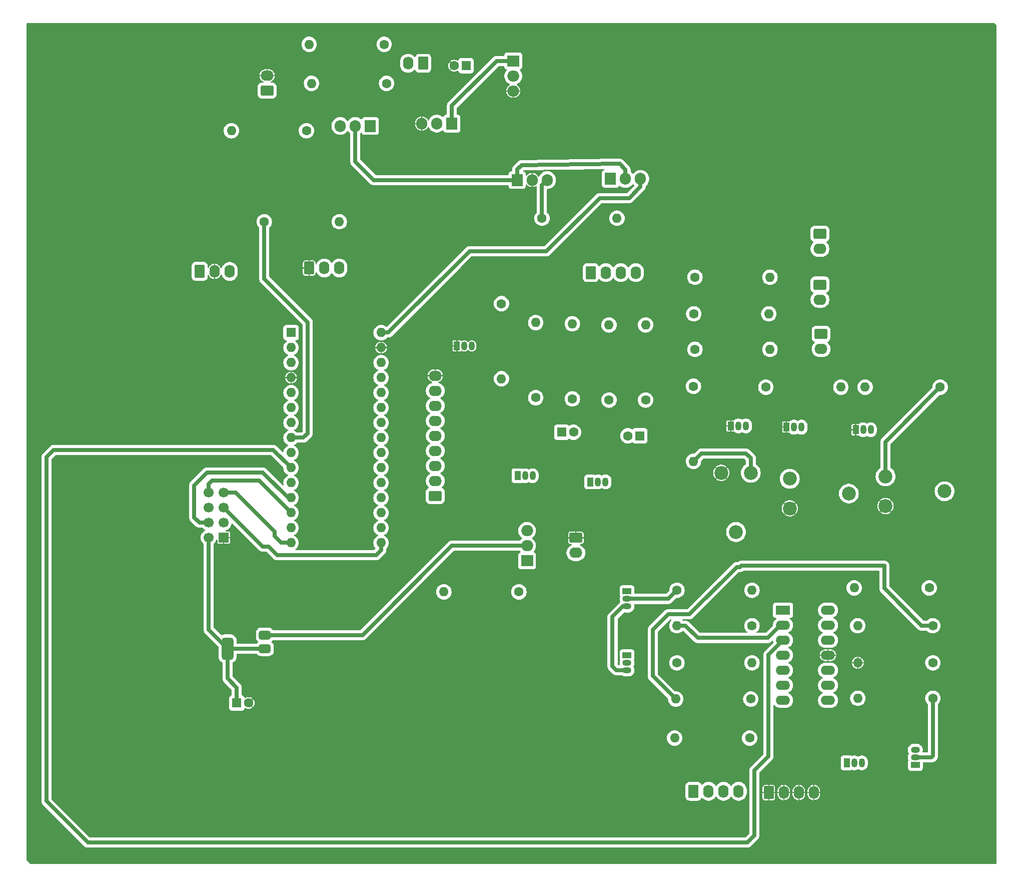
<source format=gtl>
G04 #@! TF.GenerationSoftware,KiCad,Pcbnew,8.0.3*
G04 #@! TF.CreationDate,2024-07-07T22:19:34-04:00*
G04 #@! TF.ProjectId,Aplicaciones Car RC,41706c69-6361-4636-996f-6e6573204361,rev?*
G04 #@! TF.SameCoordinates,Original*
G04 #@! TF.FileFunction,Copper,L1,Top*
G04 #@! TF.FilePolarity,Positive*
%FSLAX46Y46*%
G04 Gerber Fmt 4.6, Leading zero omitted, Abs format (unit mm)*
G04 Created by KiCad (PCBNEW 8.0.3) date 2024-07-07 22:19:34*
%MOMM*%
%LPD*%
G01*
G04 APERTURE LIST*
G04 Aperture macros list*
%AMRoundRect*
0 Rectangle with rounded corners*
0 $1 Rounding radius*
0 $2 $3 $4 $5 $6 $7 $8 $9 X,Y pos of 4 corners*
0 Add a 4 corners polygon primitive as box body*
4,1,4,$2,$3,$4,$5,$6,$7,$8,$9,$2,$3,0*
0 Add four circle primitives for the rounded corners*
1,1,$1+$1,$2,$3*
1,1,$1+$1,$4,$5*
1,1,$1+$1,$6,$7*
1,1,$1+$1,$8,$9*
0 Add four rect primitives between the rounded corners*
20,1,$1+$1,$2,$3,$4,$5,0*
20,1,$1+$1,$4,$5,$6,$7,0*
20,1,$1+$1,$6,$7,$8,$9,0*
20,1,$1+$1,$8,$9,$2,$3,0*%
G04 Aperture macros list end*
G04 #@! TA.AperFunction,ComponentPad*
%ADD10R,1.050000X1.500000*%
G04 #@! TD*
G04 #@! TA.AperFunction,ComponentPad*
%ADD11O,1.050000X1.500000*%
G04 #@! TD*
G04 #@! TA.AperFunction,ComponentPad*
%ADD12RoundRect,0.250000X-0.620000X-0.845000X0.620000X-0.845000X0.620000X0.845000X-0.620000X0.845000X0*%
G04 #@! TD*
G04 #@! TA.AperFunction,ComponentPad*
%ADD13O,1.740000X2.190000*%
G04 #@! TD*
G04 #@! TA.AperFunction,ComponentPad*
%ADD14C,2.340000*%
G04 #@! TD*
G04 #@! TA.AperFunction,ComponentPad*
%ADD15C,1.600000*%
G04 #@! TD*
G04 #@! TA.AperFunction,ComponentPad*
%ADD16O,1.600000X1.600000*%
G04 #@! TD*
G04 #@! TA.AperFunction,ComponentPad*
%ADD17R,1.600000X1.600000*%
G04 #@! TD*
G04 #@! TA.AperFunction,ComponentPad*
%ADD18R,1.905000X2.000000*%
G04 #@! TD*
G04 #@! TA.AperFunction,ComponentPad*
%ADD19O,1.905000X2.000000*%
G04 #@! TD*
G04 #@! TA.AperFunction,ComponentPad*
%ADD20RoundRect,0.250000X0.620000X0.845000X-0.620000X0.845000X-0.620000X-0.845000X0.620000X-0.845000X0*%
G04 #@! TD*
G04 #@! TA.AperFunction,SMDPad,CuDef*
%ADD21RoundRect,0.375000X0.625000X0.375000X-0.625000X0.375000X-0.625000X-0.375000X0.625000X-0.375000X0*%
G04 #@! TD*
G04 #@! TA.AperFunction,SMDPad,CuDef*
%ADD22RoundRect,0.500000X0.500000X1.400000X-0.500000X1.400000X-0.500000X-1.400000X0.500000X-1.400000X0*%
G04 #@! TD*
G04 #@! TA.AperFunction,ComponentPad*
%ADD23RoundRect,0.250000X-0.845000X0.620000X-0.845000X-0.620000X0.845000X-0.620000X0.845000X0.620000X0*%
G04 #@! TD*
G04 #@! TA.AperFunction,ComponentPad*
%ADD24O,2.190000X1.740000*%
G04 #@! TD*
G04 #@! TA.AperFunction,ComponentPad*
%ADD25RoundRect,0.250000X0.845000X-0.620000X0.845000X0.620000X-0.845000X0.620000X-0.845000X-0.620000X0*%
G04 #@! TD*
G04 #@! TA.AperFunction,ComponentPad*
%ADD26R,2.000000X1.905000*%
G04 #@! TD*
G04 #@! TA.AperFunction,ComponentPad*
%ADD27O,2.000000X1.905000*%
G04 #@! TD*
G04 #@! TA.AperFunction,ComponentPad*
%ADD28R,1.700000X1.700000*%
G04 #@! TD*
G04 #@! TA.AperFunction,ComponentPad*
%ADD29C,1.700000*%
G04 #@! TD*
G04 #@! TA.AperFunction,ComponentPad*
%ADD30R,2.400000X1.600000*%
G04 #@! TD*
G04 #@! TA.AperFunction,ComponentPad*
%ADD31O,2.400000X1.600000*%
G04 #@! TD*
G04 #@! TA.AperFunction,ComponentPad*
%ADD32R,1.500000X1.050000*%
G04 #@! TD*
G04 #@! TA.AperFunction,ComponentPad*
%ADD33O,1.500000X1.050000*%
G04 #@! TD*
G04 #@! TA.AperFunction,Conductor*
%ADD34C,0.700000*%
G04 #@! TD*
G04 APERTURE END LIST*
D10*
X151030000Y-88135000D03*
D11*
X152300000Y-88135000D03*
X153570000Y-88135000D03*
D12*
X51720000Y-61800000D03*
D13*
X54260000Y-61800000D03*
X56800000Y-61800000D03*
D10*
X117860000Y-97400000D03*
D11*
X119130000Y-97400000D03*
X120400000Y-97400000D03*
D14*
X167800000Y-101475000D03*
X177800000Y-98975000D03*
X167800000Y-96475000D03*
D12*
X70260000Y-61220000D03*
D13*
X72800000Y-61220000D03*
X75340000Y-61220000D03*
D15*
X177050000Y-81375000D03*
D16*
X164350000Y-81375000D03*
D15*
X135550000Y-62775000D03*
D16*
X148250000Y-62775000D03*
D15*
X135300000Y-81225000D03*
D16*
X135300000Y-93925000D03*
D15*
X175820000Y-128000000D03*
D16*
X163120000Y-128000000D03*
D15*
X144800000Y-140725000D03*
D16*
X132100000Y-140725000D03*
D17*
X58000000Y-134800000D03*
D15*
X60000000Y-134800000D03*
X127200000Y-83550000D03*
D16*
X127200000Y-70850000D03*
D18*
X94400000Y-36800000D03*
D19*
X91860000Y-36800000D03*
X89320000Y-36800000D03*
D20*
X89540000Y-26600000D03*
D13*
X87000000Y-26600000D03*
D21*
X62750000Y-127900000D03*
X62750000Y-125600000D03*
D22*
X56450000Y-125600000D03*
D21*
X62750000Y-123300000D03*
D17*
X126200000Y-89600000D03*
D15*
X124200000Y-89600000D03*
X175200000Y-115325000D03*
D16*
X162500000Y-115325000D03*
D15*
X109650000Y-52800000D03*
D16*
X122350000Y-52800000D03*
D23*
X156700000Y-55435000D03*
D24*
X156700000Y-57975000D03*
D15*
X145200000Y-121725000D03*
D16*
X132500000Y-121725000D03*
D15*
X82950000Y-23400000D03*
D16*
X70250000Y-23400000D03*
D18*
X121260000Y-46145000D03*
D19*
X123800000Y-46145000D03*
X126340000Y-46145000D03*
D15*
X175800000Y-121725000D03*
D16*
X163100000Y-121725000D03*
D25*
X63130000Y-31220000D03*
D24*
X63130000Y-28680000D03*
D26*
X104800000Y-26200000D03*
D27*
X104800000Y-28740000D03*
X104800000Y-31280000D03*
D23*
X156700000Y-64035000D03*
D24*
X156700000Y-66575000D03*
D28*
X55789500Y-106825000D03*
D29*
X53249500Y-106825000D03*
X55789500Y-104285000D03*
X53249500Y-104285000D03*
X55789500Y-101745000D03*
X53249500Y-101745000D03*
X55789500Y-99205000D03*
X53249500Y-99205000D03*
D15*
X147550000Y-81375000D03*
D16*
X160250000Y-81375000D03*
D15*
X135550000Y-74975000D03*
D16*
X148250000Y-74975000D03*
D15*
X132500000Y-128000000D03*
D16*
X145200000Y-128000000D03*
D30*
X150450000Y-119100000D03*
D31*
X150450000Y-121640000D03*
X150450000Y-124180000D03*
X150450000Y-126720000D03*
X150450000Y-129260000D03*
X150450000Y-131800000D03*
X150450000Y-134340000D03*
X158070000Y-134340000D03*
X158070000Y-131800000D03*
X158070000Y-129260000D03*
X158070000Y-126720000D03*
X158070000Y-124180000D03*
X158070000Y-121640000D03*
X158070000Y-119100000D03*
D23*
X115400000Y-106860000D03*
D24*
X115400000Y-109400000D03*
D10*
X105530000Y-96360000D03*
D11*
X106800000Y-96360000D03*
X108070000Y-96360000D03*
D15*
X102800000Y-67250000D03*
D16*
X102800000Y-79950000D03*
D15*
X62650000Y-53400000D03*
D16*
X75350000Y-53400000D03*
D15*
X105750000Y-116000000D03*
D16*
X93050000Y-116000000D03*
D32*
X124050000Y-115925000D03*
D33*
X124050000Y-117195000D03*
X124050000Y-118465000D03*
D17*
X113000000Y-89000000D03*
D15*
X115000000Y-89000000D03*
D10*
X95260000Y-74400000D03*
D11*
X96530000Y-74400000D03*
X97800000Y-74400000D03*
D12*
X117920000Y-62000000D03*
D13*
X120460000Y-62000000D03*
X123000000Y-62000000D03*
X125540000Y-62000000D03*
D15*
X145000000Y-134125000D03*
D16*
X132300000Y-134125000D03*
D18*
X80600000Y-37200000D03*
D19*
X78060000Y-37200000D03*
X75520000Y-37200000D03*
D17*
X67190000Y-72150000D03*
D16*
X67190000Y-74690000D03*
X67190000Y-77230000D03*
X67190000Y-79770000D03*
X67190000Y-82310000D03*
X67190000Y-84850000D03*
X67190000Y-87390000D03*
X67190000Y-89930000D03*
X67190000Y-92470000D03*
X67190000Y-95010000D03*
X67190000Y-97550000D03*
X67190000Y-100090000D03*
X67190000Y-102630000D03*
X67190000Y-105170000D03*
X67190000Y-107710000D03*
X82430000Y-107710000D03*
X82430000Y-105170000D03*
X82430000Y-102630000D03*
X82430000Y-100090000D03*
X82430000Y-97550000D03*
X82430000Y-95010000D03*
X82430000Y-92470000D03*
X82430000Y-89930000D03*
X82430000Y-87390000D03*
X82430000Y-84850000D03*
X82430000Y-82310000D03*
X82430000Y-79770000D03*
X82430000Y-77230000D03*
X82430000Y-74690000D03*
X82430000Y-72150000D03*
D15*
X69800000Y-38000000D03*
D16*
X57100000Y-38000000D03*
D32*
X172850000Y-145265000D03*
D33*
X172850000Y-143995000D03*
X172850000Y-142725000D03*
D12*
X148040000Y-149945000D03*
D13*
X150580000Y-149945000D03*
X153120000Y-149945000D03*
X155660000Y-149945000D03*
D15*
X121000000Y-83550000D03*
D16*
X121000000Y-70850000D03*
D15*
X108600000Y-83150000D03*
D16*
X108600000Y-70450000D03*
D26*
X107145000Y-110740000D03*
D27*
X107145000Y-108200000D03*
X107145000Y-105660000D03*
D18*
X105460000Y-46345000D03*
D19*
X108000000Y-46345000D03*
X110540000Y-46345000D03*
D10*
X162760000Y-88575000D03*
D11*
X164030000Y-88575000D03*
X165300000Y-88575000D03*
D32*
X124050000Y-126725000D03*
D33*
X124050000Y-127995000D03*
X124050000Y-129265000D03*
D15*
X175820000Y-134000000D03*
D16*
X163120000Y-134000000D03*
D15*
X114800000Y-83350000D03*
D16*
X114800000Y-70650000D03*
D23*
X156900000Y-72375000D03*
D24*
X156900000Y-74915000D03*
D14*
X140000000Y-95875000D03*
X142500000Y-105875000D03*
X145000000Y-95875000D03*
D25*
X91600000Y-99760000D03*
D24*
X91600000Y-97220000D03*
X91600000Y-94680000D03*
X91600000Y-92140000D03*
X91600000Y-89600000D03*
X91600000Y-87060000D03*
X91600000Y-84520000D03*
X91600000Y-81980000D03*
X91600000Y-79440000D03*
D15*
X83350000Y-30000000D03*
D16*
X70650000Y-30000000D03*
D10*
X161250000Y-144925000D03*
D11*
X162520000Y-144925000D03*
X163790000Y-144925000D03*
D17*
X96800000Y-27000000D03*
D15*
X94800000Y-27000000D03*
X132500000Y-115725000D03*
D16*
X145200000Y-115725000D03*
D10*
X141630000Y-87935000D03*
D11*
X142900000Y-87935000D03*
X144170000Y-87935000D03*
D12*
X135310000Y-149725000D03*
D13*
X137850000Y-149725000D03*
X140390000Y-149725000D03*
X142930000Y-149725000D03*
D14*
X151600000Y-101875000D03*
X161600000Y-99375000D03*
X151600000Y-96875000D03*
D15*
X135350000Y-68975000D03*
D16*
X148050000Y-68975000D03*
D34*
X57805000Y-99205000D02*
X64400000Y-105800000D01*
X64400000Y-106600000D02*
X65510000Y-107710000D01*
X55789500Y-99205000D02*
X57805000Y-99205000D01*
X65510000Y-107710000D02*
X67190000Y-107710000D01*
X64400000Y-105800000D02*
X64400000Y-106600000D01*
X50800000Y-98000000D02*
X53000000Y-95800000D01*
X53000000Y-95800000D02*
X62400000Y-95800000D01*
X51685000Y-104285000D02*
X50800000Y-103400000D01*
X50800000Y-103400000D02*
X50800000Y-98000000D01*
X66690000Y-100090000D02*
X67190000Y-100090000D01*
X62400000Y-95800000D02*
X66690000Y-100090000D01*
X53249500Y-104285000D02*
X51685000Y-104285000D01*
X63355500Y-108355500D02*
X64800000Y-109800000D01*
X82430000Y-108970000D02*
X82430000Y-107710000D01*
X55789500Y-101745000D02*
X62400000Y-108355500D01*
X62400000Y-108355500D02*
X63355500Y-108355500D01*
X64800000Y-109800000D02*
X81600000Y-109800000D01*
X81600000Y-109800000D02*
X82430000Y-108970000D01*
X94400000Y-33800000D02*
X102000000Y-26200000D01*
X102000000Y-26200000D02*
X104800000Y-26200000D01*
X94400000Y-36800000D02*
X94400000Y-33800000D01*
X148000000Y-126630000D02*
X148000000Y-143800000D01*
X25800000Y-151400000D02*
X25800000Y-93200000D01*
X150450000Y-124180000D02*
X148000000Y-126630000D01*
X144400000Y-158400000D02*
X32800000Y-158400000D01*
X64180000Y-92000000D02*
X67190000Y-95010000D01*
X25800000Y-93200000D02*
X27000000Y-92000000D01*
X145600000Y-146200000D02*
X145600000Y-157200000D01*
X27000000Y-92000000D02*
X64180000Y-92000000D01*
X145600000Y-157200000D02*
X144400000Y-158400000D01*
X148000000Y-143800000D02*
X145600000Y-146200000D01*
X32800000Y-158400000D02*
X25800000Y-151400000D01*
X70000000Y-70400000D02*
X70000000Y-89200000D01*
X69270000Y-89930000D02*
X67190000Y-89930000D01*
X62650000Y-63050000D02*
X70000000Y-70400000D01*
X62650000Y-53400000D02*
X62650000Y-63050000D01*
X70000000Y-89200000D02*
X69270000Y-89930000D01*
X78060000Y-43260000D02*
X78060000Y-37200000D01*
X122800000Y-43600000D02*
X123800000Y-44600000D01*
X105460000Y-44540000D02*
X106200000Y-43800000D01*
X81145000Y-46345000D02*
X78060000Y-43260000D01*
X122200000Y-43600000D02*
X122800000Y-43600000D01*
X105460000Y-46345000D02*
X81145000Y-46345000D01*
X123800000Y-44600000D02*
X123800000Y-46145000D01*
X106200000Y-43800000D02*
X122200000Y-43600000D01*
X105460000Y-46345000D02*
X105460000Y-44540000D01*
X131030000Y-117195000D02*
X132500000Y-115725000D01*
X124050000Y-117195000D02*
X131030000Y-117195000D01*
X172850000Y-143995000D02*
X175605000Y-143995000D01*
X175605000Y-143995000D02*
X175820000Y-143780000D01*
X175820000Y-143780000D02*
X175820000Y-134000000D01*
X150450000Y-121640000D02*
X150040000Y-121640000D01*
X147880000Y-123800000D02*
X136000000Y-123800000D01*
X136000000Y-123800000D02*
X133925000Y-121725000D01*
X150040000Y-121640000D02*
X147880000Y-123800000D01*
X133925000Y-121725000D02*
X132500000Y-121725000D01*
X109650000Y-52800000D02*
X109650000Y-47235000D01*
X109650000Y-47235000D02*
X110540000Y-46345000D01*
X143184189Y-111800000D02*
X143384189Y-111600000D01*
X143384189Y-111600000D02*
X167600000Y-111600000D01*
X142600000Y-111800000D02*
X143184189Y-111800000D01*
X167600000Y-111600000D02*
X167600000Y-115400000D01*
X128400000Y-130225000D02*
X128400000Y-122400000D01*
X132300000Y-134125000D02*
X128400000Y-130225000D01*
X167600000Y-115400000D02*
X173925000Y-121725000D01*
X173925000Y-121725000D02*
X175800000Y-121725000D01*
X134600000Y-119800000D02*
X142600000Y-111800000D01*
X128400000Y-122400000D02*
X131000000Y-119800000D01*
X131000000Y-119800000D02*
X134600000Y-119800000D01*
X145000000Y-93400000D02*
X144200000Y-92600000D01*
X144200000Y-92600000D02*
X136625000Y-92600000D01*
X136625000Y-92600000D02*
X135300000Y-93925000D01*
X145000000Y-95875000D02*
X145000000Y-93400000D01*
X167800000Y-90625000D02*
X177050000Y-81375000D01*
X167800000Y-96475000D02*
X167800000Y-90625000D01*
X62750000Y-125600000D02*
X56450000Y-125600000D01*
X53249500Y-106825000D02*
X53249500Y-122399500D01*
X56450000Y-130650000D02*
X56450000Y-125600000D01*
X58000000Y-132200000D02*
X56450000Y-130650000D01*
X58000000Y-134800000D02*
X58000000Y-132200000D01*
X53249500Y-122399500D02*
X56450000Y-125600000D01*
X62000000Y-97440000D02*
X67190000Y-102630000D01*
X53800000Y-97200000D02*
X61800000Y-97200000D01*
X61800000Y-97200000D02*
X62000000Y-97400000D01*
X53249500Y-99205000D02*
X53249500Y-97750500D01*
X62000000Y-97400000D02*
X62000000Y-97440000D01*
X53249500Y-97750500D02*
X53800000Y-97200000D01*
X119400000Y-49400000D02*
X124400000Y-49400000D01*
X124050000Y-118465000D02*
X123335000Y-118465000D01*
X126340000Y-47460000D02*
X126340000Y-46145000D01*
X123335000Y-118465000D02*
X121600000Y-120200000D01*
X121600000Y-120200000D02*
X121600000Y-128600000D01*
X83650000Y-72150000D02*
X97400000Y-58400000D01*
X82430000Y-72150000D02*
X83650000Y-72150000D01*
X122265000Y-129265000D02*
X124050000Y-129265000D01*
X121600000Y-128600000D02*
X122265000Y-129265000D01*
X94400000Y-108200000D02*
X79300000Y-123300000D01*
X79300000Y-123300000D02*
X62750000Y-123300000D01*
X110400000Y-58400000D02*
X119400000Y-49400000D01*
X107145000Y-108200000D02*
X94400000Y-108200000D01*
X97400000Y-58400000D02*
X110400000Y-58400000D01*
X124400000Y-49400000D02*
X126340000Y-47460000D01*
G04 #@! TA.AperFunction,Conductor*
G36*
X186217183Y-19818907D02*
G01*
X186228996Y-19828996D01*
X186571004Y-20171004D01*
X186598781Y-20225521D01*
X186600000Y-20241008D01*
X186600000Y-161901000D01*
X186581093Y-161959191D01*
X186531593Y-161995155D01*
X186501000Y-162000000D01*
X23041008Y-162000000D01*
X22982817Y-161981093D01*
X22971004Y-161971004D01*
X22428996Y-161428996D01*
X22401219Y-161374479D01*
X22400000Y-161358992D01*
X22400000Y-93116230D01*
X24949500Y-93116230D01*
X24949500Y-151483769D01*
X24982184Y-151648080D01*
X24982184Y-151648082D01*
X25046293Y-151802858D01*
X25046299Y-151802869D01*
X25102294Y-151886670D01*
X25139373Y-151942162D01*
X32257838Y-159060627D01*
X32340884Y-159116117D01*
X32397130Y-159153700D01*
X32397134Y-159153702D01*
X32397137Y-159153704D01*
X32506584Y-159199037D01*
X32551918Y-159217816D01*
X32716233Y-159250500D01*
X32716234Y-159250500D01*
X144483766Y-159250500D01*
X144483767Y-159250500D01*
X144648082Y-159217816D01*
X144693411Y-159199038D01*
X144693414Y-159199038D01*
X144753276Y-159174242D01*
X144802863Y-159153704D01*
X144942162Y-159060627D01*
X146260626Y-157742162D01*
X146353704Y-157602863D01*
X146376312Y-157548281D01*
X146385759Y-157525474D01*
X146385759Y-157525473D01*
X146397092Y-157498110D01*
X146417816Y-157448082D01*
X146450500Y-157283767D01*
X146450500Y-149045788D01*
X146970000Y-149045788D01*
X146970000Y-149844999D01*
X146970001Y-149845000D01*
X147450806Y-149845000D01*
X147445000Y-149866667D01*
X147445000Y-150023333D01*
X147450806Y-150045000D01*
X146970002Y-150045000D01*
X146970001Y-150045001D01*
X146970001Y-150844203D01*
X146972850Y-150874600D01*
X146972850Y-150874602D01*
X147017654Y-151002647D01*
X147098207Y-151111790D01*
X147098209Y-151111792D01*
X147207352Y-151192345D01*
X147335398Y-151237149D01*
X147365789Y-151239999D01*
X147939998Y-151239999D01*
X147940000Y-151239998D01*
X147940000Y-150534194D01*
X147961667Y-150540000D01*
X148118333Y-150540000D01*
X148140000Y-150534194D01*
X148140000Y-151239998D01*
X148140001Y-151239999D01*
X148714203Y-151239999D01*
X148744600Y-151237149D01*
X148744602Y-151237149D01*
X148872647Y-151192345D01*
X148981790Y-151111792D01*
X148981792Y-151111790D01*
X149062345Y-151002647D01*
X149107149Y-150874601D01*
X149109999Y-150844211D01*
X149110000Y-150844210D01*
X149110000Y-150045001D01*
X149109999Y-150045000D01*
X148629194Y-150045000D01*
X148635000Y-150023333D01*
X148635000Y-149866667D01*
X148629194Y-149845000D01*
X149109998Y-149845000D01*
X149109999Y-149844999D01*
X149109999Y-149614611D01*
X149510000Y-149614611D01*
X149510000Y-149844999D01*
X149510001Y-149845000D01*
X149990806Y-149845000D01*
X149985000Y-149866667D01*
X149985000Y-150023333D01*
X149990806Y-150045000D01*
X149510001Y-150045000D01*
X149510000Y-150045001D01*
X149510000Y-150275388D01*
X149551120Y-150482106D01*
X149551120Y-150482108D01*
X149631778Y-150676833D01*
X149748876Y-150852083D01*
X149897916Y-151001123D01*
X150073166Y-151118221D01*
X150267892Y-151198879D01*
X150474611Y-151239999D01*
X150474615Y-151240000D01*
X150479999Y-151240000D01*
X150480000Y-151239999D01*
X150480000Y-150534194D01*
X150501667Y-150540000D01*
X150658333Y-150540000D01*
X150680000Y-150534194D01*
X150680000Y-151239999D01*
X150680001Y-151240000D01*
X150685385Y-151240000D01*
X150685388Y-151239999D01*
X150892106Y-151198879D01*
X150892108Y-151198879D01*
X151086833Y-151118221D01*
X151262083Y-151001123D01*
X151411123Y-150852083D01*
X151528221Y-150676833D01*
X151608879Y-150482108D01*
X151608879Y-150482106D01*
X151649999Y-150275388D01*
X151650000Y-150275384D01*
X151650000Y-150045001D01*
X151649999Y-150045000D01*
X151169194Y-150045000D01*
X151175000Y-150023333D01*
X151175000Y-149866667D01*
X151169194Y-149845000D01*
X151649999Y-149845000D01*
X151650000Y-149844999D01*
X151650000Y-149614615D01*
X151649999Y-149614611D01*
X152050000Y-149614611D01*
X152050000Y-149844999D01*
X152050001Y-149845000D01*
X152530806Y-149845000D01*
X152525000Y-149866667D01*
X152525000Y-150023333D01*
X152530806Y-150045000D01*
X152050001Y-150045000D01*
X152050000Y-150045001D01*
X152050000Y-150275388D01*
X152091120Y-150482106D01*
X152091120Y-150482108D01*
X152171778Y-150676833D01*
X152288876Y-150852083D01*
X152437916Y-151001123D01*
X152613166Y-151118221D01*
X152807892Y-151198879D01*
X153014611Y-151239999D01*
X153014615Y-151240000D01*
X153019999Y-151240000D01*
X153020000Y-151239999D01*
X153020000Y-150534194D01*
X153041667Y-150540000D01*
X153198333Y-150540000D01*
X153220000Y-150534194D01*
X153220000Y-151239999D01*
X153220001Y-151240000D01*
X153225385Y-151240000D01*
X153225388Y-151239999D01*
X153432106Y-151198879D01*
X153432108Y-151198879D01*
X153626833Y-151118221D01*
X153802083Y-151001123D01*
X153951123Y-150852083D01*
X154068221Y-150676833D01*
X154148879Y-150482108D01*
X154148879Y-150482106D01*
X154189999Y-150275388D01*
X154190000Y-150275384D01*
X154190000Y-150045001D01*
X154189999Y-150045000D01*
X153709194Y-150045000D01*
X153715000Y-150023333D01*
X153715000Y-149866667D01*
X153709194Y-149845000D01*
X154189999Y-149845000D01*
X154190000Y-149844999D01*
X154190000Y-149614615D01*
X154189999Y-149614611D01*
X154590000Y-149614611D01*
X154590000Y-149844999D01*
X154590001Y-149845000D01*
X155070806Y-149845000D01*
X155065000Y-149866667D01*
X155065000Y-150023333D01*
X155070806Y-150045000D01*
X154590001Y-150045000D01*
X154590000Y-150045001D01*
X154590000Y-150275388D01*
X154631120Y-150482106D01*
X154631120Y-150482108D01*
X154711778Y-150676833D01*
X154828876Y-150852083D01*
X154977916Y-151001123D01*
X155153166Y-151118221D01*
X155347892Y-151198879D01*
X155554611Y-151239999D01*
X155554615Y-151240000D01*
X155559999Y-151240000D01*
X155560000Y-151239999D01*
X155560000Y-150534194D01*
X155581667Y-150540000D01*
X155738333Y-150540000D01*
X155760000Y-150534194D01*
X155760000Y-151239999D01*
X155760001Y-151240000D01*
X155765385Y-151240000D01*
X155765388Y-151239999D01*
X155972106Y-151198879D01*
X155972108Y-151198879D01*
X156166833Y-151118221D01*
X156342083Y-151001123D01*
X156491123Y-150852083D01*
X156608221Y-150676833D01*
X156688879Y-150482108D01*
X156688879Y-150482106D01*
X156729999Y-150275388D01*
X156730000Y-150275384D01*
X156730000Y-150045001D01*
X156729999Y-150045000D01*
X156249194Y-150045000D01*
X156255000Y-150023333D01*
X156255000Y-149866667D01*
X156249194Y-149845000D01*
X156729999Y-149845000D01*
X156730000Y-149844999D01*
X156730000Y-149614615D01*
X156729999Y-149614611D01*
X156688879Y-149407893D01*
X156688879Y-149407891D01*
X156608221Y-149213166D01*
X156491123Y-149037916D01*
X156342083Y-148888876D01*
X156166833Y-148771778D01*
X155972107Y-148691120D01*
X155765388Y-148650000D01*
X155760001Y-148650000D01*
X155760000Y-148650001D01*
X155760000Y-149355805D01*
X155738333Y-149350000D01*
X155581667Y-149350000D01*
X155560000Y-149355805D01*
X155560000Y-148650001D01*
X155559999Y-148650000D01*
X155554611Y-148650000D01*
X155347893Y-148691120D01*
X155347891Y-148691120D01*
X155153166Y-148771778D01*
X154977916Y-148888876D01*
X154828876Y-149037916D01*
X154711778Y-149213166D01*
X154631120Y-149407891D01*
X154631120Y-149407893D01*
X154590000Y-149614611D01*
X154189999Y-149614611D01*
X154148879Y-149407893D01*
X154148879Y-149407891D01*
X154068221Y-149213166D01*
X153951123Y-149037916D01*
X153802083Y-148888876D01*
X153626833Y-148771778D01*
X153432107Y-148691120D01*
X153225388Y-148650000D01*
X153220001Y-148650000D01*
X153220000Y-148650001D01*
X153220000Y-149355805D01*
X153198333Y-149350000D01*
X153041667Y-149350000D01*
X153020000Y-149355805D01*
X153020000Y-148650001D01*
X153019999Y-148650000D01*
X153014611Y-148650000D01*
X152807893Y-148691120D01*
X152807891Y-148691120D01*
X152613166Y-148771778D01*
X152437916Y-148888876D01*
X152288876Y-149037916D01*
X152171778Y-149213166D01*
X152091120Y-149407891D01*
X152091120Y-149407893D01*
X152050000Y-149614611D01*
X151649999Y-149614611D01*
X151608879Y-149407893D01*
X151608879Y-149407891D01*
X151528221Y-149213166D01*
X151411123Y-149037916D01*
X151262083Y-148888876D01*
X151086833Y-148771778D01*
X150892107Y-148691120D01*
X150685388Y-148650000D01*
X150680001Y-148650000D01*
X150680000Y-148650001D01*
X150680000Y-149355805D01*
X150658333Y-149350000D01*
X150501667Y-149350000D01*
X150480000Y-149355805D01*
X150480000Y-148650001D01*
X150479999Y-148650000D01*
X150474611Y-148650000D01*
X150267893Y-148691120D01*
X150267891Y-148691120D01*
X150073166Y-148771778D01*
X149897916Y-148888876D01*
X149748876Y-149037916D01*
X149631778Y-149213166D01*
X149551120Y-149407891D01*
X149551120Y-149407893D01*
X149510000Y-149614611D01*
X149109999Y-149614611D01*
X149109999Y-149045796D01*
X149107149Y-149015399D01*
X149107149Y-149015397D01*
X149062345Y-148887352D01*
X148981792Y-148778209D01*
X148981790Y-148778207D01*
X148872647Y-148697654D01*
X148744601Y-148652850D01*
X148714211Y-148650000D01*
X148140001Y-148650000D01*
X148140000Y-148650001D01*
X148140000Y-149355805D01*
X148118333Y-149350000D01*
X147961667Y-149350000D01*
X147940000Y-149355805D01*
X147940000Y-148650001D01*
X147939999Y-148650000D01*
X147365796Y-148650000D01*
X147335399Y-148652850D01*
X147335397Y-148652850D01*
X147207352Y-148697654D01*
X147098209Y-148778207D01*
X147098207Y-148778209D01*
X147017654Y-148887352D01*
X146972850Y-149015398D01*
X146970000Y-149045788D01*
X146450500Y-149045788D01*
X146450500Y-146593296D01*
X146469407Y-146535105D01*
X146479490Y-146523298D01*
X148660627Y-144342162D01*
X148753704Y-144202862D01*
X148785074Y-144127129D01*
X160224500Y-144127129D01*
X160224500Y-145722866D01*
X160224501Y-145722870D01*
X160230908Y-145782480D01*
X160230909Y-145782485D01*
X160281202Y-145917329D01*
X160367293Y-146032331D01*
X160367454Y-146032546D01*
X160367457Y-146032548D01*
X160367458Y-146032549D01*
X160482670Y-146118797D01*
X160617511Y-146169089D01*
X160617512Y-146169089D01*
X160617517Y-146169091D01*
X160677127Y-146175500D01*
X161822872Y-146175499D01*
X161882483Y-146169091D01*
X161970961Y-146136091D01*
X162017327Y-146118798D01*
X162017328Y-146118796D01*
X162017331Y-146118796D01*
X162029832Y-146109437D01*
X162087744Y-146089700D01*
X162127045Y-146097225D01*
X162220873Y-146136091D01*
X162418997Y-146175500D01*
X162418998Y-146175500D01*
X162621002Y-146175500D01*
X162621003Y-146175500D01*
X162819127Y-146136091D01*
X163005756Y-146058786D01*
X163099998Y-145995814D01*
X163158886Y-145979206D01*
X163210001Y-145995814D01*
X163304244Y-146058786D01*
X163490873Y-146136091D01*
X163688997Y-146175500D01*
X163688998Y-146175500D01*
X163891002Y-146175500D01*
X163891003Y-146175500D01*
X164089127Y-146136091D01*
X164275756Y-146058786D01*
X164443718Y-145946558D01*
X164586558Y-145803718D01*
X164698786Y-145635756D01*
X164776091Y-145449127D01*
X164815500Y-145251003D01*
X164815500Y-144598997D01*
X164776091Y-144400873D01*
X164698786Y-144214244D01*
X164586558Y-144046282D01*
X164443718Y-143903442D01*
X164443714Y-143903439D01*
X164275755Y-143791213D01*
X164089130Y-143713910D01*
X164089124Y-143713908D01*
X163891005Y-143674500D01*
X163891003Y-143674500D01*
X163688997Y-143674500D01*
X163688994Y-143674500D01*
X163490875Y-143713908D01*
X163490869Y-143713910D01*
X163304244Y-143791213D01*
X163210001Y-143854184D01*
X163151112Y-143870792D01*
X163099999Y-143854184D01*
X163005755Y-143791213D01*
X162819130Y-143713910D01*
X162819124Y-143713908D01*
X162621005Y-143674500D01*
X162621003Y-143674500D01*
X162418997Y-143674500D01*
X162418994Y-143674500D01*
X162220873Y-143713909D01*
X162220871Y-143713909D01*
X162127046Y-143752773D01*
X162066050Y-143757574D01*
X162029832Y-143740562D01*
X162017329Y-143731202D01*
X161882488Y-143680910D01*
X161882483Y-143680909D01*
X161882481Y-143680908D01*
X161882477Y-143680908D01*
X161851249Y-143677550D01*
X161822873Y-143674500D01*
X161822870Y-143674500D01*
X160677133Y-143674500D01*
X160677129Y-143674500D01*
X160677128Y-143674501D01*
X160669949Y-143675272D01*
X160617519Y-143680908D01*
X160617514Y-143680909D01*
X160482670Y-143731202D01*
X160367458Y-143817450D01*
X160367450Y-143817458D01*
X160281202Y-143932670D01*
X160230910Y-144067511D01*
X160230908Y-144067522D01*
X160224500Y-144127129D01*
X148785074Y-144127129D01*
X148805106Y-144078767D01*
X148817816Y-144048082D01*
X148850500Y-143883767D01*
X148850500Y-142623994D01*
X171599500Y-142623994D01*
X171599500Y-142826005D01*
X171638908Y-143024124D01*
X171638910Y-143024130D01*
X171716213Y-143210755D01*
X171779184Y-143304999D01*
X171795792Y-143363888D01*
X171779184Y-143415001D01*
X171716213Y-143509244D01*
X171638910Y-143695869D01*
X171638908Y-143695875D01*
X171599500Y-143893994D01*
X171599500Y-144096005D01*
X171638908Y-144294125D01*
X171677773Y-144387952D01*
X171682574Y-144448949D01*
X171665564Y-144485165D01*
X171656202Y-144497670D01*
X171605910Y-144632511D01*
X171605908Y-144632522D01*
X171599500Y-144692129D01*
X171599500Y-145837866D01*
X171599501Y-145837870D01*
X171605908Y-145897480D01*
X171605909Y-145897485D01*
X171656202Y-146032329D01*
X171720932Y-146118797D01*
X171742454Y-146147546D01*
X171742457Y-146147548D01*
X171742458Y-146147549D01*
X171857670Y-146233797D01*
X171992511Y-146284089D01*
X171992512Y-146284089D01*
X171992517Y-146284091D01*
X172052127Y-146290500D01*
X173647872Y-146290499D01*
X173707483Y-146284091D01*
X173774907Y-146258943D01*
X173842329Y-146233797D01*
X173842329Y-146233796D01*
X173842331Y-146233796D01*
X173957546Y-146147546D01*
X174043796Y-146032331D01*
X174094091Y-145897483D01*
X174100500Y-145837873D01*
X174100499Y-144944499D01*
X174119406Y-144886309D01*
X174168906Y-144850345D01*
X174199499Y-144845500D01*
X175688766Y-144845500D01*
X175688767Y-144845500D01*
X175853082Y-144812816D01*
X175904403Y-144791558D01*
X176007863Y-144748704D01*
X176147162Y-144655627D01*
X176480627Y-144322162D01*
X176573704Y-144182863D01*
X176628944Y-144049500D01*
X176637816Y-144028082D01*
X176670500Y-143863767D01*
X176670500Y-135029693D01*
X176689407Y-134971502D01*
X176699490Y-134959695D01*
X176820047Y-134839139D01*
X176950568Y-134652734D01*
X177046739Y-134446496D01*
X177105635Y-134226692D01*
X177114533Y-134124996D01*
X177125468Y-134000003D01*
X177125468Y-133999996D01*
X177105636Y-133773315D01*
X177105635Y-133773312D01*
X177105635Y-133773308D01*
X177046739Y-133553504D01*
X177046737Y-133553499D01*
X176950573Y-133347276D01*
X176950571Y-133347272D01*
X176950568Y-133347266D01*
X176820053Y-133160869D01*
X176820052Y-133160867D01*
X176820049Y-133160864D01*
X176820047Y-133160861D01*
X176659139Y-132999953D01*
X176659135Y-132999950D01*
X176659132Y-132999947D01*
X176659130Y-132999946D01*
X176472737Y-132869434D01*
X176472736Y-132869433D01*
X176472734Y-132869432D01*
X176472731Y-132869430D01*
X176472723Y-132869426D01*
X176266499Y-132773262D01*
X176266500Y-132773262D01*
X176193228Y-132753629D01*
X176046692Y-132714365D01*
X176046691Y-132714364D01*
X176046684Y-132714363D01*
X175820003Y-132694532D01*
X175819997Y-132694532D01*
X175593315Y-132714363D01*
X175373499Y-132773262D01*
X175167276Y-132869426D01*
X175167262Y-132869434D01*
X174980869Y-132999946D01*
X174980867Y-132999947D01*
X174819947Y-133160867D01*
X174819946Y-133160869D01*
X174689434Y-133347262D01*
X174689426Y-133347276D01*
X174593262Y-133553499D01*
X174534363Y-133773315D01*
X174514532Y-133999996D01*
X174514532Y-134000003D01*
X174534363Y-134226684D01*
X174593262Y-134446500D01*
X174689426Y-134652723D01*
X174689434Y-134652737D01*
X174819946Y-134839130D01*
X174819947Y-134839132D01*
X174819950Y-134839135D01*
X174819953Y-134839139D01*
X174940505Y-134959691D01*
X174968281Y-135014206D01*
X174969500Y-135029693D01*
X174969500Y-143045500D01*
X174950593Y-143103691D01*
X174901093Y-143139655D01*
X174870500Y-143144500D01*
X174157779Y-143144500D01*
X174099588Y-143125593D01*
X174063624Y-143076093D01*
X174060681Y-143026186D01*
X174061091Y-143024127D01*
X174100500Y-142826003D01*
X174100500Y-142623997D01*
X174061091Y-142425873D01*
X173983786Y-142239244D01*
X173871558Y-142071282D01*
X173728718Y-141928442D01*
X173728714Y-141928439D01*
X173560755Y-141816213D01*
X173374130Y-141738910D01*
X173374124Y-141738908D01*
X173176005Y-141699500D01*
X173176003Y-141699500D01*
X172523997Y-141699500D01*
X172523994Y-141699500D01*
X172325875Y-141738908D01*
X172325869Y-141738910D01*
X172139244Y-141816213D01*
X171971285Y-141928439D01*
X171828439Y-142071285D01*
X171716213Y-142239244D01*
X171638910Y-142425869D01*
X171638908Y-142425875D01*
X171599500Y-142623994D01*
X148850500Y-142623994D01*
X148850500Y-135206263D01*
X148869407Y-135148072D01*
X148918907Y-135112108D01*
X148980093Y-135112108D01*
X149029591Y-135148070D01*
X149029593Y-135148073D01*
X149058029Y-135187213D01*
X149058031Y-135187215D01*
X149058034Y-135187219D01*
X149202781Y-135331966D01*
X149202784Y-135331968D01*
X149202786Y-135331970D01*
X149368386Y-135452285D01*
X149368390Y-135452287D01*
X149550781Y-135545220D01*
X149745466Y-135608477D01*
X149745467Y-135608477D01*
X149745470Y-135608478D01*
X149947645Y-135640500D01*
X149947648Y-135640500D01*
X150952355Y-135640500D01*
X151154529Y-135608478D01*
X151154530Y-135608477D01*
X151154534Y-135608477D01*
X151349219Y-135545220D01*
X151531610Y-135452287D01*
X151697219Y-135331966D01*
X151841966Y-135187219D01*
X151944853Y-135045606D01*
X151962285Y-135021613D01*
X151962287Y-135021610D01*
X152055220Y-134839219D01*
X152118477Y-134644534D01*
X152130045Y-134571500D01*
X152150500Y-134442355D01*
X152150500Y-134237644D01*
X152118478Y-134035470D01*
X152118477Y-134035466D01*
X152055220Y-133840781D01*
X151962287Y-133658390D01*
X151962285Y-133658386D01*
X151841970Y-133492786D01*
X151841967Y-133492783D01*
X151841966Y-133492781D01*
X151697219Y-133348034D01*
X151697215Y-133348031D01*
X151697213Y-133348029D01*
X151531613Y-133227714D01*
X151531609Y-133227712D01*
X151400421Y-133160869D01*
X151395201Y-133158209D01*
X151351937Y-133114945D01*
X151342366Y-133054513D01*
X151370143Y-132999997D01*
X151395199Y-132981791D01*
X151531610Y-132912287D01*
X151697219Y-132791966D01*
X151841966Y-132647219D01*
X151962287Y-132481610D01*
X152055220Y-132299219D01*
X152118477Y-132104534D01*
X152142649Y-131951920D01*
X152150500Y-131902355D01*
X152150500Y-131697644D01*
X152118478Y-131495470D01*
X152118477Y-131495466D01*
X152055220Y-131300781D01*
X151962287Y-131118390D01*
X151962285Y-131118386D01*
X151841970Y-130952786D01*
X151841967Y-130952783D01*
X151841966Y-130952781D01*
X151697219Y-130808034D01*
X151697215Y-130808031D01*
X151697213Y-130808029D01*
X151531613Y-130687714D01*
X151531609Y-130687712D01*
X151460847Y-130651657D01*
X151395201Y-130618209D01*
X151351937Y-130574945D01*
X151342366Y-130514513D01*
X151370143Y-130459997D01*
X151395199Y-130441791D01*
X151531610Y-130372287D01*
X151697219Y-130251966D01*
X151841966Y-130107219D01*
X151962287Y-129941610D01*
X152055220Y-129759219D01*
X152118477Y-129564534D01*
X152118541Y-129564130D01*
X152150500Y-129362355D01*
X152150500Y-129157644D01*
X156369500Y-129157644D01*
X156369500Y-129362355D01*
X156401521Y-129564529D01*
X156464780Y-129759219D01*
X156557712Y-129941609D01*
X156557714Y-129941613D01*
X156678029Y-130107213D01*
X156678031Y-130107215D01*
X156678034Y-130107219D01*
X156822781Y-130251966D01*
X156822784Y-130251968D01*
X156822786Y-130251970D01*
X156988386Y-130372285D01*
X156988390Y-130372287D01*
X157124797Y-130441790D01*
X157168062Y-130485055D01*
X157177633Y-130545487D01*
X157149856Y-130600004D01*
X157124797Y-130618210D01*
X156988390Y-130687712D01*
X156988386Y-130687714D01*
X156822786Y-130808029D01*
X156678029Y-130952786D01*
X156557714Y-131118386D01*
X156557712Y-131118390D01*
X156464780Y-131300780D01*
X156401521Y-131495470D01*
X156369500Y-131697644D01*
X156369500Y-131902355D01*
X156401521Y-132104529D01*
X156464780Y-132299219D01*
X156557712Y-132481609D01*
X156557714Y-132481613D01*
X156678029Y-132647213D01*
X156678031Y-132647215D01*
X156678034Y-132647219D01*
X156822781Y-132791966D01*
X156822784Y-132791968D01*
X156822786Y-132791970D01*
X156988386Y-132912285D01*
X156988390Y-132912287D01*
X157124797Y-132981790D01*
X157168062Y-133025055D01*
X157177633Y-133085487D01*
X157149856Y-133140004D01*
X157124797Y-133158210D01*
X156988390Y-133227712D01*
X156988386Y-133227714D01*
X156822786Y-133348029D01*
X156678029Y-133492786D01*
X156557714Y-133658386D01*
X156557712Y-133658390D01*
X156464780Y-133840780D01*
X156401521Y-134035470D01*
X156369500Y-134237644D01*
X156369500Y-134442355D01*
X156401521Y-134644529D01*
X156464780Y-134839219D01*
X156557712Y-135021609D01*
X156557714Y-135021613D01*
X156678029Y-135187213D01*
X156678031Y-135187215D01*
X156678034Y-135187219D01*
X156822781Y-135331966D01*
X156822784Y-135331968D01*
X156822786Y-135331970D01*
X156988386Y-135452285D01*
X156988390Y-135452287D01*
X157170781Y-135545220D01*
X157365466Y-135608477D01*
X157365467Y-135608477D01*
X157365470Y-135608478D01*
X157567645Y-135640500D01*
X157567648Y-135640500D01*
X158572355Y-135640500D01*
X158774529Y-135608478D01*
X158774530Y-135608477D01*
X158774534Y-135608477D01*
X158969219Y-135545220D01*
X159151610Y-135452287D01*
X159317219Y-135331966D01*
X159461966Y-135187219D01*
X159564853Y-135045606D01*
X159582285Y-135021613D01*
X159582287Y-135021610D01*
X159675220Y-134839219D01*
X159738477Y-134644534D01*
X159750045Y-134571500D01*
X159770500Y-134442355D01*
X159770500Y-134237644D01*
X159738478Y-134035470D01*
X159738477Y-134035466D01*
X159726952Y-133999996D01*
X161814532Y-133999996D01*
X161814532Y-134000003D01*
X161834363Y-134226684D01*
X161893262Y-134446500D01*
X161989426Y-134652723D01*
X161989434Y-134652737D01*
X162119946Y-134839130D01*
X162119947Y-134839132D01*
X162119950Y-134839135D01*
X162119953Y-134839139D01*
X162280861Y-135000047D01*
X162280864Y-135000049D01*
X162280867Y-135000052D01*
X162280869Y-135000053D01*
X162405131Y-135087061D01*
X162467266Y-135130568D01*
X162467272Y-135130571D01*
X162467276Y-135130573D01*
X162673500Y-135226737D01*
X162673504Y-135226739D01*
X162893308Y-135285635D01*
X162893312Y-135285635D01*
X162893315Y-135285636D01*
X163119997Y-135305468D01*
X163120000Y-135305468D01*
X163120003Y-135305468D01*
X163346684Y-135285636D01*
X163346685Y-135285635D01*
X163346692Y-135285635D01*
X163566496Y-135226739D01*
X163772734Y-135130568D01*
X163959139Y-135000047D01*
X164120047Y-134839139D01*
X164250568Y-134652734D01*
X164346739Y-134446496D01*
X164405635Y-134226692D01*
X164414533Y-134124996D01*
X164425468Y-134000003D01*
X164425468Y-133999996D01*
X164405636Y-133773315D01*
X164405635Y-133773312D01*
X164405635Y-133773308D01*
X164346739Y-133553504D01*
X164346737Y-133553499D01*
X164250573Y-133347276D01*
X164250571Y-133347272D01*
X164250568Y-133347266D01*
X164120053Y-133160869D01*
X164120052Y-133160867D01*
X164120049Y-133160864D01*
X164120047Y-133160861D01*
X163959139Y-132999953D01*
X163959135Y-132999950D01*
X163959132Y-132999947D01*
X163959130Y-132999946D01*
X163772737Y-132869434D01*
X163772736Y-132869433D01*
X163772734Y-132869432D01*
X163772731Y-132869430D01*
X163772723Y-132869426D01*
X163566499Y-132773262D01*
X163566500Y-132773262D01*
X163493228Y-132753629D01*
X163346692Y-132714365D01*
X163346691Y-132714364D01*
X163346684Y-132714363D01*
X163120003Y-132694532D01*
X163119997Y-132694532D01*
X162893315Y-132714363D01*
X162673499Y-132773262D01*
X162467276Y-132869426D01*
X162467262Y-132869434D01*
X162280869Y-132999946D01*
X162280867Y-132999947D01*
X162119947Y-133160867D01*
X162119946Y-133160869D01*
X161989434Y-133347262D01*
X161989426Y-133347276D01*
X161893262Y-133553499D01*
X161834363Y-133773315D01*
X161814532Y-133999996D01*
X159726952Y-133999996D01*
X159675220Y-133840781D01*
X159582287Y-133658390D01*
X159582285Y-133658386D01*
X159461970Y-133492786D01*
X159461967Y-133492783D01*
X159461966Y-133492781D01*
X159317219Y-133348034D01*
X159317215Y-133348031D01*
X159317213Y-133348029D01*
X159151613Y-133227714D01*
X159151609Y-133227712D01*
X159020421Y-133160869D01*
X159015201Y-133158209D01*
X158971937Y-133114945D01*
X158962366Y-133054513D01*
X158990143Y-132999997D01*
X159015199Y-132981791D01*
X159151610Y-132912287D01*
X159317219Y-132791966D01*
X159461966Y-132647219D01*
X159582287Y-132481610D01*
X159675220Y-132299219D01*
X159738477Y-132104534D01*
X159762649Y-131951920D01*
X159770500Y-131902355D01*
X159770500Y-131697644D01*
X159738478Y-131495470D01*
X159738477Y-131495466D01*
X159675220Y-131300781D01*
X159582287Y-131118390D01*
X159582285Y-131118386D01*
X159461970Y-130952786D01*
X159461967Y-130952783D01*
X159461966Y-130952781D01*
X159317219Y-130808034D01*
X159317215Y-130808031D01*
X159317213Y-130808029D01*
X159151613Y-130687714D01*
X159151609Y-130687712D01*
X159080847Y-130651657D01*
X159015201Y-130618209D01*
X158971937Y-130574945D01*
X158962366Y-130514513D01*
X158990143Y-130459997D01*
X159015199Y-130441791D01*
X159151610Y-130372287D01*
X159317219Y-130251966D01*
X159461966Y-130107219D01*
X159582287Y-129941610D01*
X159675220Y-129759219D01*
X159738477Y-129564534D01*
X159738541Y-129564130D01*
X159770500Y-129362355D01*
X159770500Y-129157644D01*
X159738478Y-128955470D01*
X159729666Y-128928349D01*
X159675220Y-128760781D01*
X159582287Y-128578390D01*
X159582285Y-128578386D01*
X159461970Y-128412786D01*
X159461967Y-128412783D01*
X159461966Y-128412781D01*
X159317219Y-128268034D01*
X159317215Y-128268031D01*
X159317213Y-128268029D01*
X159151613Y-128147714D01*
X159151609Y-128147712D01*
X158969219Y-128054780D01*
X158774529Y-127991521D01*
X158572355Y-127959500D01*
X158572352Y-127959500D01*
X157567648Y-127959500D01*
X157567645Y-127959500D01*
X157365470Y-127991521D01*
X157170780Y-128054780D01*
X156988390Y-128147712D01*
X156988386Y-128147714D01*
X156822786Y-128268029D01*
X156678029Y-128412786D01*
X156557714Y-128578386D01*
X156557712Y-128578390D01*
X156464780Y-128760780D01*
X156401521Y-128955470D01*
X156369500Y-129157644D01*
X152150500Y-129157644D01*
X152118478Y-128955470D01*
X152109666Y-128928349D01*
X152055220Y-128760781D01*
X151962287Y-128578390D01*
X151962285Y-128578386D01*
X151841970Y-128412786D01*
X151841967Y-128412783D01*
X151841966Y-128412781D01*
X151697219Y-128268034D01*
X151697215Y-128268031D01*
X151697213Y-128268029D01*
X151531613Y-128147714D01*
X151531609Y-128147712D01*
X151430127Y-128096005D01*
X151395201Y-128078209D01*
X151351937Y-128034945D01*
X151342366Y-127974513D01*
X151370143Y-127919997D01*
X151395199Y-127901791D01*
X151398716Y-127899999D01*
X162125009Y-127899999D01*
X162125010Y-127900000D01*
X162732684Y-127900000D01*
X162720000Y-127947339D01*
X162720000Y-128052661D01*
X162732684Y-128100000D01*
X162125009Y-128100000D01*
X162134467Y-128196028D01*
X162134468Y-128196034D01*
X162191650Y-128384535D01*
X162191652Y-128384540D01*
X162284502Y-128558252D01*
X162284506Y-128558258D01*
X162409468Y-128710523D01*
X162409476Y-128710531D01*
X162561741Y-128835493D01*
X162561747Y-128835497D01*
X162735459Y-128928347D01*
X162735464Y-128928349D01*
X162923968Y-128985531D01*
X163019999Y-128994989D01*
X163020000Y-128994988D01*
X163020000Y-128387315D01*
X163067339Y-128400000D01*
X163172661Y-128400000D01*
X163220000Y-128387315D01*
X163220000Y-128994989D01*
X163316031Y-128985531D01*
X163504535Y-128928349D01*
X163504540Y-128928347D01*
X163678252Y-128835497D01*
X163678258Y-128835493D01*
X163830523Y-128710531D01*
X163830531Y-128710523D01*
X163955493Y-128558258D01*
X163955497Y-128558252D01*
X164048347Y-128384540D01*
X164048349Y-128384535D01*
X164105531Y-128196034D01*
X164105532Y-128196028D01*
X164114991Y-128100000D01*
X163507316Y-128100000D01*
X163520000Y-128052661D01*
X163520000Y-127999996D01*
X174514532Y-127999996D01*
X174514532Y-128000003D01*
X174534363Y-128226684D01*
X174534364Y-128226691D01*
X174534365Y-128226692D01*
X174552433Y-128294124D01*
X174593262Y-128446500D01*
X174689426Y-128652723D01*
X174689434Y-128652737D01*
X174819946Y-128839130D01*
X174819947Y-128839132D01*
X174819950Y-128839135D01*
X174819953Y-128839139D01*
X174980861Y-129000047D01*
X174980864Y-129000049D01*
X174980867Y-129000052D01*
X174980869Y-129000053D01*
X174984891Y-129002869D01*
X175167266Y-129130568D01*
X175167272Y-129130571D01*
X175167276Y-129130573D01*
X175373500Y-129226737D01*
X175373504Y-129226739D01*
X175593308Y-129285635D01*
X175593312Y-129285635D01*
X175593315Y-129285636D01*
X175819997Y-129305468D01*
X175820000Y-129305468D01*
X175820003Y-129305468D01*
X176046684Y-129285636D01*
X176046685Y-129285635D01*
X176046692Y-129285635D01*
X176266496Y-129226739D01*
X176472734Y-129130568D01*
X176659139Y-129000047D01*
X176820047Y-128839139D01*
X176950568Y-128652734D01*
X177046739Y-128446496D01*
X177105635Y-128226692D01*
X177108318Y-128196034D01*
X177125468Y-128000003D01*
X177125468Y-127999996D01*
X177105636Y-127773315D01*
X177105635Y-127773312D01*
X177105635Y-127773308D01*
X177046739Y-127553504D01*
X177046694Y-127553407D01*
X176950573Y-127347276D01*
X176950571Y-127347272D01*
X176950568Y-127347266D01*
X176868770Y-127230445D01*
X176820053Y-127160869D01*
X176820052Y-127160867D01*
X176820049Y-127160864D01*
X176820047Y-127160861D01*
X176659139Y-126999953D01*
X176659135Y-126999950D01*
X176659132Y-126999947D01*
X176659130Y-126999946D01*
X176472737Y-126869434D01*
X176472736Y-126869433D01*
X176472734Y-126869432D01*
X176472731Y-126869430D01*
X176472723Y-126869426D01*
X176266499Y-126773262D01*
X176266500Y-126773262D01*
X176193228Y-126753629D01*
X176046692Y-126714365D01*
X176046691Y-126714364D01*
X176046684Y-126714363D01*
X175820003Y-126694532D01*
X175819997Y-126694532D01*
X175593315Y-126714363D01*
X175373499Y-126773262D01*
X175167276Y-126869426D01*
X175167262Y-126869434D01*
X174980869Y-126999946D01*
X174980867Y-126999947D01*
X174819947Y-127160867D01*
X174819946Y-127160869D01*
X174689434Y-127347262D01*
X174689426Y-127347276D01*
X174593262Y-127553499D01*
X174534363Y-127773315D01*
X174514532Y-127999996D01*
X163520000Y-127999996D01*
X163520000Y-127947339D01*
X163507316Y-127900000D01*
X164114990Y-127900000D01*
X164114990Y-127899999D01*
X164105532Y-127803971D01*
X164105531Y-127803965D01*
X164048349Y-127615464D01*
X164048347Y-127615459D01*
X163955497Y-127441747D01*
X163955493Y-127441741D01*
X163830531Y-127289476D01*
X163830523Y-127289468D01*
X163678258Y-127164506D01*
X163678252Y-127164502D01*
X163504540Y-127071652D01*
X163504535Y-127071650D01*
X163316034Y-127014468D01*
X163316028Y-127014467D01*
X163220000Y-127005009D01*
X163220000Y-127612684D01*
X163172661Y-127600000D01*
X163067339Y-127600000D01*
X163020000Y-127612684D01*
X163020000Y-127005009D01*
X163019999Y-127005009D01*
X162923971Y-127014467D01*
X162923965Y-127014468D01*
X162735464Y-127071650D01*
X162735459Y-127071652D01*
X162561747Y-127164502D01*
X162561741Y-127164506D01*
X162409476Y-127289468D01*
X162409468Y-127289476D01*
X162284506Y-127441741D01*
X162284502Y-127441747D01*
X162191652Y-127615459D01*
X162191650Y-127615464D01*
X162134468Y-127803965D01*
X162134467Y-127803971D01*
X162125009Y-127899999D01*
X151398716Y-127899999D01*
X151531610Y-127832287D01*
X151697219Y-127711966D01*
X151841966Y-127567219D01*
X151962287Y-127401610D01*
X152055220Y-127219219D01*
X152118477Y-127024534D01*
X152118478Y-127024529D01*
X152150500Y-126822355D01*
X152150500Y-126620000D01*
X156670299Y-126620000D01*
X157682684Y-126620000D01*
X157670000Y-126667339D01*
X157670000Y-126772661D01*
X157682684Y-126820000D01*
X156670300Y-126820000D01*
X156708429Y-127011688D01*
X156708429Y-127011690D01*
X156783808Y-127193673D01*
X156783814Y-127193685D01*
X156893249Y-127357462D01*
X156893252Y-127357466D01*
X157032533Y-127496747D01*
X157032537Y-127496750D01*
X157196314Y-127606185D01*
X157196326Y-127606191D01*
X157378310Y-127681570D01*
X157571506Y-127719999D01*
X157571510Y-127720000D01*
X157969999Y-127720000D01*
X157970000Y-127719999D01*
X157970000Y-127107315D01*
X158017339Y-127120000D01*
X158122661Y-127120000D01*
X158170000Y-127107315D01*
X158170000Y-127719999D01*
X158170001Y-127720000D01*
X158568490Y-127720000D01*
X158568493Y-127719999D01*
X158761688Y-127681570D01*
X158761690Y-127681570D01*
X158943673Y-127606191D01*
X158943685Y-127606185D01*
X159107462Y-127496750D01*
X159107466Y-127496747D01*
X159246747Y-127357466D01*
X159246750Y-127357462D01*
X159356185Y-127193685D01*
X159356191Y-127193673D01*
X159431570Y-127011690D01*
X159431570Y-127011688D01*
X159469700Y-126820000D01*
X158457316Y-126820000D01*
X158470000Y-126772661D01*
X158470000Y-126667339D01*
X158457316Y-126620000D01*
X159469700Y-126620000D01*
X159431570Y-126428311D01*
X159431570Y-126428309D01*
X159356191Y-126246326D01*
X159356185Y-126246314D01*
X159246750Y-126082537D01*
X159246747Y-126082533D01*
X159107466Y-125943252D01*
X159107462Y-125943249D01*
X158943685Y-125833814D01*
X158943673Y-125833808D01*
X158761689Y-125758429D01*
X158568493Y-125720000D01*
X158170001Y-125720000D01*
X158170000Y-125720001D01*
X158170000Y-126332684D01*
X158122661Y-126320000D01*
X158017339Y-126320000D01*
X157970000Y-126332684D01*
X157970000Y-125720001D01*
X157969999Y-125720000D01*
X157571506Y-125720000D01*
X157378311Y-125758429D01*
X157378309Y-125758429D01*
X157196326Y-125833808D01*
X157196314Y-125833814D01*
X157032537Y-125943249D01*
X157032533Y-125943252D01*
X156893252Y-126082533D01*
X156893249Y-126082537D01*
X156783814Y-126246314D01*
X156783808Y-126246326D01*
X156708429Y-126428309D01*
X156708429Y-126428311D01*
X156670299Y-126620000D01*
X152150500Y-126620000D01*
X152150500Y-126617644D01*
X152118478Y-126415470D01*
X152118477Y-126415466D01*
X152055220Y-126220781D01*
X151962287Y-126038390D01*
X151962285Y-126038386D01*
X151841970Y-125872786D01*
X151841968Y-125872784D01*
X151841966Y-125872781D01*
X151697219Y-125728034D01*
X151697215Y-125728031D01*
X151697213Y-125728029D01*
X151531613Y-125607714D01*
X151531609Y-125607712D01*
X151460847Y-125571657D01*
X151395201Y-125538209D01*
X151351937Y-125494945D01*
X151342366Y-125434513D01*
X151370143Y-125379997D01*
X151395199Y-125361791D01*
X151531610Y-125292287D01*
X151697219Y-125171966D01*
X151841966Y-125027219D01*
X151962287Y-124861610D01*
X152055220Y-124679219D01*
X152118477Y-124484534D01*
X152129513Y-124414856D01*
X152150500Y-124282355D01*
X152150500Y-124077644D01*
X152118478Y-123875470D01*
X152102714Y-123826953D01*
X152055220Y-123680781D01*
X151962287Y-123498390D01*
X151962285Y-123498386D01*
X151841970Y-123332786D01*
X151841968Y-123332784D01*
X151841966Y-123332781D01*
X151697219Y-123188034D01*
X151697215Y-123188031D01*
X151697213Y-123188029D01*
X151531613Y-123067714D01*
X151531609Y-123067712D01*
X151419588Y-123010635D01*
X151395201Y-122998209D01*
X151351937Y-122954945D01*
X151342366Y-122894513D01*
X151370143Y-122839997D01*
X151395199Y-122821791D01*
X151531610Y-122752287D01*
X151697219Y-122631966D01*
X151841966Y-122487219D01*
X151962287Y-122321610D01*
X152055220Y-122139219D01*
X152118477Y-121944534D01*
X152132209Y-121857834D01*
X152150500Y-121742355D01*
X152150500Y-121537644D01*
X152118478Y-121335470D01*
X152099967Y-121278499D01*
X152055220Y-121140781D01*
X151962287Y-120958390D01*
X151962285Y-120958386D01*
X151841970Y-120792786D01*
X151841968Y-120792784D01*
X151841966Y-120792781D01*
X151697219Y-120648034D01*
X151697215Y-120648031D01*
X151697213Y-120648029D01*
X151603016Y-120579592D01*
X151567052Y-120530092D01*
X151567051Y-120468907D01*
X151603015Y-120419407D01*
X151661205Y-120400499D01*
X151697867Y-120400499D01*
X151697872Y-120400499D01*
X151757483Y-120394091D01*
X151826158Y-120368477D01*
X151892329Y-120343797D01*
X151892329Y-120343796D01*
X151892331Y-120343796D01*
X152007546Y-120257546D01*
X152093796Y-120142331D01*
X152112580Y-120091970D01*
X152144089Y-120007488D01*
X152144090Y-120007485D01*
X152144091Y-120007483D01*
X152150500Y-119947873D01*
X152150499Y-118997644D01*
X156369500Y-118997644D01*
X156369500Y-119202355D01*
X156401521Y-119404529D01*
X156464780Y-119599219D01*
X156557712Y-119781609D01*
X156557714Y-119781613D01*
X156678029Y-119947213D01*
X156678031Y-119947215D01*
X156678034Y-119947219D01*
X156822781Y-120091966D01*
X156822784Y-120091968D01*
X156822786Y-120091970D01*
X156988386Y-120212285D01*
X156988390Y-120212287D01*
X157124797Y-120281790D01*
X157168062Y-120325055D01*
X157177633Y-120385487D01*
X157149856Y-120440004D01*
X157124797Y-120458210D01*
X156988390Y-120527712D01*
X156988386Y-120527714D01*
X156822786Y-120648029D01*
X156678029Y-120792786D01*
X156557714Y-120958386D01*
X156557712Y-120958390D01*
X156464780Y-121140780D01*
X156401521Y-121335470D01*
X156369500Y-121537644D01*
X156369500Y-121742355D01*
X156401521Y-121944529D01*
X156464780Y-122139219D01*
X156557712Y-122321609D01*
X156557714Y-122321613D01*
X156678029Y-122487213D01*
X156678031Y-122487215D01*
X156678034Y-122487219D01*
X156822781Y-122631966D01*
X156822784Y-122631968D01*
X156822786Y-122631970D01*
X156988386Y-122752285D01*
X156988390Y-122752287D01*
X157124797Y-122821790D01*
X157168062Y-122865055D01*
X157177633Y-122925487D01*
X157149856Y-122980004D01*
X157124797Y-122998210D01*
X156988390Y-123067712D01*
X156988386Y-123067714D01*
X156822786Y-123188029D01*
X156678029Y-123332786D01*
X156557714Y-123498386D01*
X156557712Y-123498390D01*
X156464780Y-123680780D01*
X156401521Y-123875470D01*
X156369500Y-124077644D01*
X156369500Y-124282355D01*
X156401521Y-124484529D01*
X156464780Y-124679219D01*
X156557712Y-124861609D01*
X156557714Y-124861613D01*
X156678029Y-125027213D01*
X156678031Y-125027215D01*
X156678034Y-125027219D01*
X156822781Y-125171966D01*
X156822784Y-125171968D01*
X156822786Y-125171970D01*
X156988386Y-125292285D01*
X156988390Y-125292287D01*
X157170781Y-125385220D01*
X157365466Y-125448477D01*
X157365467Y-125448477D01*
X157365470Y-125448478D01*
X157567645Y-125480500D01*
X157567648Y-125480500D01*
X158572355Y-125480500D01*
X158774529Y-125448478D01*
X158774530Y-125448477D01*
X158774534Y-125448477D01*
X158969219Y-125385220D01*
X159151610Y-125292287D01*
X159317219Y-125171966D01*
X159461966Y-125027219D01*
X159582287Y-124861610D01*
X159675220Y-124679219D01*
X159738477Y-124484534D01*
X159749513Y-124414856D01*
X159770500Y-124282355D01*
X159770500Y-124077644D01*
X159738478Y-123875470D01*
X159722714Y-123826953D01*
X159675220Y-123680781D01*
X159582287Y-123498390D01*
X159582285Y-123498386D01*
X159461970Y-123332786D01*
X159461968Y-123332784D01*
X159461966Y-123332781D01*
X159317219Y-123188034D01*
X159317215Y-123188031D01*
X159317213Y-123188029D01*
X159151613Y-123067714D01*
X159151609Y-123067712D01*
X159039588Y-123010635D01*
X159015201Y-122998209D01*
X158971937Y-122954945D01*
X158962366Y-122894513D01*
X158990143Y-122839997D01*
X159015199Y-122821791D01*
X159151610Y-122752287D01*
X159317219Y-122631966D01*
X159461966Y-122487219D01*
X159582287Y-122321610D01*
X159675220Y-122139219D01*
X159738477Y-121944534D01*
X159752209Y-121857834D01*
X159770500Y-121742355D01*
X159770500Y-121724996D01*
X161794532Y-121724996D01*
X161794532Y-121725003D01*
X161814363Y-121951684D01*
X161814364Y-121951691D01*
X161814365Y-121951692D01*
X161847729Y-122076207D01*
X161873262Y-122171500D01*
X161969426Y-122377723D01*
X161969434Y-122377737D01*
X162099946Y-122564130D01*
X162099947Y-122564132D01*
X162099950Y-122564135D01*
X162099953Y-122564139D01*
X162260861Y-122725047D01*
X162260864Y-122725049D01*
X162260867Y-122725052D01*
X162260869Y-122725053D01*
X162371281Y-122802363D01*
X162447266Y-122855568D01*
X162447272Y-122855571D01*
X162447276Y-122855573D01*
X162502004Y-122881093D01*
X162648702Y-122949500D01*
X162653500Y-122951737D01*
X162653504Y-122951739D01*
X162873308Y-123010635D01*
X162873312Y-123010635D01*
X162873315Y-123010636D01*
X163099997Y-123030468D01*
X163100000Y-123030468D01*
X163100003Y-123030468D01*
X163326684Y-123010636D01*
X163326685Y-123010635D01*
X163326692Y-123010635D01*
X163546496Y-122951739D01*
X163752734Y-122855568D01*
X163939139Y-122725047D01*
X164100047Y-122564139D01*
X164230568Y-122377734D01*
X164326739Y-122171496D01*
X164385635Y-121951692D01*
X164386262Y-121944534D01*
X164405468Y-121725003D01*
X164405468Y-121724996D01*
X164385636Y-121498315D01*
X164385635Y-121498312D01*
X164385635Y-121498308D01*
X164326739Y-121278504D01*
X164326737Y-121278499D01*
X164230573Y-121072276D01*
X164230571Y-121072272D01*
X164230568Y-121072266D01*
X164114978Y-120907185D01*
X164100053Y-120885869D01*
X164100052Y-120885867D01*
X164100049Y-120885864D01*
X164100047Y-120885861D01*
X163939139Y-120724953D01*
X163939135Y-120724950D01*
X163939132Y-120724947D01*
X163939130Y-120724946D01*
X163752737Y-120594434D01*
X163752736Y-120594433D01*
X163752734Y-120594432D01*
X163752731Y-120594430D01*
X163752723Y-120594426D01*
X163546499Y-120498262D01*
X163546500Y-120498262D01*
X163436945Y-120468907D01*
X163326692Y-120439365D01*
X163326691Y-120439364D01*
X163326684Y-120439363D01*
X163100003Y-120419532D01*
X163099997Y-120419532D01*
X162873315Y-120439363D01*
X162653499Y-120498262D01*
X162447276Y-120594426D01*
X162447262Y-120594434D01*
X162260869Y-120724946D01*
X162260867Y-120724947D01*
X162099947Y-120885867D01*
X162099946Y-120885869D01*
X161969434Y-121072262D01*
X161969426Y-121072276D01*
X161873262Y-121278499D01*
X161814363Y-121498315D01*
X161794532Y-121724996D01*
X159770500Y-121724996D01*
X159770500Y-121537644D01*
X159738478Y-121335470D01*
X159719967Y-121278499D01*
X159675220Y-121140781D01*
X159582287Y-120958390D01*
X159582285Y-120958386D01*
X159461970Y-120792786D01*
X159461968Y-120792784D01*
X159461966Y-120792781D01*
X159317219Y-120648034D01*
X159317215Y-120648031D01*
X159317213Y-120648029D01*
X159151613Y-120527714D01*
X159151609Y-120527712D01*
X159080847Y-120491657D01*
X159015201Y-120458209D01*
X158971937Y-120414945D01*
X158962366Y-120354513D01*
X158990143Y-120299997D01*
X159015199Y-120281791D01*
X159151610Y-120212287D01*
X159317219Y-120091966D01*
X159461966Y-119947219D01*
X159582287Y-119781610D01*
X159675220Y-119599219D01*
X159738477Y-119404534D01*
X159743347Y-119373786D01*
X159770500Y-119202355D01*
X159770500Y-118997644D01*
X159738478Y-118795470D01*
X159728293Y-118764124D01*
X159675220Y-118600781D01*
X159582287Y-118418390D01*
X159582285Y-118418386D01*
X159461970Y-118252786D01*
X159461968Y-118252784D01*
X159461966Y-118252781D01*
X159317219Y-118108034D01*
X159317215Y-118108031D01*
X159317213Y-118108029D01*
X159151613Y-117987714D01*
X159151609Y-117987712D01*
X158969219Y-117894780D01*
X158774529Y-117831521D01*
X158572355Y-117799500D01*
X158572352Y-117799500D01*
X157567648Y-117799500D01*
X157567645Y-117799500D01*
X157365470Y-117831521D01*
X157170780Y-117894780D01*
X156988390Y-117987712D01*
X156988386Y-117987714D01*
X156822786Y-118108029D01*
X156678029Y-118252786D01*
X156557714Y-118418386D01*
X156557712Y-118418390D01*
X156464780Y-118600780D01*
X156401521Y-118795470D01*
X156369500Y-118997644D01*
X152150499Y-118997644D01*
X152150499Y-118252128D01*
X152144091Y-118192517D01*
X152144089Y-118192511D01*
X152093797Y-118057670D01*
X152007549Y-117942458D01*
X152007548Y-117942457D01*
X152007546Y-117942454D01*
X151943862Y-117894780D01*
X151892329Y-117856202D01*
X151757488Y-117805910D01*
X151757483Y-117805909D01*
X151757481Y-117805908D01*
X151757477Y-117805908D01*
X151726249Y-117802550D01*
X151697873Y-117799500D01*
X151697870Y-117799500D01*
X149202133Y-117799500D01*
X149202129Y-117799500D01*
X149202128Y-117799501D01*
X149194949Y-117800272D01*
X149142519Y-117805908D01*
X149142514Y-117805909D01*
X149007670Y-117856202D01*
X148892458Y-117942450D01*
X148892450Y-117942458D01*
X148806202Y-118057670D01*
X148755910Y-118192511D01*
X148755908Y-118192522D01*
X148749500Y-118252129D01*
X148749500Y-119947866D01*
X148749501Y-119947870D01*
X148755908Y-120007480D01*
X148755909Y-120007485D01*
X148806202Y-120142329D01*
X148858573Y-120212287D01*
X148892454Y-120257546D01*
X148892457Y-120257548D01*
X148892458Y-120257549D01*
X149007670Y-120343797D01*
X149142511Y-120394089D01*
X149142512Y-120394089D01*
X149142517Y-120394091D01*
X149202127Y-120400500D01*
X149238791Y-120400499D01*
X149296981Y-120419405D01*
X149332946Y-120468904D01*
X149332947Y-120530089D01*
X149296985Y-120579590D01*
X149296983Y-120579591D01*
X149202788Y-120648027D01*
X149058029Y-120792786D01*
X148937714Y-120958386D01*
X148937712Y-120958390D01*
X148844780Y-121140780D01*
X148781521Y-121335470D01*
X148749500Y-121537644D01*
X148749500Y-121686703D01*
X148730593Y-121744894D01*
X148720504Y-121756707D01*
X147556707Y-122920504D01*
X147502190Y-122948281D01*
X147486703Y-122949500D01*
X146032574Y-122949500D01*
X145974383Y-122930593D01*
X145938419Y-122881093D01*
X145938419Y-122819907D01*
X145974383Y-122770407D01*
X145975791Y-122769403D01*
X146000234Y-122752288D01*
X146039139Y-122725047D01*
X146200047Y-122564139D01*
X146330568Y-122377734D01*
X146426739Y-122171496D01*
X146485635Y-121951692D01*
X146486262Y-121944534D01*
X146505468Y-121725003D01*
X146505468Y-121724996D01*
X146485636Y-121498315D01*
X146485635Y-121498312D01*
X146485635Y-121498308D01*
X146426739Y-121278504D01*
X146426737Y-121278499D01*
X146330573Y-121072276D01*
X146330571Y-121072272D01*
X146330568Y-121072266D01*
X146214978Y-120907185D01*
X146200053Y-120885869D01*
X146200052Y-120885867D01*
X146200049Y-120885864D01*
X146200047Y-120885861D01*
X146039139Y-120724953D01*
X146039135Y-120724950D01*
X146039132Y-120724947D01*
X146039130Y-120724946D01*
X145852737Y-120594434D01*
X145852736Y-120594433D01*
X145852734Y-120594432D01*
X145852731Y-120594430D01*
X145852723Y-120594426D01*
X145646499Y-120498262D01*
X145646500Y-120498262D01*
X145536945Y-120468907D01*
X145426692Y-120439365D01*
X145426691Y-120439364D01*
X145426684Y-120439363D01*
X145200003Y-120419532D01*
X145199997Y-120419532D01*
X144973315Y-120439363D01*
X144753499Y-120498262D01*
X144547276Y-120594426D01*
X144547262Y-120594434D01*
X144360869Y-120724946D01*
X144360867Y-120724947D01*
X144199947Y-120885867D01*
X144199946Y-120885869D01*
X144069434Y-121072262D01*
X144069426Y-121072276D01*
X143973262Y-121278499D01*
X143914363Y-121498315D01*
X143894532Y-121724996D01*
X143894532Y-121725003D01*
X143914363Y-121951684D01*
X143914364Y-121951691D01*
X143914365Y-121951692D01*
X143947729Y-122076207D01*
X143973262Y-122171500D01*
X144069426Y-122377723D01*
X144069434Y-122377737D01*
X144199946Y-122564130D01*
X144199947Y-122564132D01*
X144199950Y-122564135D01*
X144199953Y-122564139D01*
X144360861Y-122725047D01*
X144399761Y-122752285D01*
X144424209Y-122769403D01*
X144461032Y-122818268D01*
X144462100Y-122879444D01*
X144427006Y-122929564D01*
X144369155Y-122949485D01*
X144367426Y-122949500D01*
X136393296Y-122949500D01*
X136335105Y-122930593D01*
X136323292Y-122920504D01*
X135408991Y-122006203D01*
X134467162Y-121064373D01*
X134411670Y-121027294D01*
X134327869Y-120971299D01*
X134327858Y-120971293D01*
X134218415Y-120925962D01*
X134173085Y-120907185D01*
X134173079Y-120907183D01*
X134008769Y-120874500D01*
X134008767Y-120874500D01*
X133529694Y-120874500D01*
X133471503Y-120855593D01*
X133459690Y-120845504D01*
X133433690Y-120819504D01*
X133405913Y-120764987D01*
X133415484Y-120704555D01*
X133458749Y-120661290D01*
X133503694Y-120650500D01*
X134683766Y-120650500D01*
X134683767Y-120650500D01*
X134848082Y-120617816D01*
X134893411Y-120599038D01*
X134893414Y-120599038D01*
X134953276Y-120574242D01*
X135002863Y-120553704D01*
X135142162Y-120460627D01*
X139877792Y-115724996D01*
X143894532Y-115724996D01*
X143894532Y-115725003D01*
X143914363Y-115951684D01*
X143973262Y-116171500D01*
X144069426Y-116377723D01*
X144069434Y-116377737D01*
X144199946Y-116564130D01*
X144199947Y-116564132D01*
X144199950Y-116564135D01*
X144199953Y-116564139D01*
X144360861Y-116725047D01*
X144360864Y-116725049D01*
X144360867Y-116725052D01*
X144360869Y-116725053D01*
X144470828Y-116802046D01*
X144547266Y-116855568D01*
X144547272Y-116855571D01*
X144547276Y-116855573D01*
X144753500Y-116951737D01*
X144753504Y-116951739D01*
X144973308Y-117010635D01*
X144973312Y-117010635D01*
X144973315Y-117010636D01*
X145199997Y-117030468D01*
X145200000Y-117030468D01*
X145200003Y-117030468D01*
X145426684Y-117010636D01*
X145426685Y-117010635D01*
X145426692Y-117010635D01*
X145646496Y-116951739D01*
X145852734Y-116855568D01*
X146039139Y-116725047D01*
X146200047Y-116564139D01*
X146330568Y-116377734D01*
X146426739Y-116171496D01*
X146485635Y-115951692D01*
X146497208Y-115819418D01*
X146505468Y-115725003D01*
X146505468Y-115724996D01*
X146485636Y-115498315D01*
X146485635Y-115498312D01*
X146485635Y-115498308D01*
X146439196Y-115324996D01*
X161194532Y-115324996D01*
X161194532Y-115325003D01*
X161214363Y-115551684D01*
X161214364Y-115551691D01*
X161214365Y-115551692D01*
X161253629Y-115698228D01*
X161273262Y-115771500D01*
X161369426Y-115977723D01*
X161369434Y-115977737D01*
X161499946Y-116164130D01*
X161499947Y-116164132D01*
X161499950Y-116164135D01*
X161499953Y-116164139D01*
X161660861Y-116325047D01*
X161660864Y-116325049D01*
X161660867Y-116325052D01*
X161660869Y-116325053D01*
X161736111Y-116377737D01*
X161847266Y-116455568D01*
X161847272Y-116455571D01*
X161847276Y-116455573D01*
X162053500Y-116551737D01*
X162053504Y-116551739D01*
X162273308Y-116610635D01*
X162273312Y-116610635D01*
X162273315Y-116610636D01*
X162499997Y-116630468D01*
X162500000Y-116630468D01*
X162500003Y-116630468D01*
X162726684Y-116610636D01*
X162726685Y-116610635D01*
X162726692Y-116610635D01*
X162946496Y-116551739D01*
X163152734Y-116455568D01*
X163339139Y-116325047D01*
X163500047Y-116164139D01*
X163630568Y-115977734D01*
X163726739Y-115771496D01*
X163785635Y-115551692D01*
X163790306Y-115498308D01*
X163805468Y-115325003D01*
X163805468Y-115324996D01*
X163785636Y-115098315D01*
X163785635Y-115098312D01*
X163785635Y-115098308D01*
X163726739Y-114878504D01*
X163655134Y-114724947D01*
X163630573Y-114672276D01*
X163630571Y-114672272D01*
X163630568Y-114672266D01*
X163576064Y-114594426D01*
X163500053Y-114485869D01*
X163500052Y-114485867D01*
X163500049Y-114485864D01*
X163500047Y-114485861D01*
X163339139Y-114324953D01*
X163339135Y-114324950D01*
X163339132Y-114324947D01*
X163339130Y-114324946D01*
X163152737Y-114194434D01*
X163152736Y-114194433D01*
X163152734Y-114194432D01*
X163152731Y-114194430D01*
X163152723Y-114194426D01*
X162946499Y-114098262D01*
X162946500Y-114098262D01*
X162873228Y-114078629D01*
X162726692Y-114039365D01*
X162726691Y-114039364D01*
X162726684Y-114039363D01*
X162500003Y-114019532D01*
X162499997Y-114019532D01*
X162273315Y-114039363D01*
X162053499Y-114098262D01*
X161847276Y-114194426D01*
X161847262Y-114194434D01*
X161660869Y-114324946D01*
X161660867Y-114324947D01*
X161499947Y-114485867D01*
X161499946Y-114485869D01*
X161369434Y-114672262D01*
X161369426Y-114672276D01*
X161273262Y-114878499D01*
X161214363Y-115098315D01*
X161194532Y-115324996D01*
X146439196Y-115324996D01*
X146426739Y-115278504D01*
X146370393Y-115157670D01*
X146330573Y-115072276D01*
X146330571Y-115072272D01*
X146330568Y-115072266D01*
X146249300Y-114956202D01*
X146200053Y-114885869D01*
X146200052Y-114885867D01*
X146200049Y-114885864D01*
X146200047Y-114885861D01*
X146039139Y-114724953D01*
X146039135Y-114724950D01*
X146039132Y-114724947D01*
X146039130Y-114724946D01*
X145852737Y-114594434D01*
X145852736Y-114594433D01*
X145852734Y-114594432D01*
X145852731Y-114594430D01*
X145852723Y-114594426D01*
X145646499Y-114498262D01*
X145646500Y-114498262D01*
X145573228Y-114478629D01*
X145426692Y-114439365D01*
X145426691Y-114439364D01*
X145426684Y-114439363D01*
X145200003Y-114419532D01*
X145199997Y-114419532D01*
X144973315Y-114439363D01*
X144753499Y-114498262D01*
X144547276Y-114594426D01*
X144547262Y-114594434D01*
X144360869Y-114724946D01*
X144360867Y-114724947D01*
X144199947Y-114885867D01*
X144199946Y-114885869D01*
X144069434Y-115072262D01*
X144069426Y-115072276D01*
X143973262Y-115278499D01*
X143914363Y-115498315D01*
X143894532Y-115724996D01*
X139877792Y-115724996D01*
X142923292Y-112679495D01*
X142977809Y-112651719D01*
X142993296Y-112650500D01*
X143267955Y-112650500D01*
X143267956Y-112650500D01*
X143432271Y-112617816D01*
X143477600Y-112599038D01*
X143477603Y-112599038D01*
X143537465Y-112574242D01*
X143587052Y-112553704D01*
X143716536Y-112467184D01*
X143771538Y-112450500D01*
X166650500Y-112450500D01*
X166708691Y-112469407D01*
X166744655Y-112518907D01*
X166749500Y-112549500D01*
X166749500Y-115483771D01*
X166767339Y-115573452D01*
X166782184Y-115648082D01*
X166846293Y-115802858D01*
X166846299Y-115802869D01*
X166902294Y-115886670D01*
X166939373Y-115942162D01*
X173382838Y-122385627D01*
X173435035Y-122420504D01*
X173522130Y-122478700D01*
X173522134Y-122478702D01*
X173522137Y-122478704D01*
X173629110Y-122523013D01*
X173676918Y-122542816D01*
X173841233Y-122575500D01*
X174770306Y-122575500D01*
X174828497Y-122594407D01*
X174840309Y-122604496D01*
X174960860Y-122725046D01*
X174960869Y-122725053D01*
X175071281Y-122802363D01*
X175147266Y-122855568D01*
X175147272Y-122855571D01*
X175147276Y-122855573D01*
X175202004Y-122881093D01*
X175348702Y-122949500D01*
X175353500Y-122951737D01*
X175353504Y-122951739D01*
X175573308Y-123010635D01*
X175573312Y-123010635D01*
X175573315Y-123010636D01*
X175799997Y-123030468D01*
X175800000Y-123030468D01*
X175800003Y-123030468D01*
X176026684Y-123010636D01*
X176026685Y-123010635D01*
X176026692Y-123010635D01*
X176246496Y-122951739D01*
X176452734Y-122855568D01*
X176639139Y-122725047D01*
X176800047Y-122564139D01*
X176930568Y-122377734D01*
X177026739Y-122171496D01*
X177085635Y-121951692D01*
X177086262Y-121944534D01*
X177105468Y-121725003D01*
X177105468Y-121724996D01*
X177085636Y-121498315D01*
X177085635Y-121498312D01*
X177085635Y-121498308D01*
X177026739Y-121278504D01*
X177026737Y-121278499D01*
X176930573Y-121072276D01*
X176930571Y-121072272D01*
X176930568Y-121072266D01*
X176814978Y-120907185D01*
X176800053Y-120885869D01*
X176800052Y-120885867D01*
X176800049Y-120885864D01*
X176800047Y-120885861D01*
X176639139Y-120724953D01*
X176639135Y-120724950D01*
X176639132Y-120724947D01*
X176639130Y-120724946D01*
X176452737Y-120594434D01*
X176452736Y-120594433D01*
X176452734Y-120594432D01*
X176452731Y-120594430D01*
X176452723Y-120594426D01*
X176246499Y-120498262D01*
X176246500Y-120498262D01*
X176136945Y-120468907D01*
X176026692Y-120439365D01*
X176026691Y-120439364D01*
X176026684Y-120439363D01*
X175800003Y-120419532D01*
X175799997Y-120419532D01*
X175573315Y-120439363D01*
X175353499Y-120498262D01*
X175147276Y-120594426D01*
X175147262Y-120594434D01*
X174960869Y-120724946D01*
X174960860Y-120724953D01*
X174840309Y-120845504D01*
X174785793Y-120873281D01*
X174770306Y-120874500D01*
X174318297Y-120874500D01*
X174260106Y-120855593D01*
X174248293Y-120845504D01*
X168727785Y-115324996D01*
X173894532Y-115324996D01*
X173894532Y-115325003D01*
X173914363Y-115551684D01*
X173914364Y-115551691D01*
X173914365Y-115551692D01*
X173953629Y-115698228D01*
X173973262Y-115771500D01*
X174069426Y-115977723D01*
X174069434Y-115977737D01*
X174199946Y-116164130D01*
X174199947Y-116164132D01*
X174199950Y-116164135D01*
X174199953Y-116164139D01*
X174360861Y-116325047D01*
X174360864Y-116325049D01*
X174360867Y-116325052D01*
X174360869Y-116325053D01*
X174436111Y-116377737D01*
X174547266Y-116455568D01*
X174547272Y-116455571D01*
X174547276Y-116455573D01*
X174753500Y-116551737D01*
X174753504Y-116551739D01*
X174973308Y-116610635D01*
X174973312Y-116610635D01*
X174973315Y-116610636D01*
X175199997Y-116630468D01*
X175200000Y-116630468D01*
X175200003Y-116630468D01*
X175426684Y-116610636D01*
X175426685Y-116610635D01*
X175426692Y-116610635D01*
X175646496Y-116551739D01*
X175852734Y-116455568D01*
X176039139Y-116325047D01*
X176200047Y-116164139D01*
X176330568Y-115977734D01*
X176426739Y-115771496D01*
X176485635Y-115551692D01*
X176490306Y-115498308D01*
X176505468Y-115325003D01*
X176505468Y-115324996D01*
X176485636Y-115098315D01*
X176485635Y-115098312D01*
X176485635Y-115098308D01*
X176426739Y-114878504D01*
X176355134Y-114724947D01*
X176330573Y-114672276D01*
X176330571Y-114672272D01*
X176330568Y-114672266D01*
X176276064Y-114594426D01*
X176200053Y-114485869D01*
X176200052Y-114485867D01*
X176200049Y-114485864D01*
X176200047Y-114485861D01*
X176039139Y-114324953D01*
X176039135Y-114324950D01*
X176039132Y-114324947D01*
X176039130Y-114324946D01*
X175852737Y-114194434D01*
X175852736Y-114194433D01*
X175852734Y-114194432D01*
X175852731Y-114194430D01*
X175852723Y-114194426D01*
X175646499Y-114098262D01*
X175646500Y-114098262D01*
X175573228Y-114078629D01*
X175426692Y-114039365D01*
X175426691Y-114039364D01*
X175426684Y-114039363D01*
X175200003Y-114019532D01*
X175199997Y-114019532D01*
X174973315Y-114039363D01*
X174753499Y-114098262D01*
X174547276Y-114194426D01*
X174547262Y-114194434D01*
X174360869Y-114324946D01*
X174360867Y-114324947D01*
X174199947Y-114485867D01*
X174199946Y-114485869D01*
X174069434Y-114672262D01*
X174069426Y-114672276D01*
X173973262Y-114878499D01*
X173914363Y-115098315D01*
X173894532Y-115324996D01*
X168727785Y-115324996D01*
X168479496Y-115076707D01*
X168451719Y-115022190D01*
X168450500Y-115006703D01*
X168450500Y-111516234D01*
X168450499Y-111516230D01*
X168417816Y-111351920D01*
X168417816Y-111351918D01*
X168353703Y-111197137D01*
X168260626Y-111057838D01*
X168142162Y-110939374D01*
X168002863Y-110846297D01*
X168002864Y-110846297D01*
X168002862Y-110846296D01*
X167848085Y-110782185D01*
X167848079Y-110782183D01*
X167683769Y-110749500D01*
X167683767Y-110749500D01*
X143300422Y-110749500D01*
X143300419Y-110749500D01*
X143136107Y-110782184D01*
X143136105Y-110782184D01*
X143090772Y-110800962D01*
X142981330Y-110846293D01*
X142981318Y-110846299D01*
X142851842Y-110932815D01*
X142796840Y-110949500D01*
X142516230Y-110949500D01*
X142351920Y-110982183D01*
X142351914Y-110982185D01*
X142197137Y-111046296D01*
X142057838Y-111139374D01*
X142057834Y-111139377D01*
X134276707Y-118920504D01*
X134222190Y-118948281D01*
X134206703Y-118949500D01*
X130916230Y-118949500D01*
X130751920Y-118982183D01*
X130751914Y-118982185D01*
X130681605Y-119011309D01*
X130681604Y-119011309D01*
X130597139Y-119046294D01*
X130457838Y-119139373D01*
X127739376Y-121857834D01*
X127739373Y-121857838D01*
X127646299Y-121997130D01*
X127646293Y-121997142D01*
X127623406Y-122052399D01*
X127623406Y-122052400D01*
X127582183Y-122151919D01*
X127549500Y-122316230D01*
X127549500Y-122316233D01*
X127549500Y-130141233D01*
X127549500Y-130308767D01*
X127580620Y-130465220D01*
X127582184Y-130473080D01*
X127582184Y-130473082D01*
X127646293Y-130627858D01*
X127646299Y-130627869D01*
X127686287Y-130687714D01*
X127739373Y-130767162D01*
X127739376Y-130767165D01*
X130970149Y-133997938D01*
X130997926Y-134052455D01*
X130998768Y-134076569D01*
X130994532Y-134124995D01*
X130994532Y-134125004D01*
X131014363Y-134351684D01*
X131073262Y-134571500D01*
X131169426Y-134777723D01*
X131169434Y-134777737D01*
X131299946Y-134964130D01*
X131299947Y-134964132D01*
X131299950Y-134964135D01*
X131299953Y-134964139D01*
X131460861Y-135125047D01*
X131460864Y-135125049D01*
X131460867Y-135125052D01*
X131460869Y-135125053D01*
X131585131Y-135212061D01*
X131647266Y-135255568D01*
X131647272Y-135255571D01*
X131647276Y-135255573D01*
X131853500Y-135351737D01*
X131853504Y-135351739D01*
X132073308Y-135410635D01*
X132073312Y-135410635D01*
X132073315Y-135410636D01*
X132299997Y-135430468D01*
X132300000Y-135430468D01*
X132300003Y-135430468D01*
X132526684Y-135410636D01*
X132526685Y-135410635D01*
X132526692Y-135410635D01*
X132746496Y-135351739D01*
X132952734Y-135255568D01*
X133139139Y-135125047D01*
X133300047Y-134964139D01*
X133430568Y-134777734D01*
X133526739Y-134571496D01*
X133585635Y-134351692D01*
X133595255Y-134241741D01*
X133605468Y-134125003D01*
X133605468Y-134124996D01*
X143694532Y-134124996D01*
X143694532Y-134125003D01*
X143714363Y-134351684D01*
X143773262Y-134571500D01*
X143869426Y-134777723D01*
X143869434Y-134777737D01*
X143999946Y-134964130D01*
X143999947Y-134964132D01*
X143999950Y-134964135D01*
X143999953Y-134964139D01*
X144160861Y-135125047D01*
X144160864Y-135125049D01*
X144160867Y-135125052D01*
X144160869Y-135125053D01*
X144285131Y-135212061D01*
X144347266Y-135255568D01*
X144347272Y-135255571D01*
X144347276Y-135255573D01*
X144553500Y-135351737D01*
X144553504Y-135351739D01*
X144773308Y-135410635D01*
X144773312Y-135410635D01*
X144773315Y-135410636D01*
X144999997Y-135430468D01*
X145000000Y-135430468D01*
X145000003Y-135430468D01*
X145226684Y-135410636D01*
X145226685Y-135410635D01*
X145226692Y-135410635D01*
X145446496Y-135351739D01*
X145652734Y-135255568D01*
X145839139Y-135125047D01*
X146000047Y-134964139D01*
X146130568Y-134777734D01*
X146226739Y-134571496D01*
X146285635Y-134351692D01*
X146295255Y-134241741D01*
X146305468Y-134125003D01*
X146305468Y-134124996D01*
X146285636Y-133898315D01*
X146285635Y-133898312D01*
X146285635Y-133898308D01*
X146226739Y-133678504D01*
X146217358Y-133658386D01*
X146130573Y-133472276D01*
X146130571Y-133472272D01*
X146130568Y-133472266D01*
X146000053Y-133285869D01*
X146000052Y-133285867D01*
X146000049Y-133285864D01*
X146000047Y-133285861D01*
X145839139Y-133124953D01*
X145839135Y-133124950D01*
X145839132Y-133124947D01*
X145839130Y-133124946D01*
X145652737Y-132994434D01*
X145652736Y-132994433D01*
X145652734Y-132994432D01*
X145652731Y-132994430D01*
X145652723Y-132994426D01*
X145446499Y-132898262D01*
X145446500Y-132898262D01*
X145373228Y-132878629D01*
X145226692Y-132839365D01*
X145226691Y-132839364D01*
X145226684Y-132839363D01*
X145000003Y-132819532D01*
X144999997Y-132819532D01*
X144773315Y-132839363D01*
X144553499Y-132898262D01*
X144347276Y-132994426D01*
X144347262Y-132994434D01*
X144160869Y-133124946D01*
X144160867Y-133124947D01*
X143999947Y-133285867D01*
X143999946Y-133285869D01*
X143869434Y-133472262D01*
X143869426Y-133472276D01*
X143773262Y-133678499D01*
X143714363Y-133898315D01*
X143694532Y-134124996D01*
X133605468Y-134124996D01*
X133585636Y-133898315D01*
X133585635Y-133898312D01*
X133585635Y-133898308D01*
X133526739Y-133678504D01*
X133517358Y-133658386D01*
X133430573Y-133472276D01*
X133430571Y-133472272D01*
X133430568Y-133472266D01*
X133300053Y-133285869D01*
X133300052Y-133285867D01*
X133300049Y-133285864D01*
X133300047Y-133285861D01*
X133139139Y-133124953D01*
X133139135Y-133124950D01*
X133139132Y-133124947D01*
X133139130Y-133124946D01*
X132952737Y-132994434D01*
X132952736Y-132994433D01*
X132952734Y-132994432D01*
X132952731Y-132994430D01*
X132952723Y-132994426D01*
X132746499Y-132898262D01*
X132746500Y-132898262D01*
X132673228Y-132878629D01*
X132526692Y-132839365D01*
X132526691Y-132839364D01*
X132526684Y-132839363D01*
X132300004Y-132819532D01*
X132299995Y-132819532D01*
X132251569Y-132823768D01*
X132191952Y-132810004D01*
X132172938Y-132795149D01*
X129279496Y-129901707D01*
X129251719Y-129847190D01*
X129250500Y-129831703D01*
X129250500Y-127999996D01*
X131194532Y-127999996D01*
X131194532Y-128000003D01*
X131214363Y-128226684D01*
X131214364Y-128226691D01*
X131214365Y-128226692D01*
X131232433Y-128294124D01*
X131273262Y-128446500D01*
X131369426Y-128652723D01*
X131369434Y-128652737D01*
X131499946Y-128839130D01*
X131499947Y-128839132D01*
X131499950Y-128839135D01*
X131499953Y-128839139D01*
X131660861Y-129000047D01*
X131660864Y-129000049D01*
X131660867Y-129000052D01*
X131660869Y-129000053D01*
X131664891Y-129002869D01*
X131847266Y-129130568D01*
X131847272Y-129130571D01*
X131847276Y-129130573D01*
X132053500Y-129226737D01*
X132053504Y-129226739D01*
X132273308Y-129285635D01*
X132273312Y-129285635D01*
X132273315Y-129285636D01*
X132499997Y-129305468D01*
X132500000Y-129305468D01*
X132500003Y-129305468D01*
X132726684Y-129285636D01*
X132726685Y-129285635D01*
X132726692Y-129285635D01*
X132946496Y-129226739D01*
X133152734Y-129130568D01*
X133339139Y-129000047D01*
X133500047Y-128839139D01*
X133630568Y-128652734D01*
X133726739Y-128446496D01*
X133785635Y-128226692D01*
X133788318Y-128196034D01*
X133805468Y-128000003D01*
X133805468Y-127999996D01*
X143894532Y-127999996D01*
X143894532Y-128000003D01*
X143914363Y-128226684D01*
X143914364Y-128226691D01*
X143914365Y-128226692D01*
X143932433Y-128294124D01*
X143973262Y-128446500D01*
X144069426Y-128652723D01*
X144069434Y-128652737D01*
X144199946Y-128839130D01*
X144199947Y-128839132D01*
X144199950Y-128839135D01*
X144199953Y-128839139D01*
X144360861Y-129000047D01*
X144360864Y-129000049D01*
X144360867Y-129000052D01*
X144360869Y-129000053D01*
X144364891Y-129002869D01*
X144547266Y-129130568D01*
X144547272Y-129130571D01*
X144547276Y-129130573D01*
X144753500Y-129226737D01*
X144753504Y-129226739D01*
X144973308Y-129285635D01*
X144973312Y-129285635D01*
X144973315Y-129285636D01*
X145199997Y-129305468D01*
X145200000Y-129305468D01*
X145200003Y-129305468D01*
X145426684Y-129285636D01*
X145426685Y-129285635D01*
X145426692Y-129285635D01*
X145646496Y-129226739D01*
X145852734Y-129130568D01*
X146039139Y-129000047D01*
X146200047Y-128839139D01*
X146330568Y-128652734D01*
X146426739Y-128446496D01*
X146485635Y-128226692D01*
X146488318Y-128196034D01*
X146505468Y-128000003D01*
X146505468Y-127999996D01*
X146485636Y-127773315D01*
X146485635Y-127773312D01*
X146485635Y-127773308D01*
X146426739Y-127553504D01*
X146426694Y-127553407D01*
X146330573Y-127347276D01*
X146330571Y-127347272D01*
X146330568Y-127347266D01*
X146248770Y-127230445D01*
X146200053Y-127160869D01*
X146200052Y-127160867D01*
X146200049Y-127160864D01*
X146200047Y-127160861D01*
X146039139Y-126999953D01*
X146039135Y-126999950D01*
X146039132Y-126999947D01*
X146039130Y-126999946D01*
X145852737Y-126869434D01*
X145852736Y-126869433D01*
X145852734Y-126869432D01*
X145852731Y-126869430D01*
X145852723Y-126869426D01*
X145646499Y-126773262D01*
X145646500Y-126773262D01*
X145573228Y-126753629D01*
X145426692Y-126714365D01*
X145426691Y-126714364D01*
X145426684Y-126714363D01*
X145200003Y-126694532D01*
X145199997Y-126694532D01*
X144973315Y-126714363D01*
X144753499Y-126773262D01*
X144547276Y-126869426D01*
X144547262Y-126869434D01*
X144360869Y-126999946D01*
X144360867Y-126999947D01*
X144199947Y-127160867D01*
X144199946Y-127160869D01*
X144069434Y-127347262D01*
X144069426Y-127347276D01*
X143973262Y-127553499D01*
X143914363Y-127773315D01*
X143894532Y-127999996D01*
X133805468Y-127999996D01*
X133785636Y-127773315D01*
X133785635Y-127773312D01*
X133785635Y-127773308D01*
X133726739Y-127553504D01*
X133726694Y-127553407D01*
X133630573Y-127347276D01*
X133630571Y-127347272D01*
X133630568Y-127347266D01*
X133548770Y-127230445D01*
X133500053Y-127160869D01*
X133500052Y-127160867D01*
X133500049Y-127160864D01*
X133500047Y-127160861D01*
X133339139Y-126999953D01*
X133339135Y-126999950D01*
X133339132Y-126999947D01*
X133339130Y-126999946D01*
X133152737Y-126869434D01*
X133152736Y-126869433D01*
X133152734Y-126869432D01*
X133152731Y-126869430D01*
X133152723Y-126869426D01*
X132946499Y-126773262D01*
X132946500Y-126773262D01*
X132873228Y-126753629D01*
X132726692Y-126714365D01*
X132726691Y-126714364D01*
X132726684Y-126714363D01*
X132500003Y-126694532D01*
X132499997Y-126694532D01*
X132273315Y-126714363D01*
X132053499Y-126773262D01*
X131847276Y-126869426D01*
X131847262Y-126869434D01*
X131660869Y-126999946D01*
X131660867Y-126999947D01*
X131499947Y-127160867D01*
X131499946Y-127160869D01*
X131369434Y-127347262D01*
X131369426Y-127347276D01*
X131273262Y-127553499D01*
X131214363Y-127773315D01*
X131194532Y-127999996D01*
X129250500Y-127999996D01*
X129250500Y-122793296D01*
X129269407Y-122735105D01*
X129279496Y-122723292D01*
X131323292Y-120679496D01*
X131377809Y-120651719D01*
X131393296Y-120650500D01*
X131496307Y-120650500D01*
X131554498Y-120669407D01*
X131590462Y-120718907D01*
X131590462Y-120780093D01*
X131566312Y-120819501D01*
X131530221Y-120855593D01*
X131499947Y-120885867D01*
X131499946Y-120885869D01*
X131369434Y-121072262D01*
X131369426Y-121072276D01*
X131273262Y-121278499D01*
X131214363Y-121498315D01*
X131194532Y-121724996D01*
X131194532Y-121725003D01*
X131214363Y-121951684D01*
X131214364Y-121951691D01*
X131214365Y-121951692D01*
X131247729Y-122076207D01*
X131273262Y-122171500D01*
X131369426Y-122377723D01*
X131369434Y-122377737D01*
X131499946Y-122564130D01*
X131499947Y-122564132D01*
X131499950Y-122564135D01*
X131499953Y-122564139D01*
X131660861Y-122725047D01*
X131660864Y-122725049D01*
X131660867Y-122725052D01*
X131660869Y-122725053D01*
X131771281Y-122802363D01*
X131847266Y-122855568D01*
X131847272Y-122855571D01*
X131847276Y-122855573D01*
X131902004Y-122881093D01*
X132048702Y-122949500D01*
X132053500Y-122951737D01*
X132053504Y-122951739D01*
X132273308Y-123010635D01*
X132273312Y-123010635D01*
X132273315Y-123010636D01*
X132499997Y-123030468D01*
X132500000Y-123030468D01*
X132500003Y-123030468D01*
X132726684Y-123010636D01*
X132726685Y-123010635D01*
X132726692Y-123010635D01*
X132946496Y-122951739D01*
X133152734Y-122855568D01*
X133339139Y-122725047D01*
X133424813Y-122639373D01*
X133459691Y-122604496D01*
X133514207Y-122576719D01*
X133529694Y-122575500D01*
X133531703Y-122575500D01*
X133589894Y-122594407D01*
X133601707Y-122604496D01*
X135457838Y-124460626D01*
X135597137Y-124553704D01*
X135706584Y-124599037D01*
X135751918Y-124617816D01*
X135916233Y-124650500D01*
X135916234Y-124650500D01*
X147963766Y-124650500D01*
X147963767Y-124650500D01*
X148128082Y-124617816D01*
X148173411Y-124599038D01*
X148173414Y-124599038D01*
X148233276Y-124574242D01*
X148282863Y-124553704D01*
X148422162Y-124460627D01*
X148591728Y-124291059D01*
X148646244Y-124263282D01*
X148706677Y-124272853D01*
X148749941Y-124316117D01*
X148759513Y-124345576D01*
X148781522Y-124484531D01*
X148802296Y-124548469D01*
X148802295Y-124609654D01*
X148778145Y-124649065D01*
X147339376Y-126087834D01*
X147339373Y-126087838D01*
X147246299Y-126227130D01*
X147246293Y-126227141D01*
X147200962Y-126336583D01*
X147182184Y-126381916D01*
X147182184Y-126381918D01*
X147149500Y-126546230D01*
X147149500Y-143406703D01*
X147130593Y-143464894D01*
X147120504Y-143476707D01*
X144939376Y-145657834D01*
X144939373Y-145657838D01*
X144846300Y-145797129D01*
X144846296Y-145797135D01*
X144829423Y-145837873D01*
X144782184Y-145951916D01*
X144782184Y-145951918D01*
X144749500Y-146116230D01*
X144749500Y-156806703D01*
X144730593Y-156864894D01*
X144720504Y-156876707D01*
X144076707Y-157520504D01*
X144022190Y-157548281D01*
X144006703Y-157549500D01*
X33193297Y-157549500D01*
X33135106Y-157530593D01*
X33123293Y-157520504D01*
X26679496Y-151076707D01*
X26651719Y-151022190D01*
X26650500Y-151006703D01*
X26650500Y-148829983D01*
X133939500Y-148829983D01*
X133939500Y-150620016D01*
X133949999Y-150722788D01*
X133950000Y-150722795D01*
X133950001Y-150722797D01*
X134000304Y-150874602D01*
X134005187Y-150889336D01*
X134097285Y-151038652D01*
X134097286Y-151038653D01*
X134097288Y-151038656D01*
X134221344Y-151162712D01*
X134370666Y-151254814D01*
X134537203Y-151309999D01*
X134639991Y-151320500D01*
X135980008Y-151320499D01*
X135980016Y-151320499D01*
X136082788Y-151310000D01*
X136082788Y-151309999D01*
X136082797Y-151309999D01*
X136249334Y-151254814D01*
X136398656Y-151162712D01*
X136522712Y-151038656D01*
X136614814Y-150889334D01*
X136624179Y-150861069D01*
X136660430Y-150811780D01*
X136718729Y-150793212D01*
X136776809Y-150812457D01*
X136798245Y-150834018D01*
X136804641Y-150842821D01*
X136957179Y-150995359D01*
X137131701Y-151122157D01*
X137323911Y-151220092D01*
X137529074Y-151286754D01*
X137529075Y-151286754D01*
X137529078Y-151286755D01*
X137742136Y-151320500D01*
X137742139Y-151320500D01*
X137957864Y-151320500D01*
X138170921Y-151286755D01*
X138170922Y-151286754D01*
X138170926Y-151286754D01*
X138376089Y-151220092D01*
X138568299Y-151122157D01*
X138742821Y-150995359D01*
X138895359Y-150842821D01*
X139022157Y-150668299D01*
X139031789Y-150649393D01*
X139075053Y-150606128D01*
X139135485Y-150596556D01*
X139190002Y-150624332D01*
X139208209Y-150649391D01*
X139217843Y-150668299D01*
X139344641Y-150842821D01*
X139497179Y-150995359D01*
X139671701Y-151122157D01*
X139863911Y-151220092D01*
X140069074Y-151286754D01*
X140069075Y-151286754D01*
X140069078Y-151286755D01*
X140282136Y-151320500D01*
X140282139Y-151320500D01*
X140497864Y-151320500D01*
X140710921Y-151286755D01*
X140710922Y-151286754D01*
X140710926Y-151286754D01*
X140916089Y-151220092D01*
X141108299Y-151122157D01*
X141282821Y-150995359D01*
X141435359Y-150842821D01*
X141562157Y-150668299D01*
X141571789Y-150649393D01*
X141615053Y-150606128D01*
X141675485Y-150596556D01*
X141730002Y-150624332D01*
X141748209Y-150649391D01*
X141757843Y-150668299D01*
X141884641Y-150842821D01*
X142037179Y-150995359D01*
X142211701Y-151122157D01*
X142403911Y-151220092D01*
X142609074Y-151286754D01*
X142609075Y-151286754D01*
X142609078Y-151286755D01*
X142822136Y-151320500D01*
X142822139Y-151320500D01*
X143037864Y-151320500D01*
X143250921Y-151286755D01*
X143250922Y-151286754D01*
X143250926Y-151286754D01*
X143456089Y-151220092D01*
X143648299Y-151122157D01*
X143822821Y-150995359D01*
X143975359Y-150842821D01*
X144102157Y-150668299D01*
X144200092Y-150476089D01*
X144266754Y-150270926D01*
X144300500Y-150057861D01*
X144300500Y-149392139D01*
X144300500Y-149392135D01*
X144266755Y-149179078D01*
X144266754Y-149179074D01*
X144200092Y-148973911D01*
X144102157Y-148781701D01*
X143975359Y-148607179D01*
X143822821Y-148454641D01*
X143648299Y-148327843D01*
X143648298Y-148327842D01*
X143648296Y-148327841D01*
X143456089Y-148229908D01*
X143250921Y-148163244D01*
X143037864Y-148129500D01*
X143037861Y-148129500D01*
X142822139Y-148129500D01*
X142822136Y-148129500D01*
X142609078Y-148163244D01*
X142403910Y-148229908D01*
X142211703Y-148327841D01*
X142037180Y-148454640D01*
X141884640Y-148607180D01*
X141757840Y-148781704D01*
X141757839Y-148781706D01*
X141748209Y-148800607D01*
X141704944Y-148843871D01*
X141644512Y-148853442D01*
X141589995Y-148825664D01*
X141571791Y-148800607D01*
X141562160Y-148781706D01*
X141562159Y-148781704D01*
X141522563Y-148727205D01*
X141435359Y-148607179D01*
X141282821Y-148454641D01*
X141108299Y-148327843D01*
X141108298Y-148327842D01*
X141108296Y-148327841D01*
X140916089Y-148229908D01*
X140710921Y-148163244D01*
X140497864Y-148129500D01*
X140497861Y-148129500D01*
X140282139Y-148129500D01*
X140282136Y-148129500D01*
X140069078Y-148163244D01*
X139863910Y-148229908D01*
X139671703Y-148327841D01*
X139497180Y-148454640D01*
X139344640Y-148607180D01*
X139217840Y-148781704D01*
X139217839Y-148781706D01*
X139208209Y-148800607D01*
X139164944Y-148843871D01*
X139104512Y-148853442D01*
X139049995Y-148825664D01*
X139031791Y-148800607D01*
X139022160Y-148781706D01*
X139022159Y-148781704D01*
X138982563Y-148727205D01*
X138895359Y-148607179D01*
X138742821Y-148454641D01*
X138568299Y-148327843D01*
X138568298Y-148327842D01*
X138568296Y-148327841D01*
X138376089Y-148229908D01*
X138170921Y-148163244D01*
X137957864Y-148129500D01*
X137957861Y-148129500D01*
X137742139Y-148129500D01*
X137742136Y-148129500D01*
X137529078Y-148163244D01*
X137323910Y-148229908D01*
X137131703Y-148327841D01*
X136957180Y-148454640D01*
X136804639Y-148607181D01*
X136798246Y-148615981D01*
X136748745Y-148651944D01*
X136687560Y-148651943D01*
X136638060Y-148615979D01*
X136624179Y-148588929D01*
X136614814Y-148560666D01*
X136522712Y-148411344D01*
X136398656Y-148287288D01*
X136398653Y-148287286D01*
X136398652Y-148287285D01*
X136249336Y-148195187D01*
X136249335Y-148195186D01*
X136249334Y-148195186D01*
X136082797Y-148140001D01*
X136082794Y-148140000D01*
X135980016Y-148129500D01*
X134639983Y-148129500D01*
X134537211Y-148139999D01*
X134537199Y-148140002D01*
X134370663Y-148195187D01*
X134221347Y-148287285D01*
X134097285Y-148411347D01*
X134005187Y-148560663D01*
X133950000Y-148727205D01*
X133939500Y-148829983D01*
X26650500Y-148829983D01*
X26650500Y-140724996D01*
X130794532Y-140724996D01*
X130794532Y-140725003D01*
X130814363Y-140951684D01*
X130873262Y-141171500D01*
X130969426Y-141377723D01*
X130969434Y-141377737D01*
X131099946Y-141564130D01*
X131099947Y-141564132D01*
X131099950Y-141564135D01*
X131099953Y-141564139D01*
X131260861Y-141725047D01*
X131260864Y-141725049D01*
X131260867Y-141725052D01*
X131260869Y-141725053D01*
X131385131Y-141812061D01*
X131447266Y-141855568D01*
X131447272Y-141855571D01*
X131447276Y-141855573D01*
X131653500Y-141951737D01*
X131653504Y-141951739D01*
X131873308Y-142010635D01*
X131873312Y-142010635D01*
X131873315Y-142010636D01*
X132099997Y-142030468D01*
X132100000Y-142030468D01*
X132100003Y-142030468D01*
X132326684Y-142010636D01*
X132326685Y-142010635D01*
X132326692Y-142010635D01*
X132546496Y-141951739D01*
X132752734Y-141855568D01*
X132939139Y-141725047D01*
X133100047Y-141564139D01*
X133230568Y-141377734D01*
X133326739Y-141171496D01*
X133385635Y-140951692D01*
X133405468Y-140725000D01*
X133405468Y-140724996D01*
X143494532Y-140724996D01*
X143494532Y-140725003D01*
X143514363Y-140951684D01*
X143573262Y-141171500D01*
X143669426Y-141377723D01*
X143669434Y-141377737D01*
X143799946Y-141564130D01*
X143799947Y-141564132D01*
X143799950Y-141564135D01*
X143799953Y-141564139D01*
X143960861Y-141725047D01*
X143960864Y-141725049D01*
X143960867Y-141725052D01*
X143960869Y-141725053D01*
X144085131Y-141812061D01*
X144147266Y-141855568D01*
X144147272Y-141855571D01*
X144147276Y-141855573D01*
X144353500Y-141951737D01*
X144353504Y-141951739D01*
X144573308Y-142010635D01*
X144573312Y-142010635D01*
X144573315Y-142010636D01*
X144799997Y-142030468D01*
X144800000Y-142030468D01*
X144800003Y-142030468D01*
X145026684Y-142010636D01*
X145026685Y-142010635D01*
X145026692Y-142010635D01*
X145246496Y-141951739D01*
X145452734Y-141855568D01*
X145639139Y-141725047D01*
X145800047Y-141564139D01*
X145930568Y-141377734D01*
X146026739Y-141171496D01*
X146085635Y-140951692D01*
X146105468Y-140725000D01*
X146085635Y-140498308D01*
X146026739Y-140278504D01*
X145930568Y-140072266D01*
X145800053Y-139885869D01*
X145800052Y-139885867D01*
X145800049Y-139885864D01*
X145800047Y-139885861D01*
X145639139Y-139724953D01*
X145639135Y-139724950D01*
X145639132Y-139724947D01*
X145639130Y-139724946D01*
X145452737Y-139594434D01*
X145452736Y-139594433D01*
X145452734Y-139594432D01*
X145452731Y-139594430D01*
X145452723Y-139594426D01*
X145246499Y-139498262D01*
X145246500Y-139498262D01*
X145173228Y-139478629D01*
X145026692Y-139439365D01*
X145026691Y-139439364D01*
X145026684Y-139439363D01*
X144800003Y-139419532D01*
X144799997Y-139419532D01*
X144573315Y-139439363D01*
X144353499Y-139498262D01*
X144147276Y-139594426D01*
X144147262Y-139594434D01*
X143960869Y-139724946D01*
X143960867Y-139724947D01*
X143799947Y-139885867D01*
X143799946Y-139885869D01*
X143669434Y-140072262D01*
X143669426Y-140072276D01*
X143573262Y-140278499D01*
X143514363Y-140498315D01*
X143494532Y-140724996D01*
X133405468Y-140724996D01*
X133385635Y-140498308D01*
X133326739Y-140278504D01*
X133230568Y-140072266D01*
X133100053Y-139885869D01*
X133100052Y-139885867D01*
X133100049Y-139885864D01*
X133100047Y-139885861D01*
X132939139Y-139724953D01*
X132939135Y-139724950D01*
X132939132Y-139724947D01*
X132939130Y-139724946D01*
X132752737Y-139594434D01*
X132752736Y-139594433D01*
X132752734Y-139594432D01*
X132752731Y-139594430D01*
X132752723Y-139594426D01*
X132546499Y-139498262D01*
X132546500Y-139498262D01*
X132473228Y-139478629D01*
X132326692Y-139439365D01*
X132326691Y-139439364D01*
X132326684Y-139439363D01*
X132100003Y-139419532D01*
X132099997Y-139419532D01*
X131873315Y-139439363D01*
X131653499Y-139498262D01*
X131447276Y-139594426D01*
X131447262Y-139594434D01*
X131260869Y-139724946D01*
X131260867Y-139724947D01*
X131099947Y-139885867D01*
X131099946Y-139885869D01*
X130969434Y-140072262D01*
X130969426Y-140072276D01*
X130873262Y-140278499D01*
X130814363Y-140498315D01*
X130794532Y-140724996D01*
X26650500Y-140724996D01*
X26650500Y-93593296D01*
X26669407Y-93535105D01*
X26679496Y-93523292D01*
X27323292Y-92879496D01*
X27377809Y-92851719D01*
X27393296Y-92850500D01*
X63786703Y-92850500D01*
X63844894Y-92869407D01*
X63856707Y-92879496D01*
X65860149Y-94882938D01*
X65887926Y-94937455D01*
X65888768Y-94961569D01*
X65884532Y-95009995D01*
X65884532Y-95010004D01*
X65904363Y-95236684D01*
X65904364Y-95236691D01*
X65904365Y-95236692D01*
X65930863Y-95335586D01*
X65963262Y-95456500D01*
X66059426Y-95662723D01*
X66059434Y-95662737D01*
X66189946Y-95849130D01*
X66189947Y-95849132D01*
X66189950Y-95849135D01*
X66189953Y-95849139D01*
X66350861Y-96010047D01*
X66350864Y-96010049D01*
X66350867Y-96010052D01*
X66350869Y-96010053D01*
X66475131Y-96097061D01*
X66537266Y-96140568D01*
X66537267Y-96140568D01*
X66537271Y-96140571D01*
X66643863Y-96190276D01*
X66688611Y-96232004D01*
X66700285Y-96292065D01*
X66674427Y-96347518D01*
X66643863Y-96369724D01*
X66537271Y-96419428D01*
X66537262Y-96419434D01*
X66350869Y-96549946D01*
X66350867Y-96549947D01*
X66189947Y-96710867D01*
X66189946Y-96710869D01*
X66059434Y-96897262D01*
X66059426Y-96897276D01*
X65963262Y-97103499D01*
X65904363Y-97323315D01*
X65884532Y-97549996D01*
X65884532Y-97550003D01*
X65904363Y-97776685D01*
X65927654Y-97863609D01*
X65924451Y-97924710D01*
X65885946Y-97972260D01*
X65826845Y-97988095D01*
X65769724Y-97966168D01*
X65762023Y-97959235D01*
X64527462Y-96724674D01*
X62942162Y-95139373D01*
X62886670Y-95102294D01*
X62802869Y-95046299D01*
X62802858Y-95046293D01*
X62684930Y-94997447D01*
X62684929Y-94997446D01*
X62648082Y-94982184D01*
X62483769Y-94949500D01*
X62483767Y-94949500D01*
X52916233Y-94949500D01*
X52916230Y-94949500D01*
X52751918Y-94982184D01*
X52751916Y-94982184D01*
X52715069Y-94997447D01*
X52597141Y-95046293D01*
X52597130Y-95046299D01*
X52457838Y-95139373D01*
X52457834Y-95139376D01*
X50139376Y-97457834D01*
X50139373Y-97457838D01*
X50046299Y-97597130D01*
X50046293Y-97597141D01*
X50017469Y-97666732D01*
X49982184Y-97751916D01*
X49982184Y-97751918D01*
X49949500Y-97916230D01*
X49949500Y-103483769D01*
X49974046Y-103607170D01*
X49982184Y-103648081D01*
X50046293Y-103802858D01*
X50046299Y-103802869D01*
X50079131Y-103852004D01*
X50139373Y-103942162D01*
X51142838Y-104945627D01*
X51225884Y-105001117D01*
X51282130Y-105038700D01*
X51282134Y-105038702D01*
X51282137Y-105038704D01*
X51361216Y-105071459D01*
X51361217Y-105071460D01*
X51399067Y-105087137D01*
X51436918Y-105102816D01*
X51601233Y-105135500D01*
X52149097Y-105135500D01*
X52207288Y-105154407D01*
X52219094Y-105164490D01*
X52378099Y-105323495D01*
X52571670Y-105459035D01*
X52585052Y-105465275D01*
X52629800Y-105507003D01*
X52641475Y-105567064D01*
X52615617Y-105622517D01*
X52585054Y-105644724D01*
X52571673Y-105650963D01*
X52378103Y-105786501D01*
X52211001Y-105953603D01*
X52075463Y-106147173D01*
X52075459Y-106147181D01*
X51975598Y-106361332D01*
X51914435Y-106589599D01*
X51893841Y-106824995D01*
X51893841Y-106825004D01*
X51914435Y-107060400D01*
X51914436Y-107060407D01*
X51914437Y-107060408D01*
X51975597Y-107288663D01*
X52075465Y-107502830D01*
X52101053Y-107539373D01*
X52209813Y-107694700D01*
X52211005Y-107696401D01*
X52370005Y-107855401D01*
X52397781Y-107909916D01*
X52399000Y-107925403D01*
X52399000Y-122483267D01*
X52428577Y-122631966D01*
X52430051Y-122639373D01*
X52431684Y-122647581D01*
X52431684Y-122647584D01*
X52495793Y-122802358D01*
X52495799Y-122802369D01*
X52547300Y-122879444D01*
X52588873Y-122941662D01*
X52588876Y-122941665D01*
X54920504Y-125273293D01*
X54948281Y-125327810D01*
X54949500Y-125343297D01*
X54949500Y-127058032D01*
X54960114Y-127177416D01*
X54960115Y-127177423D01*
X55011638Y-127357488D01*
X55016091Y-127373049D01*
X55031010Y-127401610D01*
X55103847Y-127541051D01*
X55110302Y-127553407D01*
X55238891Y-127711109D01*
X55396593Y-127839698D01*
X55546338Y-127917918D01*
X55589160Y-127961617D01*
X55599500Y-128005666D01*
X55599500Y-130733769D01*
X55632183Y-130898079D01*
X55632185Y-130898085D01*
X55647106Y-130934106D01*
X55647106Y-130934107D01*
X55696293Y-131052858D01*
X55696299Y-131052869D01*
X55740077Y-131118386D01*
X55789373Y-131192162D01*
X55789376Y-131192165D01*
X57120504Y-132523293D01*
X57148281Y-132577810D01*
X57149500Y-132593297D01*
X57149500Y-133415918D01*
X57130593Y-133474109D01*
X57085097Y-133508676D01*
X56957669Y-133556203D01*
X56842458Y-133642450D01*
X56842450Y-133642458D01*
X56756202Y-133757670D01*
X56705910Y-133892511D01*
X56705908Y-133892522D01*
X56699500Y-133952129D01*
X56699500Y-135647866D01*
X56699501Y-135647870D01*
X56705908Y-135707480D01*
X56705909Y-135707485D01*
X56756202Y-135842329D01*
X56842450Y-135957541D01*
X56842454Y-135957546D01*
X56842457Y-135957548D01*
X56842458Y-135957549D01*
X56957670Y-136043797D01*
X57092511Y-136094089D01*
X57092512Y-136094089D01*
X57092517Y-136094091D01*
X57152127Y-136100500D01*
X58847872Y-136100499D01*
X58907483Y-136094091D01*
X58974907Y-136068943D01*
X59042329Y-136043797D01*
X59042329Y-136043796D01*
X59042331Y-136043796D01*
X59157546Y-135957546D01*
X59243796Y-135842331D01*
X59294091Y-135707483D01*
X59294091Y-135707476D01*
X59295516Y-135701451D01*
X59297659Y-135701957D01*
X59318747Y-135654860D01*
X59371799Y-135624378D01*
X59432636Y-135630900D01*
X59438848Y-135633947D01*
X59615459Y-135728347D01*
X59615464Y-135728349D01*
X59803965Y-135785531D01*
X59803970Y-135785532D01*
X59999997Y-135804839D01*
X60000003Y-135804839D01*
X60196029Y-135785532D01*
X60196034Y-135785531D01*
X60384535Y-135728349D01*
X60384540Y-135728347D01*
X60558253Y-135635495D01*
X60558258Y-135635492D01*
X60632852Y-135574274D01*
X60203162Y-135144584D01*
X60245606Y-135120080D01*
X60320080Y-135045606D01*
X60344584Y-135003162D01*
X60774274Y-135432852D01*
X60835492Y-135358258D01*
X60835495Y-135358253D01*
X60928347Y-135184540D01*
X60928349Y-135184535D01*
X60985531Y-134996034D01*
X60985532Y-134996029D01*
X61004839Y-134800003D01*
X61004839Y-134799996D01*
X60985532Y-134603970D01*
X60985531Y-134603965D01*
X60928349Y-134415464D01*
X60928347Y-134415459D01*
X60835497Y-134241747D01*
X60835493Y-134241741D01*
X60774274Y-134167146D01*
X60344583Y-134596836D01*
X60320080Y-134554394D01*
X60245606Y-134479920D01*
X60203163Y-134455415D01*
X60632853Y-134025725D01*
X60558257Y-133964506D01*
X60558251Y-133964502D01*
X60384540Y-133871652D01*
X60384535Y-133871650D01*
X60196034Y-133814468D01*
X60196029Y-133814467D01*
X60000003Y-133795161D01*
X59999997Y-133795161D01*
X59803970Y-133814467D01*
X59803965Y-133814468D01*
X59615464Y-133871650D01*
X59615459Y-133871652D01*
X59438848Y-133966052D01*
X59378615Y-133976808D01*
X59323564Y-133950106D01*
X59295951Y-133898445D01*
X59295516Y-133898548D01*
X59295127Y-133896903D01*
X59294722Y-133896145D01*
X59294376Y-133893727D01*
X59294090Y-133892514D01*
X59243797Y-133757670D01*
X59157549Y-133642458D01*
X59157548Y-133642457D01*
X59157546Y-133642454D01*
X59042331Y-133556204D01*
X59042330Y-133556203D01*
X58914903Y-133508676D01*
X58866989Y-133470626D01*
X58850500Y-133415918D01*
X58850500Y-132116234D01*
X58850499Y-132116230D01*
X58817816Y-131951920D01*
X58817816Y-131951918D01*
X58791626Y-131888691D01*
X58753704Y-131797137D01*
X58660627Y-131657838D01*
X57329496Y-130326707D01*
X57301719Y-130272190D01*
X57300500Y-130256703D01*
X57300500Y-128005666D01*
X57319407Y-127947475D01*
X57353660Y-127917918D01*
X57503407Y-127839698D01*
X57661109Y-127711109D01*
X57789698Y-127553407D01*
X57883909Y-127373049D01*
X57939886Y-127177418D01*
X57950500Y-127058037D01*
X57950500Y-126549500D01*
X57969407Y-126491309D01*
X58018907Y-126455345D01*
X58049500Y-126450500D01*
X61336498Y-126450500D01*
X61394689Y-126469407D01*
X61413660Y-126487476D01*
X61476462Y-126565606D01*
X61502278Y-126597722D01*
X61650704Y-126717030D01*
X61821307Y-126801641D01*
X62006111Y-126847600D01*
X62048877Y-126850500D01*
X63451122Y-126850499D01*
X63451129Y-126850498D01*
X63451142Y-126850498D01*
X63461337Y-126849806D01*
X63493889Y-126847600D01*
X63678693Y-126801641D01*
X63849296Y-126717030D01*
X63997722Y-126597722D01*
X64117030Y-126449296D01*
X64201641Y-126278693D01*
X64247600Y-126093889D01*
X64250500Y-126051123D01*
X64250499Y-125148878D01*
X64247600Y-125106111D01*
X64201641Y-124921307D01*
X64117030Y-124750704D01*
X63997722Y-124602278D01*
X63993692Y-124599039D01*
X63963681Y-124574915D01*
X63904272Y-124527161D01*
X63870764Y-124475969D01*
X63873745Y-124414856D01*
X63904273Y-124372838D01*
X63997722Y-124297722D01*
X64086340Y-124187476D01*
X64137534Y-124153967D01*
X64163502Y-124150500D01*
X79383766Y-124150500D01*
X79383767Y-124150500D01*
X79548082Y-124117816D01*
X79593411Y-124099038D01*
X79593414Y-124099038D01*
X79653276Y-124074242D01*
X79702863Y-124053704D01*
X79842162Y-123960627D01*
X83686559Y-120116230D01*
X120749500Y-120116230D01*
X120749500Y-128683771D01*
X120768491Y-128779243D01*
X120782184Y-128848082D01*
X120846293Y-129002858D01*
X120846299Y-129002869D01*
X120902294Y-129086670D01*
X120939373Y-129142162D01*
X121722838Y-129925627D01*
X121805884Y-129981117D01*
X121862130Y-130018700D01*
X121862134Y-130018702D01*
X121862137Y-130018704D01*
X121957039Y-130058013D01*
X122016918Y-130082816D01*
X122181233Y-130115500D01*
X122348767Y-130115500D01*
X123221981Y-130115500D01*
X123276981Y-130132183D01*
X123339244Y-130173786D01*
X123525873Y-130251091D01*
X123723997Y-130290500D01*
X123723998Y-130290500D01*
X124376002Y-130290500D01*
X124376003Y-130290500D01*
X124574127Y-130251091D01*
X124760756Y-130173786D01*
X124928718Y-130061558D01*
X125071558Y-129918718D01*
X125183786Y-129750756D01*
X125261091Y-129564127D01*
X125300500Y-129366003D01*
X125300500Y-129163997D01*
X125261091Y-128965873D01*
X125183786Y-128779244D01*
X125120814Y-128685001D01*
X125104206Y-128626114D01*
X125120815Y-128574998D01*
X125183786Y-128480756D01*
X125261091Y-128294127D01*
X125300500Y-128096003D01*
X125300500Y-127893997D01*
X125261091Y-127695873D01*
X125222225Y-127602046D01*
X125217425Y-127541051D01*
X125234436Y-127504833D01*
X125243796Y-127492331D01*
X125243796Y-127492328D01*
X125243798Y-127492327D01*
X125294089Y-127357488D01*
X125294090Y-127357485D01*
X125294091Y-127357483D01*
X125300500Y-127297873D01*
X125300499Y-126152128D01*
X125294091Y-126092517D01*
X125290367Y-126082533D01*
X125243797Y-125957670D01*
X125157549Y-125842458D01*
X125157548Y-125842457D01*
X125157546Y-125842454D01*
X125157541Y-125842450D01*
X125042329Y-125756202D01*
X124907488Y-125705910D01*
X124907483Y-125705909D01*
X124907481Y-125705908D01*
X124907477Y-125705908D01*
X124876249Y-125702550D01*
X124847873Y-125699500D01*
X124847870Y-125699500D01*
X123252133Y-125699500D01*
X123252129Y-125699500D01*
X123252128Y-125699501D01*
X123244949Y-125700272D01*
X123192519Y-125705908D01*
X123192514Y-125705909D01*
X123057670Y-125756202D01*
X122942458Y-125842450D01*
X122942450Y-125842458D01*
X122856202Y-125957670D01*
X122805910Y-126092511D01*
X122805908Y-126092522D01*
X122799500Y-126152129D01*
X122799500Y-127297866D01*
X122799501Y-127297870D01*
X122805908Y-127357480D01*
X122805909Y-127357485D01*
X122856202Y-127492329D01*
X122865562Y-127504832D01*
X122885299Y-127562747D01*
X122877773Y-127602046D01*
X122838909Y-127695871D01*
X122838909Y-127695873D01*
X122799500Y-127893994D01*
X122799500Y-128096005D01*
X122818346Y-128190751D01*
X122838908Y-128294124D01*
X122839319Y-128296186D01*
X122832127Y-128356947D01*
X122790595Y-128401877D01*
X122742221Y-128414500D01*
X122658297Y-128414500D01*
X122600106Y-128395593D01*
X122588293Y-128385504D01*
X122479496Y-128276707D01*
X122451719Y-128222190D01*
X122450500Y-128206703D01*
X122450500Y-120593296D01*
X122469407Y-120535105D01*
X122479490Y-120523298D01*
X123509997Y-119492790D01*
X123564512Y-119465015D01*
X123599309Y-119465697D01*
X123723997Y-119490500D01*
X123723998Y-119490500D01*
X124376002Y-119490500D01*
X124376003Y-119490500D01*
X124574127Y-119451091D01*
X124760756Y-119373786D01*
X124928718Y-119261558D01*
X125071558Y-119118718D01*
X125183786Y-118950756D01*
X125261091Y-118764127D01*
X125300500Y-118566003D01*
X125300500Y-118363997D01*
X125261091Y-118165873D01*
X125261090Y-118165870D01*
X125260681Y-118163814D01*
X125267873Y-118103053D01*
X125309405Y-118058123D01*
X125357779Y-118045500D01*
X131113766Y-118045500D01*
X131113767Y-118045500D01*
X131278082Y-118012816D01*
X131329403Y-117991558D01*
X131432863Y-117948704D01*
X131572162Y-117855627D01*
X132372938Y-117054849D01*
X132427455Y-117027072D01*
X132451565Y-117026230D01*
X132500000Y-117030468D01*
X132500003Y-117030468D01*
X132726684Y-117010636D01*
X132726685Y-117010635D01*
X132726692Y-117010635D01*
X132946496Y-116951739D01*
X133152734Y-116855568D01*
X133339139Y-116725047D01*
X133500047Y-116564139D01*
X133630568Y-116377734D01*
X133726739Y-116171496D01*
X133785635Y-115951692D01*
X133797208Y-115819418D01*
X133805468Y-115725003D01*
X133805468Y-115724996D01*
X133785636Y-115498315D01*
X133785635Y-115498312D01*
X133785635Y-115498308D01*
X133726739Y-115278504D01*
X133670393Y-115157670D01*
X133630573Y-115072276D01*
X133630571Y-115072272D01*
X133630568Y-115072266D01*
X133549300Y-114956202D01*
X133500053Y-114885869D01*
X133500052Y-114885867D01*
X133500049Y-114885864D01*
X133500047Y-114885861D01*
X133339139Y-114724953D01*
X133339135Y-114724950D01*
X133339132Y-114724947D01*
X133339130Y-114724946D01*
X133152737Y-114594434D01*
X133152736Y-114594433D01*
X133152734Y-114594432D01*
X133152731Y-114594430D01*
X133152723Y-114594426D01*
X132946499Y-114498262D01*
X132946500Y-114498262D01*
X132873228Y-114478629D01*
X132726692Y-114439365D01*
X132726691Y-114439364D01*
X132726684Y-114439363D01*
X132500003Y-114419532D01*
X132499997Y-114419532D01*
X132273315Y-114439363D01*
X132053499Y-114498262D01*
X131847276Y-114594426D01*
X131847262Y-114594434D01*
X131660869Y-114724946D01*
X131660867Y-114724947D01*
X131499947Y-114885867D01*
X131499946Y-114885869D01*
X131369434Y-115072262D01*
X131369426Y-115072276D01*
X131273262Y-115278499D01*
X131214363Y-115498315D01*
X131194532Y-115724995D01*
X131194532Y-115725004D01*
X131198768Y-115773429D01*
X131185004Y-115833046D01*
X131170149Y-115852059D01*
X130706707Y-116315503D01*
X130652190Y-116343281D01*
X130636703Y-116344500D01*
X125399500Y-116344500D01*
X125341309Y-116325593D01*
X125305345Y-116276093D01*
X125300500Y-116245500D01*
X125300499Y-115352133D01*
X125300499Y-115352128D01*
X125294091Y-115292517D01*
X125294089Y-115292511D01*
X125243797Y-115157670D01*
X125157549Y-115042458D01*
X125157548Y-115042457D01*
X125157546Y-115042454D01*
X125109789Y-115006703D01*
X125042329Y-114956202D01*
X124907488Y-114905910D01*
X124907483Y-114905909D01*
X124907481Y-114905908D01*
X124907477Y-114905908D01*
X124876249Y-114902550D01*
X124847873Y-114899500D01*
X124847870Y-114899500D01*
X123252133Y-114899500D01*
X123252129Y-114899500D01*
X123252128Y-114899501D01*
X123244949Y-114900272D01*
X123192519Y-114905908D01*
X123192514Y-114905909D01*
X123057670Y-114956202D01*
X122942458Y-115042450D01*
X122942450Y-115042458D01*
X122856202Y-115157670D01*
X122805910Y-115292511D01*
X122805908Y-115292522D01*
X122799500Y-115352129D01*
X122799500Y-116497866D01*
X122799501Y-116497870D01*
X122805908Y-116557480D01*
X122805909Y-116557485D01*
X122856202Y-116692329D01*
X122865562Y-116704832D01*
X122885299Y-116762747D01*
X122877773Y-116802046D01*
X122838909Y-116895871D01*
X122838909Y-116895873D01*
X122799500Y-117093994D01*
X122799500Y-117296005D01*
X122838908Y-117494124D01*
X122838910Y-117494130D01*
X122898481Y-117637946D01*
X122903282Y-117698943D01*
X122871312Y-117751112D01*
X122862019Y-117758147D01*
X122792842Y-117804369D01*
X120939376Y-119657834D01*
X120939373Y-119657838D01*
X120846299Y-119797130D01*
X120846293Y-119797141D01*
X120810413Y-119883766D01*
X120782184Y-119951916D01*
X120782184Y-119951918D01*
X120749500Y-120116230D01*
X83686559Y-120116230D01*
X87802793Y-115999996D01*
X91744532Y-115999996D01*
X91744532Y-116000003D01*
X91764363Y-116226684D01*
X91823262Y-116446500D01*
X91919426Y-116652723D01*
X91919434Y-116652737D01*
X92049946Y-116839130D01*
X92049947Y-116839132D01*
X92049950Y-116839135D01*
X92049953Y-116839139D01*
X92210861Y-117000047D01*
X92210864Y-117000049D01*
X92210867Y-117000052D01*
X92210869Y-117000053D01*
X92335131Y-117087061D01*
X92397266Y-117130568D01*
X92397272Y-117130571D01*
X92397276Y-117130573D01*
X92603500Y-117226737D01*
X92603504Y-117226739D01*
X92823308Y-117285635D01*
X92823312Y-117285635D01*
X92823315Y-117285636D01*
X93049997Y-117305468D01*
X93050000Y-117305468D01*
X93050003Y-117305468D01*
X93276684Y-117285636D01*
X93276685Y-117285635D01*
X93276692Y-117285635D01*
X93496496Y-117226739D01*
X93702734Y-117130568D01*
X93889139Y-117000047D01*
X94050047Y-116839139D01*
X94180568Y-116652734D01*
X94276739Y-116446496D01*
X94335635Y-116226692D01*
X94341109Y-116164132D01*
X94355468Y-116000003D01*
X94355468Y-115999996D01*
X104444532Y-115999996D01*
X104444532Y-116000003D01*
X104464363Y-116226684D01*
X104523262Y-116446500D01*
X104619426Y-116652723D01*
X104619434Y-116652737D01*
X104749946Y-116839130D01*
X104749947Y-116839132D01*
X104749950Y-116839135D01*
X104749953Y-116839139D01*
X104910861Y-117000047D01*
X104910864Y-117000049D01*
X104910867Y-117000052D01*
X104910869Y-117000053D01*
X105035131Y-117087061D01*
X105097266Y-117130568D01*
X105097272Y-117130571D01*
X105097276Y-117130573D01*
X105303500Y-117226737D01*
X105303504Y-117226739D01*
X105523308Y-117285635D01*
X105523312Y-117285635D01*
X105523315Y-117285636D01*
X105749997Y-117305468D01*
X105750000Y-117305468D01*
X105750003Y-117305468D01*
X105976684Y-117285636D01*
X105976685Y-117285635D01*
X105976692Y-117285635D01*
X106196496Y-117226739D01*
X106402734Y-117130568D01*
X106589139Y-117000047D01*
X106750047Y-116839139D01*
X106880568Y-116652734D01*
X106976739Y-116446496D01*
X107035635Y-116226692D01*
X107041109Y-116164132D01*
X107055468Y-116000003D01*
X107055468Y-115999996D01*
X107035636Y-115773315D01*
X107035635Y-115773312D01*
X107035635Y-115773308D01*
X106976739Y-115553504D01*
X106975894Y-115551692D01*
X106880573Y-115347276D01*
X106880571Y-115347272D01*
X106880568Y-115347266D01*
X106750053Y-115160869D01*
X106750052Y-115160867D01*
X106750049Y-115160864D01*
X106750047Y-115160861D01*
X106589139Y-114999953D01*
X106589135Y-114999950D01*
X106589132Y-114999947D01*
X106589130Y-114999946D01*
X106402737Y-114869434D01*
X106402736Y-114869433D01*
X106402734Y-114869432D01*
X106402731Y-114869430D01*
X106402723Y-114869426D01*
X106196499Y-114773262D01*
X106196500Y-114773262D01*
X106016207Y-114724953D01*
X105976692Y-114714365D01*
X105976691Y-114714364D01*
X105976684Y-114714363D01*
X105750003Y-114694532D01*
X105749997Y-114694532D01*
X105523315Y-114714363D01*
X105303499Y-114773262D01*
X105097276Y-114869426D01*
X105097262Y-114869434D01*
X104910869Y-114999946D01*
X104910867Y-114999947D01*
X104749947Y-115160867D01*
X104749946Y-115160869D01*
X104619434Y-115347262D01*
X104619426Y-115347276D01*
X104523262Y-115553499D01*
X104464363Y-115773315D01*
X104444532Y-115999996D01*
X94355468Y-115999996D01*
X94335636Y-115773315D01*
X94335635Y-115773312D01*
X94335635Y-115773308D01*
X94276739Y-115553504D01*
X94275894Y-115551692D01*
X94180573Y-115347276D01*
X94180571Y-115347272D01*
X94180568Y-115347266D01*
X94050053Y-115160869D01*
X94050052Y-115160867D01*
X94050049Y-115160864D01*
X94050047Y-115160861D01*
X93889139Y-114999953D01*
X93889135Y-114999950D01*
X93889132Y-114999947D01*
X93889130Y-114999946D01*
X93702737Y-114869434D01*
X93702736Y-114869433D01*
X93702734Y-114869432D01*
X93702731Y-114869430D01*
X93702723Y-114869426D01*
X93496499Y-114773262D01*
X93496500Y-114773262D01*
X93316207Y-114724953D01*
X93276692Y-114714365D01*
X93276691Y-114714364D01*
X93276684Y-114714363D01*
X93050003Y-114694532D01*
X93049997Y-114694532D01*
X92823315Y-114714363D01*
X92603499Y-114773262D01*
X92397276Y-114869426D01*
X92397262Y-114869434D01*
X92210869Y-114999946D01*
X92210867Y-114999947D01*
X92049947Y-115160867D01*
X92049946Y-115160869D01*
X91919434Y-115347262D01*
X91919426Y-115347276D01*
X91823262Y-115553499D01*
X91764363Y-115773315D01*
X91744532Y-115999996D01*
X87802793Y-115999996D01*
X94723293Y-109079496D01*
X94777810Y-109051719D01*
X94793297Y-109050500D01*
X105868975Y-109050500D01*
X105927166Y-109069407D01*
X105949066Y-109091307D01*
X105989214Y-109146566D01*
X106000361Y-109157713D01*
X106028137Y-109212228D01*
X106018566Y-109272660D01*
X105975301Y-109315925D01*
X105964953Y-109320473D01*
X105902669Y-109343703D01*
X105787458Y-109429950D01*
X105787450Y-109429958D01*
X105701202Y-109545170D01*
X105650910Y-109680011D01*
X105650908Y-109680022D01*
X105644500Y-109739629D01*
X105644500Y-111740366D01*
X105644501Y-111740370D01*
X105650908Y-111799980D01*
X105650909Y-111799985D01*
X105701202Y-111934829D01*
X105787450Y-112050041D01*
X105787454Y-112050046D01*
X105787457Y-112050048D01*
X105787458Y-112050049D01*
X105902670Y-112136297D01*
X106037511Y-112186589D01*
X106037512Y-112186589D01*
X106037517Y-112186591D01*
X106097127Y-112193000D01*
X108192872Y-112192999D01*
X108252483Y-112186591D01*
X108319907Y-112161443D01*
X108387329Y-112136297D01*
X108387329Y-112136296D01*
X108387331Y-112136296D01*
X108502546Y-112050046D01*
X108588796Y-111934831D01*
X108639091Y-111799983D01*
X108645500Y-111740373D01*
X108645499Y-109739628D01*
X108639091Y-109680017D01*
X108639089Y-109680011D01*
X108588797Y-109545170D01*
X108502549Y-109429958D01*
X108502548Y-109429957D01*
X108502546Y-109429954D01*
X108502541Y-109429950D01*
X108387329Y-109343702D01*
X108325047Y-109320473D01*
X108289362Y-109292135D01*
X113804500Y-109292135D01*
X113804500Y-109507864D01*
X113838244Y-109720921D01*
X113844323Y-109739629D01*
X113904908Y-109926089D01*
X114002843Y-110118299D01*
X114129641Y-110292821D01*
X114282179Y-110445359D01*
X114456701Y-110572157D01*
X114648911Y-110670092D01*
X114854074Y-110736754D01*
X114854075Y-110736754D01*
X114854078Y-110736755D01*
X115067136Y-110770500D01*
X115067139Y-110770500D01*
X115732864Y-110770500D01*
X115945921Y-110736755D01*
X115945922Y-110736754D01*
X115945926Y-110736754D01*
X116151089Y-110670092D01*
X116343299Y-110572157D01*
X116517821Y-110445359D01*
X116670359Y-110292821D01*
X116797157Y-110118299D01*
X116895092Y-109926089D01*
X116961754Y-109720926D01*
X116968233Y-109680019D01*
X116995500Y-109507864D01*
X116995500Y-109292135D01*
X116961755Y-109079078D01*
X116958613Y-109069407D01*
X116895092Y-108873911D01*
X116797157Y-108681701D01*
X116670359Y-108507179D01*
X116517821Y-108354641D01*
X116343299Y-108227843D01*
X116343298Y-108227842D01*
X116343296Y-108227841D01*
X116151089Y-108129908D01*
X116130302Y-108123154D01*
X116080802Y-108087190D01*
X116061895Y-108028999D01*
X116080802Y-107970808D01*
X116130302Y-107934844D01*
X116160895Y-107929999D01*
X116299203Y-107929999D01*
X116329600Y-107927149D01*
X116329602Y-107927149D01*
X116457647Y-107882345D01*
X116566790Y-107801792D01*
X116566792Y-107801790D01*
X116647345Y-107692647D01*
X116692149Y-107564601D01*
X116694999Y-107534211D01*
X116695000Y-107534210D01*
X116695000Y-106960001D01*
X116694999Y-106960000D01*
X115989194Y-106960000D01*
X115995000Y-106938333D01*
X115995000Y-106781667D01*
X115989194Y-106760000D01*
X116694998Y-106760000D01*
X116694999Y-106759999D01*
X116694999Y-106185796D01*
X116692149Y-106155399D01*
X116692149Y-106155397D01*
X116647345Y-106027352D01*
X116566792Y-105918209D01*
X116566790Y-105918207D01*
X116508244Y-105874997D01*
X140824816Y-105874997D01*
X140824816Y-105875002D01*
X140843525Y-106124668D01*
X140843526Y-106124674D01*
X140899238Y-106368764D01*
X140899240Y-106368769D01*
X140981919Y-106579434D01*
X140990713Y-106601839D01*
X140990717Y-106601847D01*
X141094537Y-106781667D01*
X141115898Y-106818665D01*
X141115902Y-106818670D01*
X141115904Y-106818673D01*
X141271998Y-107014409D01*
X141272001Y-107014412D01*
X141272003Y-107014414D01*
X141318182Y-107057262D01*
X141455533Y-107184706D01*
X141455535Y-107184707D01*
X141455540Y-107184712D01*
X141662408Y-107325752D01*
X141887987Y-107434385D01*
X142127236Y-107508184D01*
X142374813Y-107545500D01*
X142374818Y-107545500D01*
X142625182Y-107545500D01*
X142625187Y-107545500D01*
X142872764Y-107508184D01*
X143112013Y-107434385D01*
X143337592Y-107325752D01*
X143544460Y-107184712D01*
X143727997Y-107014414D01*
X143884102Y-106818665D01*
X144009289Y-106601835D01*
X144100760Y-106368769D01*
X144156474Y-106124673D01*
X144175184Y-105875000D01*
X144172385Y-105837654D01*
X144158395Y-105650963D01*
X144156474Y-105625327D01*
X144108449Y-105414920D01*
X144100761Y-105381235D01*
X144100760Y-105381234D01*
X144100760Y-105381231D01*
X144009289Y-105148165D01*
X144009285Y-105148158D01*
X144009282Y-105148152D01*
X143944017Y-105035111D01*
X143884102Y-104931335D01*
X143874172Y-104918883D01*
X143728001Y-104735590D01*
X143714975Y-104723504D01*
X143666118Y-104678170D01*
X143544466Y-104565293D01*
X143544463Y-104565291D01*
X143544460Y-104565288D01*
X143337592Y-104424248D01*
X143112013Y-104315615D01*
X142875883Y-104242778D01*
X142872768Y-104241817D01*
X142872765Y-104241816D01*
X142872764Y-104241816D01*
X142872759Y-104241815D01*
X142872758Y-104241815D01*
X142625190Y-104204500D01*
X142625187Y-104204500D01*
X142374813Y-104204500D01*
X142374809Y-104204500D01*
X142127241Y-104241815D01*
X142127231Y-104241817D01*
X141887986Y-104315615D01*
X141662415Y-104424244D01*
X141662411Y-104424246D01*
X141662408Y-104424248D01*
X141455540Y-104565288D01*
X141455533Y-104565293D01*
X141271998Y-104735590D01*
X141115904Y-104931326D01*
X141115894Y-104931341D01*
X140990717Y-105148152D01*
X140990713Y-105148160D01*
X140899238Y-105381235D01*
X140843526Y-105625325D01*
X140843525Y-105625331D01*
X140824816Y-105874997D01*
X116508244Y-105874997D01*
X116457647Y-105837654D01*
X116329601Y-105792850D01*
X116299211Y-105790000D01*
X115500001Y-105790000D01*
X115500000Y-105790001D01*
X115500000Y-106270805D01*
X115478333Y-106265000D01*
X115321667Y-106265000D01*
X115300000Y-106270805D01*
X115300000Y-105790001D01*
X115299999Y-105790000D01*
X114500796Y-105790000D01*
X114470399Y-105792850D01*
X114470397Y-105792850D01*
X114342352Y-105837654D01*
X114233209Y-105918207D01*
X114233207Y-105918209D01*
X114152654Y-106027352D01*
X114107850Y-106155398D01*
X114105000Y-106185788D01*
X114105000Y-106759999D01*
X114105001Y-106760000D01*
X114810806Y-106760000D01*
X114805000Y-106781667D01*
X114805000Y-106938333D01*
X114810806Y-106960000D01*
X114105002Y-106960000D01*
X114105001Y-106960001D01*
X114105001Y-107534203D01*
X114107850Y-107564600D01*
X114107850Y-107564602D01*
X114152654Y-107692647D01*
X114233207Y-107801790D01*
X114233209Y-107801792D01*
X114342352Y-107882345D01*
X114470398Y-107927149D01*
X114500789Y-107929999D01*
X114639101Y-107929999D01*
X114697292Y-107948906D01*
X114733256Y-107998406D01*
X114733257Y-108059591D01*
X114697293Y-108109091D01*
X114669698Y-108123152D01*
X114648919Y-108129904D01*
X114648914Y-108129906D01*
X114456703Y-108227841D01*
X114282180Y-108354640D01*
X114129640Y-108507180D01*
X114002841Y-108681703D01*
X113904908Y-108873910D01*
X113838244Y-109079078D01*
X113804500Y-109292135D01*
X108289362Y-109292135D01*
X108277132Y-109282423D01*
X108260734Y-109223476D01*
X108282116Y-109166148D01*
X108289634Y-109157717D01*
X108300786Y-109146566D01*
X108435217Y-108961538D01*
X108539048Y-108757758D01*
X108609722Y-108540245D01*
X108614959Y-108507179D01*
X108645500Y-108314357D01*
X108645500Y-108085642D01*
X108609723Y-107859759D01*
X108609722Y-107859755D01*
X108539048Y-107642242D01*
X108435217Y-107438462D01*
X108300786Y-107253434D01*
X108139066Y-107091714D01*
X108026721Y-107010090D01*
X107990759Y-106960593D01*
X107990759Y-106899408D01*
X108026721Y-106849909D01*
X108139066Y-106768286D01*
X108300786Y-106606566D01*
X108435217Y-106421538D01*
X108539048Y-106217758D01*
X108609722Y-106000245D01*
X108609723Y-106000240D01*
X108645500Y-105774357D01*
X108645500Y-105545642D01*
X108609723Y-105319759D01*
X108589604Y-105257838D01*
X108539048Y-105102242D01*
X108435217Y-104898462D01*
X108300786Y-104713434D01*
X108139066Y-104551714D01*
X107954038Y-104417283D01*
X107954037Y-104417282D01*
X107954035Y-104417281D01*
X107750258Y-104313452D01*
X107532740Y-104242776D01*
X107306857Y-104207000D01*
X107306854Y-104207000D01*
X106983146Y-104207000D01*
X106983143Y-104207000D01*
X106757259Y-104242776D01*
X106539741Y-104313452D01*
X106335964Y-104417281D01*
X106150935Y-104551713D01*
X105989213Y-104713435D01*
X105854781Y-104898464D01*
X105750952Y-105102241D01*
X105680276Y-105319759D01*
X105644500Y-105545642D01*
X105644500Y-105774357D01*
X105680276Y-106000240D01*
X105750952Y-106217758D01*
X105839734Y-106392004D01*
X105854783Y-106421538D01*
X105989214Y-106606566D01*
X106150934Y-106768286D01*
X106263276Y-106849907D01*
X106299240Y-106899407D01*
X106299240Y-106960593D01*
X106263276Y-107010092D01*
X106198353Y-107057262D01*
X106153760Y-107089661D01*
X106150934Y-107091714D01*
X105989214Y-107253434D01*
X105949066Y-107308691D01*
X105899568Y-107344655D01*
X105868975Y-107349500D01*
X94316230Y-107349500D01*
X94151918Y-107382184D01*
X94151916Y-107382184D01*
X94106583Y-107400962D01*
X93997141Y-107446293D01*
X93997130Y-107446299D01*
X93857838Y-107539373D01*
X93857834Y-107539376D01*
X78976707Y-122420504D01*
X78922190Y-122448281D01*
X78906703Y-122449500D01*
X64163502Y-122449500D01*
X64105311Y-122430593D01*
X64086340Y-122412524D01*
X63997727Y-122302284D01*
X63997726Y-122302283D01*
X63997722Y-122302278D01*
X63849296Y-122182970D01*
X63678693Y-122098359D01*
X63586291Y-122075379D01*
X63493890Y-122052400D01*
X63493885Y-122052399D01*
X63451130Y-122049500D01*
X62048882Y-122049500D01*
X62048857Y-122049501D01*
X62008054Y-122052268D01*
X62006111Y-122052400D01*
X61910382Y-122076207D01*
X61821307Y-122098359D01*
X61650703Y-122182970D01*
X61502280Y-122302276D01*
X61502276Y-122302280D01*
X61382970Y-122450703D01*
X61298359Y-122621307D01*
X61252400Y-122806109D01*
X61252399Y-122806114D01*
X61249500Y-122848859D01*
X61249500Y-123751117D01*
X61249501Y-123751142D01*
X61252400Y-123793887D01*
X61252399Y-123793887D01*
X61272687Y-123875466D01*
X61298359Y-123978693D01*
X61382970Y-124149296D01*
X61502278Y-124297722D01*
X61595727Y-124372838D01*
X61629236Y-124424032D01*
X61626254Y-124485145D01*
X61595727Y-124527161D01*
X61562712Y-124553700D01*
X61502280Y-124602276D01*
X61502272Y-124602284D01*
X61413660Y-124712524D01*
X61362466Y-124746033D01*
X61336498Y-124749500D01*
X58049499Y-124749500D01*
X57991308Y-124730593D01*
X57955344Y-124681093D01*
X57950499Y-124650500D01*
X57950499Y-124141967D01*
X57950499Y-124141964D01*
X57939886Y-124022582D01*
X57883909Y-123826951D01*
X57789698Y-123646593D01*
X57661109Y-123488891D01*
X57503407Y-123360302D01*
X57503405Y-123360301D01*
X57503404Y-123360300D01*
X57323047Y-123266090D01*
X57127420Y-123210114D01*
X57087624Y-123206576D01*
X57008037Y-123199500D01*
X57008033Y-123199500D01*
X55891967Y-123199500D01*
X55785491Y-123208966D01*
X55772582Y-123210114D01*
X55772581Y-123210114D01*
X55772576Y-123210115D01*
X55576953Y-123266090D01*
X55576949Y-123266091D01*
X55471864Y-123320982D01*
X55411532Y-123331165D01*
X55356737Y-123303940D01*
X55356025Y-123303236D01*
X54128996Y-122076207D01*
X54101219Y-122021690D01*
X54100000Y-122006203D01*
X54100000Y-107925403D01*
X54118907Y-107867212D01*
X54128990Y-107855405D01*
X54287995Y-107696401D01*
X54423535Y-107502830D01*
X54523403Y-107288663D01*
X54544873Y-107208531D01*
X54578197Y-107157219D01*
X54635318Y-107135292D01*
X54694419Y-107151127D01*
X54732924Y-107198677D01*
X54739500Y-107234156D01*
X54739500Y-107694700D01*
X54751103Y-107753036D01*
X54795306Y-107819189D01*
X54795310Y-107819193D01*
X54861463Y-107863396D01*
X54919799Y-107874999D01*
X54919803Y-107875000D01*
X55689499Y-107875000D01*
X55689500Y-107874999D01*
X55689500Y-107315842D01*
X55723674Y-107325000D01*
X55855326Y-107325000D01*
X55889500Y-107315842D01*
X55889500Y-107874999D01*
X55889501Y-107875000D01*
X56659197Y-107875000D01*
X56659200Y-107874999D01*
X56717536Y-107863396D01*
X56783689Y-107819193D01*
X56783693Y-107819189D01*
X56827896Y-107753036D01*
X56839499Y-107694700D01*
X56839500Y-107694697D01*
X56839500Y-106925001D01*
X56839499Y-106925000D01*
X56280343Y-106925000D01*
X56289500Y-106890826D01*
X56289500Y-106759174D01*
X56280343Y-106725000D01*
X56839499Y-106725000D01*
X56839500Y-106724999D01*
X56839500Y-105955302D01*
X56839499Y-105955299D01*
X56827896Y-105896963D01*
X56783693Y-105830810D01*
X56783689Y-105830806D01*
X56717536Y-105786603D01*
X56659200Y-105775000D01*
X56198656Y-105775000D01*
X56140465Y-105756093D01*
X56104501Y-105706593D01*
X56104501Y-105645407D01*
X56140465Y-105595907D01*
X56173030Y-105580374D01*
X56253163Y-105558903D01*
X56467330Y-105459035D01*
X56660901Y-105323495D01*
X56827995Y-105156401D01*
X56963535Y-104962830D01*
X57063403Y-104748663D01*
X57124563Y-104520408D01*
X57125170Y-104513463D01*
X57149076Y-104457143D01*
X57201521Y-104425629D01*
X57262474Y-104430960D01*
X57293798Y-104452087D01*
X61857838Y-109016127D01*
X61914167Y-109053765D01*
X61997130Y-109109200D01*
X61997134Y-109109202D01*
X61997137Y-109109204D01*
X62087338Y-109146566D01*
X62087339Y-109146567D01*
X62114239Y-109157709D01*
X62151918Y-109173316D01*
X62316233Y-109206000D01*
X62962203Y-109206000D01*
X63020394Y-109224907D01*
X63032207Y-109234996D01*
X64139374Y-110342162D01*
X64257838Y-110460626D01*
X64397137Y-110553703D01*
X64551918Y-110617816D01*
X64716233Y-110650500D01*
X64716234Y-110650500D01*
X81683766Y-110650500D01*
X81683767Y-110650500D01*
X81848082Y-110617816D01*
X81893411Y-110599038D01*
X81893414Y-110599038D01*
X81958312Y-110572157D01*
X82002863Y-110553704D01*
X82142162Y-110460627D01*
X83090626Y-109512162D01*
X83183704Y-109372863D01*
X83217140Y-109292139D01*
X83247816Y-109218082D01*
X83280500Y-109053767D01*
X83280500Y-108739693D01*
X83299407Y-108681502D01*
X83309490Y-108669695D01*
X83430047Y-108549139D01*
X83560568Y-108362734D01*
X83656739Y-108156496D01*
X83715635Y-107936692D01*
X83721033Y-107875000D01*
X83735468Y-107710003D01*
X83735468Y-107709996D01*
X83715636Y-107483315D01*
X83715635Y-107483312D01*
X83715635Y-107483308D01*
X83656739Y-107263504D01*
X83652044Y-107253435D01*
X83560573Y-107057276D01*
X83560571Y-107057272D01*
X83560568Y-107057266D01*
X83517061Y-106995131D01*
X83430053Y-106870869D01*
X83430052Y-106870867D01*
X83430049Y-106870864D01*
X83430047Y-106870861D01*
X83269139Y-106709953D01*
X83269135Y-106709950D01*
X83269132Y-106709947D01*
X83269130Y-106709946D01*
X83082737Y-106579434D01*
X83082736Y-106579433D01*
X83082734Y-106579432D01*
X83082731Y-106579430D01*
X83082723Y-106579426D01*
X82976137Y-106529724D01*
X82931389Y-106487996D01*
X82919714Y-106427935D01*
X82945572Y-106372482D01*
X82976137Y-106350276D01*
X83082723Y-106300573D01*
X83082721Y-106300573D01*
X83082734Y-106300568D01*
X83269139Y-106170047D01*
X83430047Y-106009139D01*
X83560568Y-105822734D01*
X83656739Y-105616496D01*
X83715635Y-105396692D01*
X83716988Y-105381235D01*
X83735468Y-105170003D01*
X83735468Y-105169996D01*
X83715636Y-104943315D01*
X83715635Y-104943312D01*
X83715635Y-104943308D01*
X83656739Y-104723504D01*
X83652044Y-104713435D01*
X83560573Y-104517276D01*
X83560571Y-104517272D01*
X83560568Y-104517266D01*
X83514930Y-104452087D01*
X83430053Y-104330869D01*
X83430052Y-104330867D01*
X83430049Y-104330864D01*
X83430047Y-104330861D01*
X83269139Y-104169953D01*
X83269135Y-104169950D01*
X83269132Y-104169947D01*
X83269130Y-104169946D01*
X83082737Y-104039434D01*
X83082736Y-104039433D01*
X83082734Y-104039432D01*
X83082731Y-104039430D01*
X83082723Y-104039426D01*
X82976137Y-103989724D01*
X82931389Y-103947996D01*
X82919714Y-103887935D01*
X82945572Y-103832482D01*
X82976137Y-103810276D01*
X83082723Y-103760573D01*
X83082721Y-103760573D01*
X83082734Y-103760568D01*
X83269139Y-103630047D01*
X83430047Y-103469139D01*
X83560568Y-103282734D01*
X83656739Y-103076496D01*
X83715635Y-102856692D01*
X83719928Y-102807630D01*
X83735468Y-102630003D01*
X83735468Y-102629996D01*
X83715636Y-102403315D01*
X83715635Y-102403312D01*
X83715635Y-102403308D01*
X83656739Y-102183504D01*
X83601292Y-102064598D01*
X83560573Y-101977276D01*
X83560571Y-101977272D01*
X83560568Y-101977266D01*
X83488961Y-101875000D01*
X150225305Y-101875000D01*
X150244053Y-102101265D01*
X150299790Y-102321363D01*
X150390991Y-102529280D01*
X150515173Y-102719357D01*
X150562648Y-102770927D01*
X151074729Y-102258845D01*
X151095112Y-102289351D01*
X151185649Y-102379888D01*
X151216151Y-102400268D01*
X150703291Y-102913130D01*
X150848109Y-103025846D01*
X150848112Y-103025848D01*
X151047787Y-103133907D01*
X151262533Y-103207630D01*
X151486479Y-103245000D01*
X151713521Y-103245000D01*
X151937466Y-103207630D01*
X152152212Y-103133907D01*
X152351887Y-103025848D01*
X152351890Y-103025846D01*
X152496707Y-102913130D01*
X152496707Y-102913129D01*
X151983847Y-102400269D01*
X152014351Y-102379888D01*
X152104888Y-102289351D01*
X152125269Y-102258846D01*
X152637350Y-102770927D01*
X152684828Y-102719353D01*
X152809008Y-102529280D01*
X152900209Y-102321363D01*
X152955946Y-102101265D01*
X152974694Y-101875000D01*
X152955946Y-101648734D01*
X152911950Y-101475000D01*
X166425305Y-101475000D01*
X166444053Y-101701265D01*
X166499790Y-101921363D01*
X166590991Y-102129280D01*
X166715173Y-102319357D01*
X166762648Y-102370927D01*
X167274729Y-101858845D01*
X167295112Y-101889351D01*
X167385649Y-101979888D01*
X167416151Y-102000268D01*
X166903291Y-102513130D01*
X167048109Y-102625846D01*
X167048112Y-102625848D01*
X167247787Y-102733907D01*
X167462533Y-102807630D01*
X167686479Y-102845000D01*
X167913521Y-102845000D01*
X168137466Y-102807630D01*
X168352212Y-102733907D01*
X168551887Y-102625848D01*
X168551890Y-102625846D01*
X168696707Y-102513130D01*
X168696707Y-102513129D01*
X168183847Y-102000269D01*
X168214351Y-101979888D01*
X168304888Y-101889351D01*
X168325269Y-101858846D01*
X168837350Y-102370927D01*
X168884828Y-102319353D01*
X169009008Y-102129280D01*
X169100209Y-101921363D01*
X169155946Y-101701265D01*
X169174694Y-101475000D01*
X169155946Y-101248734D01*
X169100209Y-101028636D01*
X169009008Y-100820719D01*
X168884826Y-100630642D01*
X168837350Y-100579071D01*
X168325269Y-101091151D01*
X168304888Y-101060649D01*
X168214351Y-100970112D01*
X168183845Y-100949729D01*
X168696707Y-100436868D01*
X168551890Y-100324153D01*
X168551887Y-100324151D01*
X168352212Y-100216092D01*
X168137466Y-100142369D01*
X167913521Y-100105000D01*
X167686479Y-100105000D01*
X167462533Y-100142369D01*
X167247787Y-100216092D01*
X167048110Y-100324152D01*
X166903291Y-100436868D01*
X167416153Y-100949730D01*
X167385649Y-100970112D01*
X167295112Y-101060649D01*
X167274730Y-101091153D01*
X166762648Y-100579071D01*
X166715171Y-100630646D01*
X166590991Y-100820719D01*
X166499790Y-101028636D01*
X166444053Y-101248734D01*
X166425305Y-101475000D01*
X152911950Y-101475000D01*
X152900209Y-101428636D01*
X152809008Y-101220719D01*
X152684826Y-101030642D01*
X152637350Y-100979071D01*
X152125269Y-101491151D01*
X152104888Y-101460649D01*
X152014351Y-101370112D01*
X151983845Y-101349729D01*
X152496707Y-100836868D01*
X152351890Y-100724153D01*
X152351887Y-100724151D01*
X152152212Y-100616092D01*
X151937466Y-100542369D01*
X151713521Y-100505000D01*
X151486479Y-100505000D01*
X151262533Y-100542369D01*
X151047787Y-100616092D01*
X150848110Y-100724152D01*
X150703291Y-100836868D01*
X151216153Y-101349730D01*
X151185649Y-101370112D01*
X151095112Y-101460649D01*
X151074730Y-101491153D01*
X150562648Y-100979071D01*
X150515171Y-101030646D01*
X150390991Y-101220719D01*
X150299790Y-101428636D01*
X150244053Y-101648734D01*
X150225305Y-101875000D01*
X83488961Y-101875000D01*
X83481046Y-101863696D01*
X83430053Y-101790869D01*
X83430052Y-101790867D01*
X83430049Y-101790864D01*
X83430047Y-101790861D01*
X83269139Y-101629953D01*
X83269135Y-101629950D01*
X83269132Y-101629947D01*
X83269130Y-101629946D01*
X83082737Y-101499434D01*
X83082736Y-101499433D01*
X83082734Y-101499432D01*
X83082731Y-101499430D01*
X83082723Y-101499426D01*
X82976137Y-101449724D01*
X82931389Y-101407996D01*
X82919714Y-101347935D01*
X82945572Y-101292482D01*
X82976137Y-101270276D01*
X83065492Y-101228607D01*
X83082734Y-101220568D01*
X83269139Y-101090047D01*
X83430047Y-100929139D01*
X83560568Y-100742734D01*
X83656739Y-100536496D01*
X83715635Y-100316692D01*
X83718434Y-100284706D01*
X83735468Y-100090003D01*
X83735468Y-100089996D01*
X83715636Y-99863315D01*
X83715635Y-99863312D01*
X83715635Y-99863308D01*
X83656739Y-99643504D01*
X83656737Y-99643499D01*
X83560573Y-99437276D01*
X83560571Y-99437272D01*
X83560568Y-99437266D01*
X83430053Y-99250869D01*
X83430052Y-99250867D01*
X83430049Y-99250864D01*
X83430047Y-99250861D01*
X83269139Y-99089953D01*
X83269135Y-99089950D01*
X83269132Y-99089947D01*
X83269130Y-99089946D01*
X83082737Y-98959434D01*
X83082736Y-98959433D01*
X83082734Y-98959432D01*
X83082731Y-98959430D01*
X83082723Y-98959426D01*
X82976137Y-98909724D01*
X82931389Y-98867996D01*
X82919714Y-98807935D01*
X82945572Y-98752482D01*
X82976137Y-98730276D01*
X83082723Y-98680573D01*
X83082721Y-98680573D01*
X83082734Y-98680568D01*
X83269139Y-98550047D01*
X83430047Y-98389139D01*
X83560568Y-98202734D01*
X83656739Y-97996496D01*
X83715635Y-97776692D01*
X83715977Y-97772792D01*
X83735468Y-97550003D01*
X83735468Y-97549996D01*
X83715636Y-97323315D01*
X83715635Y-97323312D01*
X83715635Y-97323308D01*
X83656739Y-97103504D01*
X83642980Y-97073997D01*
X83560573Y-96897276D01*
X83560571Y-96897272D01*
X83560568Y-96897266D01*
X83505537Y-96818673D01*
X83430053Y-96710869D01*
X83430052Y-96710867D01*
X83430049Y-96710864D01*
X83430047Y-96710861D01*
X83269139Y-96549953D01*
X83269135Y-96549950D01*
X83269132Y-96549947D01*
X83269130Y-96549946D01*
X83082737Y-96419434D01*
X83082736Y-96419433D01*
X83082734Y-96419432D01*
X83082731Y-96419430D01*
X83082723Y-96419426D01*
X82976137Y-96369724D01*
X82931389Y-96327996D01*
X82919714Y-96267935D01*
X82945572Y-96212482D01*
X82976137Y-96190276D01*
X83082723Y-96140573D01*
X83082721Y-96140573D01*
X83082734Y-96140568D01*
X83269139Y-96010047D01*
X83430047Y-95849139D01*
X83560568Y-95662734D01*
X83656739Y-95456496D01*
X83715635Y-95236692D01*
X83717033Y-95220719D01*
X83735468Y-95010003D01*
X83735468Y-95009996D01*
X83715636Y-94783315D01*
X83715635Y-94783312D01*
X83715635Y-94783308D01*
X83656739Y-94563504D01*
X83595906Y-94433048D01*
X83560573Y-94357276D01*
X83560571Y-94357272D01*
X83560568Y-94357266D01*
X83430053Y-94170869D01*
X83430052Y-94170867D01*
X83430049Y-94170864D01*
X83430047Y-94170861D01*
X83269139Y-94009953D01*
X83269135Y-94009950D01*
X83269132Y-94009947D01*
X83269130Y-94009946D01*
X83082737Y-93879434D01*
X83082736Y-93879433D01*
X83082734Y-93879432D01*
X83082731Y-93879430D01*
X83082723Y-93879426D01*
X82976137Y-93829724D01*
X82931389Y-93787996D01*
X82919714Y-93727935D01*
X82945572Y-93672482D01*
X82976137Y-93650276D01*
X83082723Y-93600573D01*
X83082721Y-93600573D01*
X83082734Y-93600568D01*
X83269139Y-93470047D01*
X83430047Y-93309139D01*
X83560568Y-93122734D01*
X83656739Y-92916496D01*
X83715635Y-92696692D01*
X83718313Y-92666089D01*
X83735468Y-92470003D01*
X83735468Y-92469996D01*
X83715636Y-92243315D01*
X83715635Y-92243312D01*
X83715635Y-92243308D01*
X83656739Y-92023504D01*
X83617512Y-91939381D01*
X83560573Y-91817276D01*
X83560571Y-91817272D01*
X83560568Y-91817266D01*
X83430053Y-91630869D01*
X83430052Y-91630867D01*
X83430049Y-91630864D01*
X83430047Y-91630861D01*
X83269139Y-91469953D01*
X83269135Y-91469950D01*
X83269132Y-91469947D01*
X83269130Y-91469946D01*
X83082737Y-91339434D01*
X83082736Y-91339433D01*
X83082734Y-91339432D01*
X83082731Y-91339430D01*
X83082723Y-91339426D01*
X82976137Y-91289724D01*
X82931389Y-91247996D01*
X82919714Y-91187935D01*
X82945572Y-91132482D01*
X82976137Y-91110276D01*
X83082723Y-91060573D01*
X83082721Y-91060573D01*
X83082734Y-91060568D01*
X83269139Y-90930047D01*
X83430047Y-90769139D01*
X83560568Y-90582734D01*
X83656739Y-90376496D01*
X83715635Y-90156692D01*
X83717921Y-90130572D01*
X83735468Y-89930003D01*
X83735468Y-89929996D01*
X83715636Y-89703315D01*
X83715635Y-89703312D01*
X83715635Y-89703308D01*
X83656739Y-89483504D01*
X83650064Y-89469189D01*
X83560573Y-89277276D01*
X83560571Y-89277272D01*
X83560568Y-89277266D01*
X83430053Y-89090869D01*
X83430052Y-89090867D01*
X83430049Y-89090864D01*
X83430047Y-89090861D01*
X83269139Y-88929953D01*
X83269135Y-88929950D01*
X83269132Y-88929947D01*
X83269130Y-88929946D01*
X83082737Y-88799434D01*
X83082736Y-88799433D01*
X83082734Y-88799432D01*
X83082731Y-88799430D01*
X83082723Y-88799426D01*
X82976137Y-88749724D01*
X82931389Y-88707996D01*
X82919714Y-88647935D01*
X82945572Y-88592482D01*
X82976137Y-88570276D01*
X83065492Y-88528607D01*
X83082734Y-88520568D01*
X83269139Y-88390047D01*
X83430047Y-88229139D01*
X83560568Y-88042734D01*
X83656739Y-87836496D01*
X83715635Y-87616692D01*
X83716145Y-87610869D01*
X83735468Y-87390003D01*
X83735468Y-87389996D01*
X83715636Y-87163315D01*
X83715635Y-87163312D01*
X83715635Y-87163308D01*
X83656739Y-86943504D01*
X83647602Y-86923909D01*
X83560573Y-86737276D01*
X83560571Y-86737272D01*
X83560568Y-86737266D01*
X83430053Y-86550869D01*
X83430052Y-86550867D01*
X83430049Y-86550864D01*
X83430047Y-86550861D01*
X83269139Y-86389953D01*
X83269135Y-86389950D01*
X83269132Y-86389947D01*
X83269130Y-86389946D01*
X83082737Y-86259434D01*
X83082736Y-86259433D01*
X83082734Y-86259432D01*
X83082731Y-86259430D01*
X83082723Y-86259426D01*
X82976137Y-86209724D01*
X82931389Y-86167996D01*
X82919714Y-86107935D01*
X82945572Y-86052482D01*
X82976137Y-86030276D01*
X83082723Y-85980573D01*
X83082721Y-85980573D01*
X83082734Y-85980568D01*
X83269139Y-85850047D01*
X83430047Y-85689139D01*
X83560568Y-85502734D01*
X83656739Y-85296496D01*
X83715635Y-85076692D01*
X83718313Y-85046089D01*
X83735468Y-84850003D01*
X83735468Y-84849996D01*
X83715636Y-84623315D01*
X83715635Y-84623312D01*
X83715635Y-84623308D01*
X83656739Y-84403504D01*
X83656737Y-84403499D01*
X83560573Y-84197276D01*
X83560571Y-84197272D01*
X83560568Y-84197266D01*
X83430053Y-84010869D01*
X83430052Y-84010867D01*
X83430049Y-84010864D01*
X83430047Y-84010861D01*
X83269139Y-83849953D01*
X83269135Y-83849950D01*
X83269132Y-83849947D01*
X83269130Y-83849946D01*
X83082737Y-83719434D01*
X83082736Y-83719433D01*
X83082734Y-83719432D01*
X83082731Y-83719430D01*
X83082723Y-83719426D01*
X82976137Y-83669724D01*
X82931389Y-83627996D01*
X82919714Y-83567935D01*
X82945572Y-83512482D01*
X82976137Y-83490276D01*
X83082723Y-83440573D01*
X83082721Y-83440573D01*
X83082734Y-83440568D01*
X83269139Y-83310047D01*
X83430047Y-83149139D01*
X83560568Y-82962734D01*
X83656739Y-82756496D01*
X83715635Y-82536692D01*
X83717895Y-82510869D01*
X83735468Y-82310003D01*
X83735468Y-82309996D01*
X83715636Y-82083315D01*
X83715635Y-82083312D01*
X83715635Y-82083308D01*
X83659052Y-81872135D01*
X90004500Y-81872135D01*
X90004500Y-82087864D01*
X90038244Y-82300921D01*
X90104908Y-82506089D01*
X90202321Y-82697276D01*
X90202843Y-82698299D01*
X90329641Y-82872821D01*
X90482179Y-83025359D01*
X90656701Y-83152157D01*
X90656704Y-83152159D01*
X90656706Y-83152160D01*
X90675607Y-83161791D01*
X90718871Y-83205056D01*
X90728442Y-83265488D01*
X90700664Y-83320005D01*
X90675607Y-83338209D01*
X90656706Y-83347839D01*
X90656704Y-83347840D01*
X90482180Y-83474640D01*
X90329640Y-83627180D01*
X90202841Y-83801703D01*
X90104908Y-83993910D01*
X90038244Y-84199078D01*
X90004500Y-84412135D01*
X90004500Y-84627864D01*
X90038244Y-84840921D01*
X90038246Y-84840926D01*
X90104908Y-85046089D01*
X90202843Y-85238299D01*
X90329641Y-85412821D01*
X90482179Y-85565359D01*
X90652547Y-85689139D01*
X90656704Y-85692159D01*
X90656706Y-85692160D01*
X90675607Y-85701791D01*
X90718871Y-85745056D01*
X90728442Y-85805488D01*
X90700664Y-85860005D01*
X90675607Y-85878209D01*
X90656706Y-85887839D01*
X90656704Y-85887840D01*
X90482180Y-86014640D01*
X90329640Y-86167180D01*
X90202841Y-86341703D01*
X90104908Y-86533910D01*
X90038244Y-86739078D01*
X90004500Y-86952135D01*
X90004500Y-87167864D01*
X90038244Y-87380921D01*
X90104908Y-87586089D01*
X90200276Y-87773262D01*
X90202843Y-87778299D01*
X90329641Y-87952821D01*
X90482179Y-88105359D01*
X90652547Y-88229139D01*
X90656704Y-88232159D01*
X90656706Y-88232160D01*
X90675607Y-88241791D01*
X90718871Y-88285056D01*
X90728442Y-88345488D01*
X90700664Y-88400005D01*
X90675607Y-88418209D01*
X90656706Y-88427839D01*
X90656704Y-88427840D01*
X90482180Y-88554640D01*
X90329640Y-88707180D01*
X90202841Y-88881703D01*
X90104908Y-89073910D01*
X90038244Y-89279078D01*
X90004500Y-89492135D01*
X90004500Y-89707864D01*
X90038244Y-89920921D01*
X90104908Y-90126089D01*
X90202838Y-90318290D01*
X90202840Y-90318295D01*
X90202843Y-90318299D01*
X90329641Y-90492821D01*
X90482179Y-90645359D01*
X90652547Y-90769139D01*
X90656704Y-90772159D01*
X90656706Y-90772160D01*
X90675607Y-90781791D01*
X90718871Y-90825056D01*
X90728442Y-90885488D01*
X90700664Y-90940005D01*
X90675607Y-90958209D01*
X90656706Y-90967839D01*
X90656704Y-90967840D01*
X90482180Y-91094640D01*
X90329640Y-91247180D01*
X90202841Y-91421703D01*
X90104908Y-91613910D01*
X90038244Y-91819078D01*
X90004500Y-92032135D01*
X90004500Y-92247864D01*
X90038244Y-92460921D01*
X90104908Y-92666089D01*
X90171681Y-92797141D01*
X90202843Y-92858299D01*
X90329641Y-93032821D01*
X90482179Y-93185359D01*
X90652547Y-93309139D01*
X90656704Y-93312159D01*
X90656706Y-93312160D01*
X90675607Y-93321791D01*
X90718871Y-93365056D01*
X90728442Y-93425488D01*
X90700664Y-93480005D01*
X90675607Y-93498209D01*
X90656706Y-93507839D01*
X90656704Y-93507840D01*
X90482180Y-93634640D01*
X90329640Y-93787180D01*
X90202841Y-93961703D01*
X90104908Y-94153910D01*
X90038244Y-94359078D01*
X90004500Y-94572135D01*
X90004500Y-94787864D01*
X90038244Y-95000921D01*
X90104908Y-95206089D01*
X90194148Y-95381235D01*
X90202843Y-95398299D01*
X90329641Y-95572821D01*
X90482179Y-95725359D01*
X90652547Y-95849139D01*
X90656704Y-95852159D01*
X90656706Y-95852160D01*
X90675607Y-95861791D01*
X90718871Y-95905056D01*
X90728442Y-95965488D01*
X90700664Y-96020005D01*
X90675607Y-96038209D01*
X90656706Y-96047839D01*
X90656704Y-96047840D01*
X90482180Y-96174640D01*
X90329640Y-96327180D01*
X90202841Y-96501703D01*
X90104908Y-96693910D01*
X90038244Y-96899078D01*
X90004500Y-97112135D01*
X90004500Y-97327864D01*
X90038244Y-97540921D01*
X90104908Y-97746089D01*
X90196451Y-97925755D01*
X90202843Y-97938299D01*
X90329641Y-98112821D01*
X90482179Y-98265359D01*
X90490978Y-98271752D01*
X90526942Y-98321249D01*
X90526945Y-98382434D01*
X90490983Y-98431935D01*
X90463932Y-98445819D01*
X90435663Y-98455186D01*
X90286347Y-98547285D01*
X90162285Y-98671347D01*
X90070187Y-98820663D01*
X90015000Y-98987205D01*
X90004500Y-99089983D01*
X90004500Y-100430016D01*
X90014999Y-100532788D01*
X90015002Y-100532800D01*
X90070187Y-100699336D01*
X90162285Y-100848652D01*
X90162286Y-100848653D01*
X90162288Y-100848656D01*
X90286344Y-100972712D01*
X90286346Y-100972713D01*
X90286347Y-100972714D01*
X90343850Y-101008182D01*
X90435666Y-101064814D01*
X90602203Y-101119999D01*
X90704991Y-101130500D01*
X92495008Y-101130499D01*
X92495016Y-101130499D01*
X92597788Y-101120000D01*
X92597788Y-101119999D01*
X92597797Y-101119999D01*
X92764334Y-101064814D01*
X92913656Y-100972712D01*
X93037712Y-100848656D01*
X93129814Y-100699334D01*
X93184999Y-100532797D01*
X93195500Y-100430009D01*
X93195499Y-99374997D01*
X159924816Y-99374997D01*
X159924816Y-99375002D01*
X159943525Y-99624668D01*
X159943526Y-99624674D01*
X159999238Y-99868764D01*
X159999240Y-99868769D01*
X160086067Y-100090003D01*
X160090713Y-100101839D01*
X160090717Y-100101847D01*
X160172500Y-100243498D01*
X160215898Y-100318665D01*
X160215902Y-100318670D01*
X160215904Y-100318673D01*
X160371998Y-100514409D01*
X160372001Y-100514412D01*
X160372003Y-100514414D01*
X160393527Y-100534385D01*
X160555533Y-100684706D01*
X160555535Y-100684707D01*
X160555540Y-100684712D01*
X160762408Y-100825752D01*
X160987987Y-100934385D01*
X161227236Y-101008184D01*
X161474813Y-101045500D01*
X161474818Y-101045500D01*
X161725182Y-101045500D01*
X161725187Y-101045500D01*
X161972764Y-101008184D01*
X162212013Y-100934385D01*
X162437592Y-100825752D01*
X162644460Y-100684712D01*
X162827997Y-100514414D01*
X162984102Y-100318665D01*
X163109289Y-100101835D01*
X163200760Y-99868769D01*
X163256474Y-99624673D01*
X163275184Y-99375000D01*
X163256474Y-99125327D01*
X163222162Y-98974997D01*
X176124816Y-98974997D01*
X176124816Y-98975002D01*
X176143525Y-99224668D01*
X176143526Y-99224674D01*
X176199238Y-99468764D01*
X176199240Y-99468769D01*
X176260427Y-99624673D01*
X176290713Y-99701839D01*
X176290717Y-99701847D01*
X176395207Y-99882828D01*
X176415898Y-99918665D01*
X176415902Y-99918670D01*
X176415904Y-99918673D01*
X176571998Y-100114409D01*
X176755533Y-100284706D01*
X176755535Y-100284707D01*
X176755540Y-100284712D01*
X176962408Y-100425752D01*
X177187987Y-100534385D01*
X177427236Y-100608184D01*
X177674813Y-100645500D01*
X177674818Y-100645500D01*
X177925182Y-100645500D01*
X177925187Y-100645500D01*
X178172764Y-100608184D01*
X178412013Y-100534385D01*
X178637592Y-100425752D01*
X178844460Y-100284712D01*
X179027997Y-100114414D01*
X179184102Y-99918665D01*
X179309289Y-99701835D01*
X179400760Y-99468769D01*
X179456474Y-99224673D01*
X179474269Y-98987211D01*
X179475184Y-98975002D01*
X179475184Y-98974997D01*
X179467165Y-98867996D01*
X179456474Y-98725327D01*
X179400760Y-98481231D01*
X179309289Y-98248165D01*
X179309285Y-98248158D01*
X179309282Y-98248152D01*
X179226400Y-98104597D01*
X179184102Y-98031335D01*
X179149619Y-97988095D01*
X179028001Y-97835590D01*
X179009760Y-97818665D01*
X178937825Y-97751918D01*
X178844466Y-97665293D01*
X178844463Y-97665291D01*
X178844460Y-97665288D01*
X178637592Y-97524248D01*
X178412013Y-97415615D01*
X178206853Y-97352331D01*
X178172768Y-97341817D01*
X178172765Y-97341816D01*
X178172764Y-97341816D01*
X178172759Y-97341815D01*
X178172758Y-97341815D01*
X177925190Y-97304500D01*
X177925187Y-97304500D01*
X177674813Y-97304500D01*
X177674809Y-97304500D01*
X177427241Y-97341815D01*
X177427231Y-97341817D01*
X177187986Y-97415615D01*
X176962415Y-97524244D01*
X176962411Y-97524246D01*
X176962408Y-97524248D01*
X176830159Y-97614414D01*
X176755533Y-97665293D01*
X176571998Y-97835590D01*
X176415904Y-98031326D01*
X176415894Y-98031341D01*
X176290717Y-98248152D01*
X176290713Y-98248160D01*
X176199238Y-98481235D01*
X176143526Y-98725325D01*
X176143525Y-98725331D01*
X176124816Y-98974997D01*
X163222162Y-98974997D01*
X163200760Y-98881231D01*
X163109289Y-98648165D01*
X163109285Y-98648158D01*
X163109282Y-98648152D01*
X163028102Y-98507546D01*
X162984102Y-98431335D01*
X162966743Y-98409567D01*
X162828001Y-98235590D01*
X162644466Y-98065293D01*
X162644463Y-98065291D01*
X162644460Y-98065288D01*
X162437592Y-97924248D01*
X162420942Y-97916230D01*
X162212013Y-97815615D01*
X161972768Y-97741817D01*
X161972765Y-97741816D01*
X161972764Y-97741816D01*
X161972759Y-97741815D01*
X161972758Y-97741815D01*
X161725190Y-97704500D01*
X161725187Y-97704500D01*
X161474813Y-97704500D01*
X161474809Y-97704500D01*
X161227241Y-97741815D01*
X161227231Y-97741817D01*
X160987986Y-97815615D01*
X160762415Y-97924244D01*
X160762411Y-97924246D01*
X160762408Y-97924248D01*
X160577230Y-98050500D01*
X160555533Y-98065293D01*
X160371998Y-98235590D01*
X160215904Y-98431326D01*
X160215894Y-98431341D01*
X160090717Y-98648152D01*
X160090713Y-98648160D01*
X159999238Y-98881235D01*
X159943526Y-99125325D01*
X159943525Y-99125331D01*
X159924816Y-99374997D01*
X93195499Y-99374997D01*
X93195499Y-99089992D01*
X93195499Y-99089991D01*
X93195499Y-99089983D01*
X93185000Y-98987211D01*
X93184999Y-98987209D01*
X93184999Y-98987203D01*
X93129814Y-98820666D01*
X93071008Y-98725325D01*
X93037714Y-98671347D01*
X93037713Y-98671346D01*
X93037712Y-98671344D01*
X92913656Y-98547288D01*
X92913653Y-98547286D01*
X92913652Y-98547285D01*
X92764335Y-98455186D01*
X92736068Y-98445819D01*
X92686779Y-98409567D01*
X92668212Y-98351267D01*
X92687458Y-98293188D01*
X92709022Y-98271751D01*
X92717821Y-98265359D01*
X92870359Y-98112821D01*
X92997157Y-97938299D01*
X93095092Y-97746089D01*
X93161754Y-97540926D01*
X93174914Y-97457838D01*
X93195500Y-97327864D01*
X93195500Y-97112135D01*
X93161755Y-96899078D01*
X93161754Y-96899074D01*
X93095092Y-96693911D01*
X92997157Y-96501701D01*
X92870359Y-96327179D01*
X92717821Y-96174641D01*
X92543299Y-96047843D01*
X92524393Y-96038210D01*
X92481128Y-95994947D01*
X92471556Y-95934515D01*
X92499332Y-95879998D01*
X92524391Y-95861790D01*
X92543299Y-95852157D01*
X92717821Y-95725359D01*
X92870359Y-95572821D01*
X92878127Y-95562129D01*
X104504500Y-95562129D01*
X104504500Y-97157866D01*
X104504501Y-97157870D01*
X104510908Y-97217480D01*
X104510909Y-97217485D01*
X104561202Y-97352329D01*
X104647450Y-97467541D01*
X104647454Y-97467546D01*
X104647457Y-97467548D01*
X104647458Y-97467549D01*
X104762670Y-97553797D01*
X104897511Y-97604089D01*
X104897512Y-97604089D01*
X104897517Y-97604091D01*
X104957127Y-97610500D01*
X106102872Y-97610499D01*
X106162483Y-97604091D01*
X106250961Y-97571091D01*
X106297327Y-97553798D01*
X106297328Y-97553796D01*
X106297331Y-97553796D01*
X106309832Y-97544437D01*
X106367744Y-97524700D01*
X106407045Y-97532225D01*
X106500873Y-97571091D01*
X106698997Y-97610500D01*
X106698998Y-97610500D01*
X106901002Y-97610500D01*
X106901003Y-97610500D01*
X107099127Y-97571091D01*
X107285756Y-97493786D01*
X107379998Y-97430814D01*
X107438886Y-97414206D01*
X107490001Y-97430814D01*
X107584244Y-97493786D01*
X107770873Y-97571091D01*
X107968997Y-97610500D01*
X107968998Y-97610500D01*
X108171002Y-97610500D01*
X108171003Y-97610500D01*
X108369127Y-97571091D01*
X108555756Y-97493786D01*
X108723718Y-97381558D01*
X108866558Y-97238718D01*
X108978786Y-97070756D01*
X109056091Y-96884127D01*
X109095500Y-96686003D01*
X109095500Y-96602129D01*
X116834500Y-96602129D01*
X116834500Y-98197866D01*
X116834500Y-98197869D01*
X116834501Y-98197872D01*
X116835024Y-98202734D01*
X116840908Y-98257480D01*
X116840909Y-98257485D01*
X116891202Y-98392329D01*
X116977450Y-98507541D01*
X116977454Y-98507546D01*
X116977457Y-98507548D01*
X116977458Y-98507549D01*
X117092670Y-98593797D01*
X117227511Y-98644089D01*
X117227512Y-98644089D01*
X117227517Y-98644091D01*
X117287127Y-98650500D01*
X118432872Y-98650499D01*
X118492483Y-98644091D01*
X118580961Y-98611091D01*
X118627327Y-98593798D01*
X118627328Y-98593796D01*
X118627331Y-98593796D01*
X118639832Y-98584437D01*
X118697744Y-98564700D01*
X118737045Y-98572225D01*
X118830873Y-98611091D01*
X119028997Y-98650500D01*
X119028998Y-98650500D01*
X119231002Y-98650500D01*
X119231003Y-98650500D01*
X119429127Y-98611091D01*
X119615756Y-98533786D01*
X119709998Y-98470814D01*
X119768886Y-98454206D01*
X119820001Y-98470814D01*
X119914244Y-98533786D01*
X120100873Y-98611091D01*
X120298997Y-98650500D01*
X120298998Y-98650500D01*
X120501002Y-98650500D01*
X120501003Y-98650500D01*
X120699127Y-98611091D01*
X120885756Y-98533786D01*
X121053718Y-98421558D01*
X121196558Y-98278718D01*
X121308786Y-98110756D01*
X121386091Y-97924127D01*
X121425500Y-97726003D01*
X121425500Y-97073997D01*
X121386091Y-96875873D01*
X121308786Y-96689244D01*
X121196558Y-96521282D01*
X121053718Y-96378442D01*
X121040671Y-96369724D01*
X120885755Y-96266213D01*
X120699130Y-96188910D01*
X120699124Y-96188908D01*
X120501005Y-96149500D01*
X120501003Y-96149500D01*
X120298997Y-96149500D01*
X120298994Y-96149500D01*
X120100875Y-96188908D01*
X120100869Y-96188910D01*
X119914244Y-96266213D01*
X119820001Y-96329184D01*
X119761112Y-96345792D01*
X119709999Y-96329184D01*
X119615755Y-96266213D01*
X119429130Y-96188910D01*
X119429124Y-96188908D01*
X119231005Y-96149500D01*
X119231003Y-96149500D01*
X119028997Y-96149500D01*
X119028994Y-96149500D01*
X118830873Y-96188909D01*
X118830871Y-96188909D01*
X118737046Y-96227773D01*
X118676050Y-96232574D01*
X118639832Y-96215562D01*
X118627329Y-96206202D01*
X118492488Y-96155910D01*
X118492483Y-96155909D01*
X118492481Y-96155908D01*
X118492477Y-96155908D01*
X118461249Y-96152550D01*
X118432873Y-96149500D01*
X118432870Y-96149500D01*
X117287133Y-96149500D01*
X117287129Y-96149500D01*
X117287128Y-96149501D01*
X117279949Y-96150272D01*
X117227519Y-96155908D01*
X117227514Y-96155909D01*
X117092670Y-96206202D01*
X116977458Y-96292450D01*
X116977450Y-96292458D01*
X116891202Y-96407670D01*
X116840910Y-96542511D01*
X116840908Y-96542522D01*
X116836533Y-96583209D01*
X116834532Y-96601835D01*
X116834500Y-96602129D01*
X109095500Y-96602129D01*
X109095500Y-96033997D01*
X109063874Y-95875000D01*
X138625305Y-95875000D01*
X138644053Y-96101265D01*
X138699790Y-96321363D01*
X138790991Y-96529280D01*
X138915173Y-96719357D01*
X138962648Y-96770927D01*
X139474729Y-96258845D01*
X139495112Y-96289351D01*
X139585649Y-96379888D01*
X139616151Y-96400268D01*
X139103291Y-96913130D01*
X139248109Y-97025846D01*
X139248112Y-97025848D01*
X139447787Y-97133907D01*
X139662533Y-97207630D01*
X139886479Y-97245000D01*
X140113521Y-97245000D01*
X140337466Y-97207630D01*
X140552212Y-97133907D01*
X140751887Y-97025848D01*
X140751890Y-97025846D01*
X140896707Y-96913130D01*
X140896707Y-96913129D01*
X140383847Y-96400269D01*
X140414351Y-96379888D01*
X140504888Y-96289351D01*
X140525269Y-96258846D01*
X141037350Y-96770927D01*
X141084828Y-96719353D01*
X141209008Y-96529280D01*
X141300209Y-96321363D01*
X141355946Y-96101265D01*
X141374694Y-95875000D01*
X141355946Y-95648734D01*
X141300209Y-95428636D01*
X141209008Y-95220719D01*
X141084826Y-95030642D01*
X141037350Y-94979071D01*
X140525269Y-95491151D01*
X140504888Y-95460649D01*
X140414351Y-95370112D01*
X140383845Y-95349729D01*
X140896707Y-94836868D01*
X140751890Y-94724153D01*
X140751887Y-94724151D01*
X140552212Y-94616092D01*
X140337466Y-94542369D01*
X140113521Y-94505000D01*
X139886479Y-94505000D01*
X139662533Y-94542369D01*
X139447787Y-94616092D01*
X139248110Y-94724152D01*
X139103291Y-94836868D01*
X139616153Y-95349730D01*
X139585649Y-95370112D01*
X139495112Y-95460649D01*
X139474730Y-95491153D01*
X138962648Y-94979071D01*
X138915171Y-95030646D01*
X138790991Y-95220719D01*
X138699790Y-95428636D01*
X138644053Y-95648734D01*
X138625305Y-95875000D01*
X109063874Y-95875000D01*
X109056091Y-95835873D01*
X108978786Y-95649244D01*
X108866558Y-95481282D01*
X108723718Y-95338442D01*
X108649998Y-95289184D01*
X108555755Y-95226213D01*
X108369130Y-95148910D01*
X108369124Y-95148908D01*
X108171005Y-95109500D01*
X108171003Y-95109500D01*
X107968997Y-95109500D01*
X107968994Y-95109500D01*
X107770875Y-95148908D01*
X107770869Y-95148910D01*
X107584244Y-95226213D01*
X107490001Y-95289184D01*
X107431112Y-95305792D01*
X107379999Y-95289184D01*
X107285755Y-95226213D01*
X107099130Y-95148910D01*
X107099124Y-95148908D01*
X106901005Y-95109500D01*
X106901003Y-95109500D01*
X106698997Y-95109500D01*
X106698994Y-95109500D01*
X106500873Y-95148909D01*
X106500871Y-95148909D01*
X106407046Y-95187773D01*
X106346050Y-95192574D01*
X106309832Y-95175562D01*
X106297329Y-95166202D01*
X106162488Y-95115910D01*
X106162483Y-95115909D01*
X106162481Y-95115908D01*
X106162477Y-95115908D01*
X106131249Y-95112550D01*
X106102873Y-95109500D01*
X106102870Y-95109500D01*
X104957133Y-95109500D01*
X104957129Y-95109500D01*
X104957128Y-95109501D01*
X104949949Y-95110272D01*
X104897519Y-95115908D01*
X104897514Y-95115909D01*
X104762670Y-95166202D01*
X104647458Y-95252450D01*
X104647450Y-95252458D01*
X104561202Y-95367670D01*
X104510910Y-95502511D01*
X104510908Y-95502522D01*
X104504500Y-95562129D01*
X92878127Y-95562129D01*
X92997157Y-95398299D01*
X93095092Y-95206089D01*
X93161754Y-95000926D01*
X93162305Y-94997446D01*
X93195500Y-94787864D01*
X93195500Y-94572135D01*
X93161755Y-94359078D01*
X93161754Y-94359074D01*
X93095092Y-94153911D01*
X92997157Y-93961701D01*
X92970489Y-93924996D01*
X133994532Y-93924996D01*
X133994532Y-93925003D01*
X134014363Y-94151684D01*
X134014364Y-94151691D01*
X134014365Y-94151692D01*
X134053629Y-94298228D01*
X134073262Y-94371500D01*
X134169426Y-94577723D01*
X134169434Y-94577737D01*
X134299946Y-94764130D01*
X134299947Y-94764132D01*
X134299950Y-94764135D01*
X134299953Y-94764139D01*
X134460861Y-94925047D01*
X134460864Y-94925049D01*
X134460867Y-94925052D01*
X134460869Y-94925053D01*
X134513020Y-94961569D01*
X134647266Y-95055568D01*
X134647272Y-95055571D01*
X134647276Y-95055573D01*
X134853500Y-95151737D01*
X134853504Y-95151739D01*
X135073308Y-95210635D01*
X135073312Y-95210635D01*
X135073315Y-95210636D01*
X135299997Y-95230468D01*
X135300000Y-95230468D01*
X135300003Y-95230468D01*
X135526684Y-95210636D01*
X135526685Y-95210635D01*
X135526692Y-95210635D01*
X135746496Y-95151739D01*
X135952734Y-95055568D01*
X136139139Y-94925047D01*
X136300047Y-94764139D01*
X136430568Y-94577734D01*
X136526739Y-94371496D01*
X136585635Y-94151692D01*
X136605468Y-93925000D01*
X136601230Y-93876569D01*
X136614992Y-93816954D01*
X136629846Y-93797941D01*
X136948293Y-93479496D01*
X137002809Y-93451719D01*
X137018296Y-93450500D01*
X143806703Y-93450500D01*
X143864894Y-93469407D01*
X143876707Y-93479496D01*
X144120504Y-93723293D01*
X144148281Y-93777810D01*
X144149500Y-93793297D01*
X144149500Y-94380724D01*
X144130593Y-94438915D01*
X144106269Y-94462521D01*
X143955537Y-94565289D01*
X143771998Y-94735590D01*
X143615904Y-94931326D01*
X143615894Y-94931341D01*
X143490717Y-95148152D01*
X143490713Y-95148160D01*
X143399238Y-95381235D01*
X143343526Y-95625325D01*
X143343525Y-95625331D01*
X143324816Y-95874997D01*
X143324816Y-95875002D01*
X143343525Y-96124668D01*
X143343526Y-96124674D01*
X143399238Y-96368764D01*
X143406602Y-96387527D01*
X143470346Y-96549946D01*
X143490713Y-96601839D01*
X143490717Y-96601847D01*
X143561632Y-96724674D01*
X143615898Y-96818665D01*
X143615902Y-96818670D01*
X143615904Y-96818673D01*
X143771998Y-97014409D01*
X143955533Y-97184706D01*
X143955535Y-97184707D01*
X143955540Y-97184712D01*
X144162408Y-97325752D01*
X144387987Y-97434385D01*
X144627236Y-97508184D01*
X144874813Y-97545500D01*
X144874818Y-97545500D01*
X145125182Y-97545500D01*
X145125187Y-97545500D01*
X145372764Y-97508184D01*
X145612013Y-97434385D01*
X145837592Y-97325752D01*
X146044460Y-97184712D01*
X146227997Y-97014414D01*
X146339179Y-96874997D01*
X149924816Y-96874997D01*
X149924816Y-96875002D01*
X149943525Y-97124668D01*
X149943526Y-97124674D01*
X149999238Y-97368764D01*
X149999240Y-97368769D01*
X150088867Y-97597137D01*
X150090713Y-97601839D01*
X150090717Y-97601847D01*
X150178902Y-97754586D01*
X150215898Y-97818665D01*
X150215902Y-97818670D01*
X150215904Y-97818673D01*
X150371998Y-98014409D01*
X150372001Y-98014412D01*
X150372003Y-98014414D01*
X150449351Y-98086183D01*
X150555533Y-98184706D01*
X150555535Y-98184707D01*
X150555540Y-98184712D01*
X150762408Y-98325752D01*
X150987987Y-98434385D01*
X151227236Y-98508184D01*
X151474813Y-98545500D01*
X151474818Y-98545500D01*
X151725182Y-98545500D01*
X151725187Y-98545500D01*
X151972764Y-98508184D01*
X152212013Y-98434385D01*
X152437592Y-98325752D01*
X152644460Y-98184712D01*
X152827997Y-98014414D01*
X152984102Y-97818665D01*
X153109289Y-97601835D01*
X153200760Y-97368769D01*
X153256474Y-97124673D01*
X153273515Y-96897276D01*
X153275184Y-96875002D01*
X153275184Y-96874997D01*
X153262884Y-96710861D01*
X153256474Y-96625327D01*
X153222162Y-96474997D01*
X166124816Y-96474997D01*
X166124816Y-96475002D01*
X166143525Y-96724668D01*
X166143526Y-96724674D01*
X166199238Y-96968764D01*
X166199240Y-96968769D01*
X166283988Y-97184706D01*
X166290713Y-97201839D01*
X166290717Y-97201847D01*
X166387090Y-97368769D01*
X166415898Y-97418665D01*
X166415902Y-97418670D01*
X166415904Y-97418673D01*
X166571998Y-97614409D01*
X166755533Y-97784706D01*
X166755535Y-97784707D01*
X166755540Y-97784712D01*
X166962408Y-97925752D01*
X167187987Y-98034385D01*
X167427236Y-98108184D01*
X167674813Y-98145500D01*
X167674818Y-98145500D01*
X167925182Y-98145500D01*
X167925187Y-98145500D01*
X168172764Y-98108184D01*
X168412013Y-98034385D01*
X168637592Y-97925752D01*
X168844460Y-97784712D01*
X169027997Y-97614414D01*
X169184102Y-97418665D01*
X169309289Y-97201835D01*
X169400760Y-96968769D01*
X169456474Y-96724673D01*
X169471437Y-96525000D01*
X169475184Y-96475002D01*
X169475184Y-96474997D01*
X169456474Y-96225331D01*
X169456474Y-96225327D01*
X169400760Y-95981231D01*
X169309289Y-95748165D01*
X169309285Y-95748158D01*
X169309282Y-95748152D01*
X169208053Y-95572819D01*
X169184102Y-95531335D01*
X169184095Y-95531326D01*
X169028001Y-95335590D01*
X169017595Y-95325935D01*
X168938407Y-95252458D01*
X168844462Y-95165289D01*
X168693731Y-95062521D01*
X168656303Y-95014119D01*
X168650500Y-94980724D01*
X168650500Y-91018295D01*
X168669407Y-90960104D01*
X168679490Y-90948297D01*
X176922939Y-82704847D01*
X176977454Y-82677072D01*
X177001564Y-82676230D01*
X177050000Y-82680468D01*
X177050003Y-82680468D01*
X177276684Y-82660636D01*
X177276685Y-82660635D01*
X177276692Y-82660635D01*
X177496496Y-82601739D01*
X177702734Y-82505568D01*
X177889139Y-82375047D01*
X178050047Y-82214139D01*
X178180568Y-82027734D01*
X178276739Y-81821496D01*
X178335635Y-81601692D01*
X178347082Y-81470861D01*
X178355468Y-81375003D01*
X178355468Y-81374996D01*
X178335636Y-81148315D01*
X178335635Y-81148312D01*
X178335635Y-81148308D01*
X178276739Y-80928504D01*
X178276737Y-80928499D01*
X178180573Y-80722276D01*
X178180571Y-80722272D01*
X178180568Y-80722266D01*
X178101609Y-80609500D01*
X178050053Y-80535869D01*
X178050052Y-80535867D01*
X178050049Y-80535864D01*
X178050047Y-80535861D01*
X177889139Y-80374953D01*
X177889135Y-80374950D01*
X177889132Y-80374947D01*
X177889130Y-80374946D01*
X177702737Y-80244434D01*
X177702736Y-80244433D01*
X177702734Y-80244432D01*
X177702731Y-80244430D01*
X177702723Y-80244426D01*
X177496499Y-80148262D01*
X177496500Y-80148262D01*
X177398798Y-80122083D01*
X177276692Y-80089365D01*
X177276691Y-80089364D01*
X177276684Y-80089363D01*
X177050003Y-80069532D01*
X177049997Y-80069532D01*
X176823315Y-80089363D01*
X176603499Y-80148262D01*
X176397276Y-80244426D01*
X176397262Y-80244434D01*
X176210869Y-80374946D01*
X176210867Y-80374947D01*
X176049947Y-80535867D01*
X176049946Y-80535869D01*
X175919434Y-80722262D01*
X175919426Y-80722276D01*
X175823262Y-80928499D01*
X175764363Y-81148315D01*
X175744532Y-81374995D01*
X175744532Y-81375004D01*
X175748768Y-81423430D01*
X175735004Y-81483047D01*
X175720149Y-81502061D01*
X167139376Y-90082834D01*
X167139373Y-90082838D01*
X167046299Y-90222130D01*
X167046293Y-90222142D01*
X167011780Y-90305467D01*
X167011780Y-90305468D01*
X166982185Y-90376914D01*
X166982183Y-90376920D01*
X166949500Y-90541230D01*
X166949500Y-94980724D01*
X166930593Y-95038915D01*
X166906269Y-95062521D01*
X166755537Y-95165289D01*
X166571998Y-95335590D01*
X166415904Y-95531326D01*
X166415894Y-95531341D01*
X166290717Y-95748152D01*
X166290713Y-95748160D01*
X166199238Y-95981235D01*
X166143526Y-96225325D01*
X166143525Y-96225331D01*
X166124816Y-96474997D01*
X153222162Y-96474997D01*
X153200760Y-96381231D01*
X153109289Y-96148165D01*
X153109285Y-96148158D01*
X153109282Y-96148152D01*
X153012912Y-95981235D01*
X152984102Y-95931335D01*
X152939178Y-95875002D01*
X152828001Y-95735590D01*
X152825830Y-95733576D01*
X152749485Y-95662737D01*
X152644466Y-95565293D01*
X152644463Y-95565291D01*
X152644460Y-95565288D01*
X152437592Y-95424248D01*
X152383708Y-95398299D01*
X152212013Y-95315615D01*
X151972768Y-95241817D01*
X151972765Y-95241816D01*
X151972764Y-95241816D01*
X151972759Y-95241815D01*
X151972758Y-95241815D01*
X151725190Y-95204500D01*
X151725187Y-95204500D01*
X151474813Y-95204500D01*
X151474809Y-95204500D01*
X151227241Y-95241815D01*
X151227231Y-95241817D01*
X150987986Y-95315615D01*
X150762415Y-95424244D01*
X150762411Y-95424246D01*
X150762408Y-95424248D01*
X150555540Y-95565288D01*
X150555533Y-95565293D01*
X150371998Y-95735590D01*
X150215904Y-95931326D01*
X150215894Y-95931341D01*
X150090717Y-96148152D01*
X150090713Y-96148160D01*
X149999238Y-96381235D01*
X149943526Y-96625325D01*
X149943525Y-96625331D01*
X149924816Y-96874997D01*
X146339179Y-96874997D01*
X146384102Y-96818665D01*
X146509289Y-96601835D01*
X146600760Y-96368769D01*
X146656474Y-96124673D01*
X146672932Y-95905056D01*
X146675184Y-95875002D01*
X146675184Y-95874997D01*
X146656474Y-95625331D01*
X146656474Y-95625327D01*
X146600760Y-95381231D01*
X146509289Y-95148165D01*
X146509285Y-95148158D01*
X146509282Y-95148152D01*
X146424280Y-95000926D01*
X146384102Y-94931335D01*
X146379092Y-94925053D01*
X146228001Y-94735590D01*
X146044462Y-94565289D01*
X145893731Y-94462521D01*
X145856303Y-94414119D01*
X145850500Y-94380724D01*
X145850500Y-93316234D01*
X145850499Y-93316230D01*
X145849689Y-93312160D01*
X145817816Y-93151918D01*
X145790454Y-93085861D01*
X145753704Y-92997137D01*
X145753703Y-92997135D01*
X145753700Y-92997130D01*
X145693198Y-92906584D01*
X145660627Y-92857838D01*
X144742162Y-91939373D01*
X144686670Y-91902294D01*
X144602869Y-91846299D01*
X144602858Y-91846293D01*
X144493415Y-91800962D01*
X144448085Y-91782185D01*
X144448079Y-91782183D01*
X144283769Y-91749500D01*
X144283767Y-91749500D01*
X136541233Y-91749500D01*
X136541230Y-91749500D01*
X136376918Y-91782184D01*
X136376916Y-91782184D01*
X136331583Y-91800962D01*
X136222141Y-91846293D01*
X136222130Y-91846299D01*
X136082838Y-91939373D01*
X136082828Y-91939381D01*
X135427059Y-92595149D01*
X135372543Y-92622926D01*
X135348429Y-92623768D01*
X135300005Y-92619532D01*
X135299996Y-92619532D01*
X135073315Y-92639363D01*
X134853499Y-92698262D01*
X134647276Y-92794426D01*
X134647262Y-92794434D01*
X134460869Y-92924946D01*
X134460867Y-92924947D01*
X134299947Y-93085867D01*
X134299946Y-93085869D01*
X134169434Y-93272262D01*
X134169426Y-93272276D01*
X134073262Y-93478499D01*
X134014363Y-93698315D01*
X133994532Y-93924996D01*
X92970489Y-93924996D01*
X92870359Y-93787179D01*
X92717821Y-93634641D01*
X92543299Y-93507843D01*
X92524393Y-93498210D01*
X92481128Y-93454947D01*
X92471556Y-93394515D01*
X92499332Y-93339998D01*
X92524391Y-93321790D01*
X92543299Y-93312157D01*
X92717821Y-93185359D01*
X92870359Y-93032821D01*
X92997157Y-92858299D01*
X93095092Y-92666089D01*
X93161754Y-92460926D01*
X93161755Y-92460921D01*
X93195500Y-92247864D01*
X93195500Y-92032135D01*
X93161755Y-91819078D01*
X93161754Y-91819074D01*
X93095092Y-91613911D01*
X92997157Y-91421701D01*
X92870359Y-91247179D01*
X92717821Y-91094641D01*
X92543299Y-90967843D01*
X92524393Y-90958210D01*
X92481128Y-90914947D01*
X92471556Y-90854515D01*
X92499332Y-90799998D01*
X92524391Y-90781790D01*
X92543299Y-90772157D01*
X92717821Y-90645359D01*
X92870359Y-90492821D01*
X92997157Y-90318299D01*
X93006227Y-90300499D01*
X93035118Y-90243796D01*
X93095092Y-90126089D01*
X93161754Y-89920926D01*
X93176679Y-89826692D01*
X93195500Y-89707864D01*
X93195500Y-89492135D01*
X93161755Y-89279078D01*
X93161754Y-89279074D01*
X93095092Y-89073911D01*
X92997157Y-88881701D01*
X92870359Y-88707179D01*
X92717821Y-88554641D01*
X92543299Y-88427843D01*
X92524393Y-88418210D01*
X92481128Y-88374947D01*
X92471556Y-88314515D01*
X92499332Y-88259998D01*
X92524391Y-88241790D01*
X92543299Y-88232157D01*
X92653448Y-88152129D01*
X111699500Y-88152129D01*
X111699500Y-89847866D01*
X111699501Y-89847870D01*
X111705908Y-89907480D01*
X111705909Y-89907485D01*
X111756202Y-90042329D01*
X111842450Y-90157541D01*
X111842454Y-90157546D01*
X111842457Y-90157548D01*
X111842458Y-90157549D01*
X111957670Y-90243797D01*
X112092511Y-90294089D01*
X112092512Y-90294089D01*
X112092517Y-90294091D01*
X112152127Y-90300500D01*
X113847872Y-90300499D01*
X113907483Y-90294091D01*
X114018367Y-90252734D01*
X114042329Y-90243797D01*
X114042329Y-90243796D01*
X114042331Y-90243796D01*
X114157546Y-90157546D01*
X114178568Y-90129463D01*
X114228573Y-90094212D01*
X114289752Y-90095084D01*
X114314597Y-90107693D01*
X114347266Y-90130568D01*
X114347272Y-90130571D01*
X114347274Y-90130572D01*
X114347276Y-90130573D01*
X114553500Y-90226737D01*
X114553504Y-90226739D01*
X114773308Y-90285635D01*
X114773312Y-90285635D01*
X114773315Y-90285636D01*
X114999997Y-90305468D01*
X115000000Y-90305468D01*
X115000003Y-90305468D01*
X115226684Y-90285636D01*
X115226685Y-90285635D01*
X115226692Y-90285635D01*
X115446496Y-90226739D01*
X115652734Y-90130568D01*
X115839139Y-90000047D01*
X116000047Y-89839139D01*
X116130568Y-89652734D01*
X116155160Y-89599996D01*
X122894532Y-89599996D01*
X122894532Y-89600003D01*
X122914363Y-89826684D01*
X122914364Y-89826691D01*
X122914365Y-89826692D01*
X122939615Y-89920926D01*
X122973262Y-90046500D01*
X123069426Y-90252723D01*
X123069434Y-90252737D01*
X123199946Y-90439130D01*
X123199947Y-90439132D01*
X123199950Y-90439135D01*
X123199953Y-90439139D01*
X123360861Y-90600047D01*
X123360864Y-90600049D01*
X123360867Y-90600052D01*
X123360869Y-90600053D01*
X123485131Y-90687061D01*
X123547266Y-90730568D01*
X123547272Y-90730571D01*
X123547276Y-90730573D01*
X123753500Y-90826737D01*
X123753504Y-90826739D01*
X123973308Y-90885635D01*
X123973312Y-90885635D01*
X123973315Y-90885636D01*
X124199997Y-90905468D01*
X124200000Y-90905468D01*
X124200003Y-90905468D01*
X124426684Y-90885636D01*
X124426685Y-90885635D01*
X124426692Y-90885635D01*
X124646496Y-90826739D01*
X124852734Y-90730568D01*
X124854921Y-90729037D01*
X124885394Y-90707699D01*
X124943905Y-90689809D01*
X125001758Y-90709728D01*
X125021430Y-90729462D01*
X125042454Y-90757546D01*
X125042457Y-90757548D01*
X125042458Y-90757549D01*
X125157670Y-90843797D01*
X125292511Y-90894089D01*
X125292512Y-90894089D01*
X125292517Y-90894091D01*
X125352127Y-90900500D01*
X127047872Y-90900499D01*
X127107483Y-90894091D01*
X127213592Y-90854515D01*
X127242329Y-90843797D01*
X127242329Y-90843796D01*
X127242331Y-90843796D01*
X127357546Y-90757546D01*
X127443796Y-90642331D01*
X127494091Y-90507483D01*
X127500500Y-90447873D01*
X127500499Y-88752128D01*
X127494091Y-88692517D01*
X127481963Y-88660000D01*
X127443797Y-88557670D01*
X127357549Y-88442458D01*
X127357548Y-88442457D01*
X127357546Y-88442454D01*
X127347689Y-88435075D01*
X127242329Y-88356202D01*
X127107488Y-88305910D01*
X127107483Y-88305909D01*
X127107481Y-88305908D01*
X127107477Y-88305908D01*
X127076249Y-88302550D01*
X127047873Y-88299500D01*
X127047870Y-88299500D01*
X125352133Y-88299500D01*
X125352129Y-88299500D01*
X125352128Y-88299501D01*
X125344949Y-88300272D01*
X125292519Y-88305908D01*
X125292514Y-88305909D01*
X125157670Y-88356202D01*
X125042458Y-88442450D01*
X125042451Y-88442457D01*
X125021431Y-88470536D01*
X124971421Y-88505788D01*
X124910242Y-88504912D01*
X124885396Y-88492302D01*
X124874173Y-88484444D01*
X124852734Y-88469432D01*
X124852731Y-88469431D01*
X124852729Y-88469429D01*
X124852723Y-88469426D01*
X124646499Y-88373262D01*
X124646500Y-88373262D01*
X124485043Y-88330000D01*
X124426692Y-88314365D01*
X124426691Y-88314364D01*
X124426684Y-88314363D01*
X124200003Y-88294532D01*
X124199997Y-88294532D01*
X123973315Y-88314363D01*
X123753499Y-88373262D01*
X123547276Y-88469426D01*
X123547262Y-88469434D01*
X123360869Y-88599946D01*
X123360867Y-88599947D01*
X123199947Y-88760867D01*
X123199946Y-88760869D01*
X123069434Y-88947262D01*
X123069426Y-88947276D01*
X122973262Y-89153499D01*
X122914363Y-89373315D01*
X122894532Y-89599996D01*
X116155160Y-89599996D01*
X116226739Y-89446496D01*
X116285635Y-89226692D01*
X116296378Y-89103907D01*
X116305468Y-89000003D01*
X116305468Y-88999996D01*
X116285636Y-88773315D01*
X116285635Y-88773312D01*
X116285635Y-88773308D01*
X116226739Y-88553504D01*
X116211381Y-88520568D01*
X116130573Y-88347276D01*
X116130571Y-88347272D01*
X116130568Y-88347266D01*
X116049969Y-88232157D01*
X116000053Y-88160869D01*
X116000052Y-88160867D01*
X116000049Y-88160864D01*
X116000047Y-88160861D01*
X115839139Y-87999953D01*
X115839135Y-87999950D01*
X115839132Y-87999947D01*
X115839130Y-87999946D01*
X115652737Y-87869434D01*
X115652736Y-87869433D01*
X115652734Y-87869432D01*
X115652731Y-87869430D01*
X115652723Y-87869426D01*
X115446499Y-87773262D01*
X115446500Y-87773262D01*
X115348350Y-87746963D01*
X115226692Y-87714365D01*
X115226691Y-87714364D01*
X115226684Y-87714363D01*
X115000003Y-87694532D01*
X114999997Y-87694532D01*
X114773315Y-87714363D01*
X114553499Y-87773262D01*
X114347276Y-87869426D01*
X114347272Y-87869428D01*
X114314602Y-87892303D01*
X114256089Y-87910190D01*
X114198238Y-87890268D01*
X114178567Y-87870534D01*
X114157549Y-87842458D01*
X114157548Y-87842457D01*
X114157546Y-87842454D01*
X114157541Y-87842450D01*
X114042329Y-87756202D01*
X113907488Y-87705910D01*
X113907483Y-87705909D01*
X113907481Y-87705908D01*
X113907477Y-87705908D01*
X113876249Y-87702550D01*
X113847873Y-87699500D01*
X113847870Y-87699500D01*
X112152133Y-87699500D01*
X112152129Y-87699500D01*
X112152128Y-87699501D01*
X112144949Y-87700272D01*
X112092519Y-87705908D01*
X112092514Y-87705909D01*
X111957670Y-87756202D01*
X111842458Y-87842450D01*
X111842450Y-87842458D01*
X111756202Y-87957670D01*
X111705910Y-88092511D01*
X111705908Y-88092522D01*
X111699500Y-88152129D01*
X92653448Y-88152129D01*
X92717821Y-88105359D01*
X92870359Y-87952821D01*
X92997157Y-87778299D01*
X93095092Y-87586089D01*
X93161754Y-87380926D01*
X93164449Y-87363909D01*
X93195500Y-87167864D01*
X93195500Y-87165299D01*
X140905000Y-87165299D01*
X140905000Y-87834999D01*
X140905001Y-87835000D01*
X141268566Y-87835000D01*
X141255000Y-87885630D01*
X141255000Y-87984370D01*
X141268566Y-88035000D01*
X140905001Y-88035000D01*
X140905000Y-88035001D01*
X140905000Y-88704700D01*
X140916603Y-88763036D01*
X140960806Y-88829189D01*
X140960810Y-88829193D01*
X141026963Y-88873396D01*
X141085299Y-88884999D01*
X141085303Y-88885000D01*
X141529999Y-88885000D01*
X141530000Y-88884999D01*
X141530000Y-88296433D01*
X141580630Y-88310000D01*
X141679370Y-88310000D01*
X141730000Y-88296433D01*
X141730000Y-88884999D01*
X141730001Y-88885000D01*
X142133716Y-88885000D01*
X142191907Y-88903907D01*
X142203719Y-88913996D01*
X142236986Y-88947262D01*
X142246282Y-88956558D01*
X142414244Y-89068786D01*
X142600873Y-89146091D01*
X142798997Y-89185500D01*
X142798998Y-89185500D01*
X143001002Y-89185500D01*
X143001003Y-89185500D01*
X143199127Y-89146091D01*
X143385756Y-89068786D01*
X143479998Y-89005814D01*
X143538886Y-88989206D01*
X143590001Y-89005814D01*
X143684244Y-89068786D01*
X143870873Y-89146091D01*
X144068997Y-89185500D01*
X144068998Y-89185500D01*
X144271002Y-89185500D01*
X144271003Y-89185500D01*
X144469127Y-89146091D01*
X144655756Y-89068786D01*
X144823718Y-88956558D01*
X144966558Y-88813718D01*
X145078786Y-88645756D01*
X145156091Y-88459127D01*
X145195500Y-88261003D01*
X145195500Y-87608997D01*
X145156091Y-87410873D01*
X145137213Y-87365299D01*
X150305000Y-87365299D01*
X150305000Y-88034999D01*
X150305001Y-88035000D01*
X150668566Y-88035000D01*
X150655000Y-88085630D01*
X150655000Y-88184370D01*
X150668566Y-88235000D01*
X150305001Y-88235000D01*
X150305000Y-88235001D01*
X150305000Y-88904700D01*
X150316603Y-88963036D01*
X150360806Y-89029189D01*
X150360810Y-89029193D01*
X150426963Y-89073396D01*
X150485299Y-89084999D01*
X150485303Y-89085000D01*
X150929999Y-89085000D01*
X150930000Y-89084999D01*
X150930000Y-88496433D01*
X150980630Y-88510000D01*
X151079370Y-88510000D01*
X151130000Y-88496433D01*
X151130000Y-89084999D01*
X151130001Y-89085000D01*
X151533716Y-89085000D01*
X151591907Y-89103907D01*
X151603719Y-89113996D01*
X151635813Y-89146089D01*
X151646282Y-89156558D01*
X151814244Y-89268786D01*
X152000873Y-89346091D01*
X152198997Y-89385500D01*
X152198998Y-89385500D01*
X152401002Y-89385500D01*
X152401003Y-89385500D01*
X152599127Y-89346091D01*
X152785756Y-89268786D01*
X152879998Y-89205814D01*
X152938886Y-89189206D01*
X152990001Y-89205814D01*
X153084244Y-89268786D01*
X153270873Y-89346091D01*
X153468997Y-89385500D01*
X153468998Y-89385500D01*
X153671002Y-89385500D01*
X153671003Y-89385500D01*
X153869127Y-89346091D01*
X154055756Y-89268786D01*
X154223718Y-89156558D01*
X154366558Y-89013718D01*
X154478786Y-88845756D01*
X154556091Y-88659127D01*
X154595500Y-88461003D01*
X154595500Y-87808997D01*
X154594764Y-87805299D01*
X162035000Y-87805299D01*
X162035000Y-88474999D01*
X162035001Y-88475000D01*
X162398566Y-88475000D01*
X162385000Y-88525630D01*
X162385000Y-88624370D01*
X162398566Y-88675000D01*
X162035001Y-88675000D01*
X162035000Y-88675001D01*
X162035000Y-89344700D01*
X162046603Y-89403036D01*
X162090806Y-89469189D01*
X162090810Y-89469193D01*
X162156963Y-89513396D01*
X162215299Y-89524999D01*
X162215303Y-89525000D01*
X162659999Y-89525000D01*
X162660000Y-89524999D01*
X162660000Y-88936433D01*
X162710630Y-88950000D01*
X162809370Y-88950000D01*
X162860000Y-88936433D01*
X162860000Y-89524999D01*
X162860001Y-89525000D01*
X163263716Y-89525000D01*
X163321907Y-89543907D01*
X163333719Y-89553996D01*
X163376282Y-89596558D01*
X163544244Y-89708786D01*
X163730873Y-89786091D01*
X163928997Y-89825500D01*
X163928998Y-89825500D01*
X164131002Y-89825500D01*
X164131003Y-89825500D01*
X164329127Y-89786091D01*
X164515756Y-89708786D01*
X164609998Y-89645814D01*
X164668886Y-89629206D01*
X164720001Y-89645814D01*
X164814244Y-89708786D01*
X165000873Y-89786091D01*
X165198997Y-89825500D01*
X165198998Y-89825500D01*
X165401002Y-89825500D01*
X165401003Y-89825500D01*
X165599127Y-89786091D01*
X165785756Y-89708786D01*
X165953718Y-89596558D01*
X166096558Y-89453718D01*
X166208786Y-89285756D01*
X166286091Y-89099127D01*
X166325500Y-88901003D01*
X166325500Y-88248997D01*
X166286091Y-88050873D01*
X166208786Y-87864244D01*
X166096558Y-87696282D01*
X165953718Y-87553442D01*
X165785756Y-87441214D01*
X165785757Y-87441214D01*
X165785755Y-87441213D01*
X165599130Y-87363910D01*
X165599124Y-87363908D01*
X165401005Y-87324500D01*
X165401003Y-87324500D01*
X165198997Y-87324500D01*
X165198994Y-87324500D01*
X165000875Y-87363908D01*
X165000869Y-87363910D01*
X164814244Y-87441213D01*
X164720001Y-87504184D01*
X164661112Y-87520792D01*
X164609999Y-87504184D01*
X164515755Y-87441213D01*
X164329130Y-87363910D01*
X164329124Y-87363908D01*
X164131005Y-87324500D01*
X164131003Y-87324500D01*
X163928997Y-87324500D01*
X163928994Y-87324500D01*
X163730875Y-87363908D01*
X163730869Y-87363910D01*
X163544244Y-87441213D01*
X163376282Y-87553441D01*
X163333719Y-87596004D01*
X163279202Y-87623781D01*
X163263716Y-87625000D01*
X162860001Y-87625000D01*
X162860000Y-87625001D01*
X162860000Y-88213566D01*
X162809370Y-88200000D01*
X162710630Y-88200000D01*
X162660000Y-88213566D01*
X162660000Y-87625001D01*
X162659999Y-87625000D01*
X162215299Y-87625000D01*
X162156963Y-87636603D01*
X162090810Y-87680806D01*
X162090806Y-87680810D01*
X162046603Y-87746963D01*
X162035000Y-87805299D01*
X154594764Y-87805299D01*
X154556091Y-87610873D01*
X154478786Y-87424244D01*
X154366558Y-87256282D01*
X154223718Y-87113442D01*
X154223714Y-87113439D01*
X154055755Y-87001213D01*
X153869130Y-86923910D01*
X153869124Y-86923908D01*
X153671005Y-86884500D01*
X153671003Y-86884500D01*
X153468997Y-86884500D01*
X153468994Y-86884500D01*
X153270875Y-86923908D01*
X153270869Y-86923910D01*
X153084244Y-87001213D01*
X152990001Y-87064184D01*
X152931112Y-87080792D01*
X152879999Y-87064184D01*
X152785755Y-87001213D01*
X152599130Y-86923910D01*
X152599124Y-86923908D01*
X152401005Y-86884500D01*
X152401003Y-86884500D01*
X152198997Y-86884500D01*
X152198994Y-86884500D01*
X152000875Y-86923908D01*
X152000869Y-86923910D01*
X151814244Y-87001213D01*
X151646282Y-87113441D01*
X151603719Y-87156004D01*
X151549202Y-87183781D01*
X151533716Y-87185000D01*
X151130001Y-87185000D01*
X151130000Y-87185001D01*
X151130000Y-87773566D01*
X151079370Y-87760000D01*
X150980630Y-87760000D01*
X150930000Y-87773566D01*
X150930000Y-87185001D01*
X150929999Y-87185000D01*
X150485299Y-87185000D01*
X150426963Y-87196603D01*
X150360810Y-87240806D01*
X150360806Y-87240810D01*
X150316603Y-87306963D01*
X150305000Y-87365299D01*
X145137213Y-87365299D01*
X145078786Y-87224244D01*
X144966558Y-87056282D01*
X144823718Y-86913442D01*
X144655756Y-86801214D01*
X144655757Y-86801214D01*
X144655755Y-86801213D01*
X144469130Y-86723910D01*
X144469124Y-86723908D01*
X144271005Y-86684500D01*
X144271003Y-86684500D01*
X144068997Y-86684500D01*
X144068994Y-86684500D01*
X143870875Y-86723908D01*
X143870869Y-86723910D01*
X143684244Y-86801213D01*
X143590001Y-86864184D01*
X143531112Y-86880792D01*
X143479999Y-86864184D01*
X143385755Y-86801213D01*
X143199130Y-86723910D01*
X143199124Y-86723908D01*
X143001005Y-86684500D01*
X143001003Y-86684500D01*
X142798997Y-86684500D01*
X142798994Y-86684500D01*
X142600875Y-86723908D01*
X142600869Y-86723910D01*
X142414244Y-86801213D01*
X142246282Y-86913441D01*
X142203719Y-86956004D01*
X142149202Y-86983781D01*
X142133716Y-86985000D01*
X141730001Y-86985000D01*
X141730000Y-86985001D01*
X141730000Y-87573566D01*
X141679370Y-87560000D01*
X141580630Y-87560000D01*
X141530000Y-87573566D01*
X141530000Y-86985001D01*
X141529999Y-86985000D01*
X141085299Y-86985000D01*
X141026963Y-86996603D01*
X140960810Y-87040806D01*
X140960806Y-87040810D01*
X140916603Y-87106963D01*
X140905000Y-87165299D01*
X93195500Y-87165299D01*
X93195500Y-86952135D01*
X93161755Y-86739078D01*
X93161754Y-86739074D01*
X93095092Y-86533911D01*
X92997157Y-86341701D01*
X92870359Y-86167179D01*
X92717821Y-86014641D01*
X92543299Y-85887843D01*
X92524393Y-85878210D01*
X92481128Y-85834947D01*
X92471556Y-85774515D01*
X92499332Y-85719998D01*
X92524391Y-85701790D01*
X92543299Y-85692157D01*
X92717821Y-85565359D01*
X92870359Y-85412821D01*
X92997157Y-85238299D01*
X93095092Y-85046089D01*
X93161754Y-84840926D01*
X93171920Y-84776739D01*
X93195500Y-84627864D01*
X93195500Y-84412135D01*
X93161755Y-84199078D01*
X93161754Y-84199074D01*
X93095092Y-83993911D01*
X92997157Y-83801701D01*
X92870359Y-83627179D01*
X92717821Y-83474641D01*
X92543299Y-83347843D01*
X92524393Y-83338210D01*
X92481128Y-83294947D01*
X92471556Y-83234515D01*
X92499332Y-83179998D01*
X92524391Y-83161790D01*
X92543299Y-83152157D01*
X92546273Y-83149996D01*
X107294532Y-83149996D01*
X107294532Y-83150003D01*
X107314363Y-83376684D01*
X107314364Y-83376691D01*
X107314365Y-83376692D01*
X107331481Y-83440571D01*
X107373262Y-83596500D01*
X107469426Y-83802723D01*
X107469434Y-83802737D01*
X107599946Y-83989130D01*
X107599947Y-83989132D01*
X107599950Y-83989135D01*
X107599953Y-83989139D01*
X107760861Y-84150047D01*
X107760864Y-84150049D01*
X107760867Y-84150052D01*
X107760869Y-84150053D01*
X107836111Y-84202737D01*
X107947266Y-84280568D01*
X107947272Y-84280571D01*
X107947276Y-84280573D01*
X108153500Y-84376737D01*
X108153504Y-84376739D01*
X108373308Y-84435635D01*
X108373312Y-84435635D01*
X108373315Y-84435636D01*
X108599997Y-84455468D01*
X108600000Y-84455468D01*
X108600003Y-84455468D01*
X108826684Y-84435636D01*
X108826685Y-84435635D01*
X108826692Y-84435635D01*
X109046496Y-84376739D01*
X109252734Y-84280568D01*
X109439139Y-84150047D01*
X109600047Y-83989139D01*
X109730568Y-83802734D01*
X109826739Y-83596496D01*
X109885635Y-83376692D01*
X109887971Y-83350000D01*
X109887971Y-83349996D01*
X113494532Y-83349996D01*
X113494532Y-83350003D01*
X113514363Y-83576684D01*
X113514364Y-83576691D01*
X113514365Y-83576692D01*
X113519673Y-83596500D01*
X113573262Y-83796500D01*
X113669426Y-84002723D01*
X113669434Y-84002737D01*
X113799946Y-84189130D01*
X113799947Y-84189132D01*
X113799950Y-84189135D01*
X113799953Y-84189139D01*
X113960861Y-84350047D01*
X113960864Y-84350049D01*
X113960867Y-84350052D01*
X113960869Y-84350053D01*
X114049538Y-84412139D01*
X114147266Y-84480568D01*
X114147272Y-84480571D01*
X114147276Y-84480573D01*
X114353500Y-84576737D01*
X114353504Y-84576739D01*
X114573308Y-84635635D01*
X114573312Y-84635635D01*
X114573315Y-84635636D01*
X114799997Y-84655468D01*
X114800000Y-84655468D01*
X114800003Y-84655468D01*
X115026684Y-84635636D01*
X115026685Y-84635635D01*
X115026692Y-84635635D01*
X115246496Y-84576739D01*
X115452734Y-84480568D01*
X115639139Y-84350047D01*
X115800047Y-84189139D01*
X115930568Y-84002734D01*
X116026739Y-83796496D01*
X116085635Y-83576692D01*
X116087971Y-83550000D01*
X116087971Y-83549996D01*
X119694532Y-83549996D01*
X119694532Y-83550003D01*
X119714363Y-83776684D01*
X119714364Y-83776691D01*
X119714365Y-83776692D01*
X119719673Y-83796500D01*
X119773262Y-83996500D01*
X119869426Y-84202723D01*
X119869434Y-84202737D01*
X119999946Y-84389130D01*
X119999947Y-84389132D01*
X119999950Y-84389135D01*
X119999953Y-84389139D01*
X120160861Y-84550047D01*
X120160864Y-84550049D01*
X120160867Y-84550052D01*
X120160869Y-84550053D01*
X120265499Y-84623315D01*
X120347266Y-84680568D01*
X120347272Y-84680571D01*
X120347276Y-84680573D01*
X120553500Y-84776737D01*
X120553504Y-84776739D01*
X120773308Y-84835635D01*
X120773312Y-84835635D01*
X120773315Y-84835636D01*
X120999997Y-84855468D01*
X121000000Y-84855468D01*
X121000003Y-84855468D01*
X121226684Y-84835636D01*
X121226685Y-84835635D01*
X121226692Y-84835635D01*
X121446496Y-84776739D01*
X121652734Y-84680568D01*
X121839139Y-84550047D01*
X122000047Y-84389139D01*
X122130568Y-84202734D01*
X122226739Y-83996496D01*
X122285635Y-83776692D01*
X122290645Y-83719434D01*
X122305468Y-83550003D01*
X122305468Y-83549996D01*
X125894532Y-83549996D01*
X125894532Y-83550003D01*
X125914363Y-83776684D01*
X125914364Y-83776691D01*
X125914365Y-83776692D01*
X125919673Y-83796500D01*
X125973262Y-83996500D01*
X126069426Y-84202723D01*
X126069434Y-84202737D01*
X126199946Y-84389130D01*
X126199947Y-84389132D01*
X126199950Y-84389135D01*
X126199953Y-84389139D01*
X126360861Y-84550047D01*
X126360864Y-84550049D01*
X126360867Y-84550052D01*
X126360869Y-84550053D01*
X126465499Y-84623315D01*
X126547266Y-84680568D01*
X126547272Y-84680571D01*
X126547276Y-84680573D01*
X126753500Y-84776737D01*
X126753504Y-84776739D01*
X126973308Y-84835635D01*
X126973312Y-84835635D01*
X126973315Y-84835636D01*
X127199997Y-84855468D01*
X127200000Y-84855468D01*
X127200003Y-84855468D01*
X127426684Y-84835636D01*
X127426685Y-84835635D01*
X127426692Y-84835635D01*
X127646496Y-84776739D01*
X127852734Y-84680568D01*
X128039139Y-84550047D01*
X128200047Y-84389139D01*
X128330568Y-84202734D01*
X128426739Y-83996496D01*
X128485635Y-83776692D01*
X128490645Y-83719434D01*
X128505468Y-83550003D01*
X128505468Y-83549996D01*
X128485636Y-83323315D01*
X128485635Y-83323312D01*
X128485635Y-83323308D01*
X128426739Y-83103504D01*
X128361098Y-82962737D01*
X128330573Y-82897276D01*
X128330571Y-82897272D01*
X128330568Y-82897266D01*
X128287061Y-82835131D01*
X128200053Y-82710869D01*
X128200052Y-82710867D01*
X128200049Y-82710864D01*
X128200047Y-82710861D01*
X128039139Y-82549953D01*
X128039135Y-82549950D01*
X128039132Y-82549947D01*
X128039130Y-82549946D01*
X127852737Y-82419434D01*
X127852736Y-82419433D01*
X127852734Y-82419432D01*
X127852731Y-82419430D01*
X127852723Y-82419426D01*
X127646499Y-82323262D01*
X127646500Y-82323262D01*
X127563122Y-82300921D01*
X127426692Y-82264365D01*
X127426691Y-82264364D01*
X127426684Y-82264363D01*
X127200003Y-82244532D01*
X127199997Y-82244532D01*
X126973315Y-82264363D01*
X126753499Y-82323262D01*
X126547276Y-82419426D01*
X126547262Y-82419434D01*
X126360869Y-82549946D01*
X126360867Y-82549947D01*
X126199947Y-82710867D01*
X126199946Y-82710869D01*
X126069434Y-82897262D01*
X126069426Y-82897276D01*
X125973262Y-83103499D01*
X125914363Y-83323315D01*
X125894532Y-83549996D01*
X122305468Y-83549996D01*
X122285636Y-83323315D01*
X122285635Y-83323312D01*
X122285635Y-83323308D01*
X122226739Y-83103504D01*
X122161098Y-82962737D01*
X122130573Y-82897276D01*
X122130571Y-82897272D01*
X122130568Y-82897266D01*
X122087061Y-82835131D01*
X122000053Y-82710869D01*
X122000052Y-82710867D01*
X122000049Y-82710864D01*
X122000047Y-82710861D01*
X121839139Y-82549953D01*
X121839135Y-82549950D01*
X121839132Y-82549947D01*
X121839130Y-82549946D01*
X121652737Y-82419434D01*
X121652736Y-82419433D01*
X121652734Y-82419432D01*
X121652731Y-82419430D01*
X121652723Y-82419426D01*
X121446499Y-82323262D01*
X121446500Y-82323262D01*
X121363122Y-82300921D01*
X121226692Y-82264365D01*
X121226691Y-82264364D01*
X121226684Y-82264363D01*
X121000003Y-82244532D01*
X120999997Y-82244532D01*
X120773315Y-82264363D01*
X120553499Y-82323262D01*
X120347276Y-82419426D01*
X120347262Y-82419434D01*
X120160869Y-82549946D01*
X120160867Y-82549947D01*
X119999947Y-82710867D01*
X119999946Y-82710869D01*
X119869434Y-82897262D01*
X119869426Y-82897276D01*
X119773262Y-83103499D01*
X119714363Y-83323315D01*
X119694532Y-83549996D01*
X116087971Y-83549996D01*
X116105468Y-83350003D01*
X116105468Y-83349996D01*
X116085636Y-83123315D01*
X116085635Y-83123312D01*
X116085635Y-83123308D01*
X116026739Y-82903504D01*
X116023830Y-82897266D01*
X115930573Y-82697276D01*
X115930571Y-82697272D01*
X115930568Y-82697266D01*
X115863680Y-82601739D01*
X115800053Y-82510869D01*
X115800052Y-82510867D01*
X115800049Y-82510864D01*
X115800047Y-82510861D01*
X115639139Y-82349953D01*
X115639135Y-82349950D01*
X115639132Y-82349947D01*
X115639130Y-82349946D01*
X115452737Y-82219434D01*
X115452736Y-82219433D01*
X115452734Y-82219432D01*
X115452731Y-82219430D01*
X115452723Y-82219426D01*
X115246499Y-82123262D01*
X115246500Y-82123262D01*
X115114381Y-82087861D01*
X115026692Y-82064365D01*
X115026691Y-82064364D01*
X115026684Y-82064363D01*
X114800003Y-82044532D01*
X114799997Y-82044532D01*
X114573315Y-82064363D01*
X114353499Y-82123262D01*
X114147276Y-82219426D01*
X114147262Y-82219434D01*
X113960869Y-82349946D01*
X113960867Y-82349947D01*
X113799947Y-82510867D01*
X113799946Y-82510869D01*
X113669434Y-82697262D01*
X113669426Y-82697276D01*
X113573262Y-82903499D01*
X113514363Y-83123315D01*
X113494532Y-83349996D01*
X109887971Y-83349996D01*
X109905468Y-83150003D01*
X109905468Y-83149996D01*
X109885636Y-82923315D01*
X109885635Y-82923312D01*
X109885635Y-82923308D01*
X109826739Y-82703504D01*
X109824312Y-82698299D01*
X109730573Y-82497276D01*
X109730571Y-82497272D01*
X109730568Y-82497266D01*
X109676064Y-82419426D01*
X109600053Y-82310869D01*
X109600052Y-82310867D01*
X109600049Y-82310864D01*
X109600047Y-82310861D01*
X109439139Y-82149953D01*
X109439135Y-82149950D01*
X109439132Y-82149947D01*
X109439130Y-82149946D01*
X109252737Y-82019434D01*
X109252736Y-82019433D01*
X109252734Y-82019432D01*
X109252731Y-82019430D01*
X109252723Y-82019426D01*
X109046499Y-81923262D01*
X109046500Y-81923262D01*
X108855690Y-81872135D01*
X108826692Y-81864365D01*
X108826691Y-81864364D01*
X108826684Y-81864363D01*
X108600003Y-81844532D01*
X108599997Y-81844532D01*
X108373315Y-81864363D01*
X108153499Y-81923262D01*
X107947276Y-82019426D01*
X107947262Y-82019434D01*
X107760869Y-82149946D01*
X107760867Y-82149947D01*
X107599947Y-82310867D01*
X107599946Y-82310869D01*
X107469434Y-82497262D01*
X107469426Y-82497276D01*
X107373262Y-82703499D01*
X107314363Y-82923315D01*
X107294532Y-83149996D01*
X92546273Y-83149996D01*
X92717821Y-83025359D01*
X92870359Y-82872821D01*
X92997157Y-82698299D01*
X93095092Y-82506089D01*
X93161754Y-82300926D01*
X93174661Y-82219434D01*
X93195500Y-82087864D01*
X93195500Y-81872135D01*
X93161755Y-81659078D01*
X93161754Y-81659074D01*
X93095092Y-81453911D01*
X92997157Y-81261701D01*
X92870359Y-81087179D01*
X92717821Y-80934641D01*
X92543299Y-80807843D01*
X92543298Y-80807842D01*
X92543296Y-80807841D01*
X92351085Y-80709906D01*
X92351082Y-80709904D01*
X92160294Y-80647913D01*
X92110794Y-80611949D01*
X92091887Y-80553759D01*
X92110795Y-80495568D01*
X92153002Y-80462295D01*
X92331834Y-80388221D01*
X92507083Y-80271123D01*
X92656123Y-80122083D01*
X92771108Y-79949996D01*
X101494532Y-79949996D01*
X101494532Y-79950003D01*
X101514363Y-80176684D01*
X101514364Y-80176691D01*
X101514365Y-80176692D01*
X101530236Y-80235925D01*
X101573262Y-80396500D01*
X101669426Y-80602723D01*
X101669434Y-80602737D01*
X101799946Y-80789130D01*
X101799947Y-80789132D01*
X101799950Y-80789135D01*
X101799953Y-80789139D01*
X101960861Y-80950047D01*
X101960864Y-80950049D01*
X101960867Y-80950052D01*
X101960869Y-80950053D01*
X102029785Y-80998308D01*
X102147266Y-81080568D01*
X102147272Y-81080571D01*
X102147276Y-81080573D01*
X102353500Y-81176737D01*
X102353504Y-81176739D01*
X102573308Y-81235635D01*
X102573312Y-81235635D01*
X102573315Y-81235636D01*
X102799997Y-81255468D01*
X102800000Y-81255468D01*
X102800003Y-81255468D01*
X103026684Y-81235636D01*
X103026685Y-81235635D01*
X103026692Y-81235635D01*
X103066397Y-81224996D01*
X133994532Y-81224996D01*
X133994532Y-81225003D01*
X134014363Y-81451684D01*
X134014364Y-81451691D01*
X134014365Y-81451692D01*
X134022767Y-81483047D01*
X134073262Y-81671500D01*
X134169426Y-81877723D01*
X134169434Y-81877737D01*
X134299946Y-82064130D01*
X134299947Y-82064132D01*
X134299950Y-82064135D01*
X134299953Y-82064139D01*
X134460861Y-82225047D01*
X134460864Y-82225049D01*
X134460867Y-82225052D01*
X134460869Y-82225053D01*
X134517013Y-82264365D01*
X134647266Y-82355568D01*
X134647272Y-82355571D01*
X134647276Y-82355573D01*
X134853500Y-82451737D01*
X134853504Y-82451739D01*
X135073308Y-82510635D01*
X135073312Y-82510635D01*
X135073315Y-82510636D01*
X135299997Y-82530468D01*
X135300000Y-82530468D01*
X135300003Y-82530468D01*
X135526684Y-82510636D01*
X135526685Y-82510635D01*
X135526692Y-82510635D01*
X135746496Y-82451739D01*
X135952734Y-82355568D01*
X136139139Y-82225047D01*
X136300047Y-82064139D01*
X136430568Y-81877734D01*
X136526739Y-81671496D01*
X136585635Y-81451692D01*
X136592345Y-81375004D01*
X136592346Y-81374996D01*
X146244532Y-81374996D01*
X146244532Y-81375003D01*
X146264363Y-81601684D01*
X146264364Y-81601691D01*
X146264365Y-81601692D01*
X146283069Y-81671496D01*
X146323262Y-81821500D01*
X146419426Y-82027723D01*
X146419434Y-82027737D01*
X146549946Y-82214130D01*
X146549947Y-82214132D01*
X146549950Y-82214135D01*
X146549953Y-82214139D01*
X146710861Y-82375047D01*
X146710864Y-82375049D01*
X146710867Y-82375052D01*
X146710869Y-82375053D01*
X146835131Y-82462061D01*
X146897266Y-82505568D01*
X146897272Y-82505571D01*
X146897276Y-82505573D01*
X147103500Y-82601737D01*
X147103504Y-82601739D01*
X147323308Y-82660635D01*
X147323312Y-82660635D01*
X147323315Y-82660636D01*
X147549997Y-82680468D01*
X147550000Y-82680468D01*
X147550003Y-82680468D01*
X147776684Y-82660636D01*
X147776685Y-82660635D01*
X147776692Y-82660635D01*
X147996496Y-82601739D01*
X148202734Y-82505568D01*
X148389139Y-82375047D01*
X148550047Y-82214139D01*
X148680568Y-82027734D01*
X148776739Y-81821496D01*
X148835635Y-81601692D01*
X148847082Y-81470861D01*
X148855468Y-81375003D01*
X148855468Y-81374996D01*
X158944532Y-81374996D01*
X158944532Y-81375003D01*
X158964363Y-81601684D01*
X158964364Y-81601691D01*
X158964365Y-81601692D01*
X158983069Y-81671496D01*
X159023262Y-81821500D01*
X159119426Y-82027723D01*
X159119434Y-82027737D01*
X159249946Y-82214130D01*
X159249947Y-82214132D01*
X159249950Y-82214135D01*
X159249953Y-82214139D01*
X159410861Y-82375047D01*
X159410864Y-82375049D01*
X159410867Y-82375052D01*
X159410869Y-82375053D01*
X159535131Y-82462061D01*
X159597266Y-82505568D01*
X159597272Y-82505571D01*
X159597276Y-82505573D01*
X159803500Y-82601737D01*
X159803504Y-82601739D01*
X160023308Y-82660635D01*
X160023312Y-82660635D01*
X160023315Y-82660636D01*
X160249997Y-82680468D01*
X160250000Y-82680468D01*
X160250003Y-82680468D01*
X160476684Y-82660636D01*
X160476685Y-82660635D01*
X160476692Y-82660635D01*
X160696496Y-82601739D01*
X160902734Y-82505568D01*
X161089139Y-82375047D01*
X161250047Y-82214139D01*
X161380568Y-82027734D01*
X161476739Y-81821496D01*
X161535635Y-81601692D01*
X161547082Y-81470861D01*
X161555468Y-81375003D01*
X161555468Y-81374996D01*
X163044532Y-81374996D01*
X163044532Y-81375003D01*
X163064363Y-81601684D01*
X163064364Y-81601691D01*
X163064365Y-81601692D01*
X163083069Y-81671496D01*
X163123262Y-81821500D01*
X163219426Y-82027723D01*
X163219434Y-82027737D01*
X163349946Y-82214130D01*
X163349947Y-82214132D01*
X163349950Y-82214135D01*
X163349953Y-82214139D01*
X163510861Y-82375047D01*
X163510864Y-82375049D01*
X163510867Y-82375052D01*
X163510869Y-82375053D01*
X163635131Y-82462061D01*
X163697266Y-82505568D01*
X163697272Y-82505571D01*
X163697276Y-82505573D01*
X163903500Y-82601737D01*
X163903504Y-82601739D01*
X164123308Y-82660635D01*
X164123312Y-82660635D01*
X164123315Y-82660636D01*
X164349997Y-82680468D01*
X164350000Y-82680468D01*
X164350003Y-82680468D01*
X164576684Y-82660636D01*
X164576685Y-82660635D01*
X164576692Y-82660635D01*
X164796496Y-82601739D01*
X165002734Y-82505568D01*
X165189139Y-82375047D01*
X165350047Y-82214139D01*
X165480568Y-82027734D01*
X165576739Y-81821496D01*
X165635635Y-81601692D01*
X165647082Y-81470861D01*
X165655468Y-81375003D01*
X165655468Y-81374996D01*
X165635636Y-81148315D01*
X165635635Y-81148312D01*
X165635635Y-81148308D01*
X165576739Y-80928504D01*
X165576737Y-80928499D01*
X165480573Y-80722276D01*
X165480571Y-80722272D01*
X165480568Y-80722266D01*
X165401609Y-80609500D01*
X165350053Y-80535869D01*
X165350052Y-80535867D01*
X165350049Y-80535864D01*
X165350047Y-80535861D01*
X165189139Y-80374953D01*
X165189135Y-80374950D01*
X165189132Y-80374947D01*
X165189130Y-80374946D01*
X165002737Y-80244434D01*
X165002736Y-80244433D01*
X165002734Y-80244432D01*
X165002731Y-80244430D01*
X165002723Y-80244426D01*
X164796499Y-80148262D01*
X164796500Y-80148262D01*
X164698798Y-80122083D01*
X164576692Y-80089365D01*
X164576691Y-80089364D01*
X164576684Y-80089363D01*
X164350003Y-80069532D01*
X164349997Y-80069532D01*
X164123315Y-80089363D01*
X163903499Y-80148262D01*
X163697276Y-80244426D01*
X163697262Y-80244434D01*
X163510869Y-80374946D01*
X163510867Y-80374947D01*
X163349947Y-80535867D01*
X163349946Y-80535869D01*
X163219434Y-80722262D01*
X163219426Y-80722276D01*
X163123262Y-80928499D01*
X163064363Y-81148315D01*
X163044532Y-81374996D01*
X161555468Y-81374996D01*
X161535636Y-81148315D01*
X161535635Y-81148312D01*
X161535635Y-81148308D01*
X161476739Y-80928504D01*
X161476737Y-80928499D01*
X161380573Y-80722276D01*
X161380571Y-80722272D01*
X161380568Y-80722266D01*
X161301609Y-80609500D01*
X161250053Y-80535869D01*
X161250052Y-80535867D01*
X161250049Y-80535864D01*
X161250047Y-80535861D01*
X161089139Y-80374953D01*
X161089135Y-80374950D01*
X161089132Y-80374947D01*
X161089130Y-80374946D01*
X160902737Y-80244434D01*
X160902736Y-80244433D01*
X160902734Y-80244432D01*
X160902731Y-80244430D01*
X160902723Y-80244426D01*
X160696499Y-80148262D01*
X160696500Y-80148262D01*
X160598798Y-80122083D01*
X160476692Y-80089365D01*
X160476691Y-80089364D01*
X160476684Y-80089363D01*
X160250003Y-80069532D01*
X160249997Y-80069532D01*
X160023315Y-80089363D01*
X159803499Y-80148262D01*
X159597276Y-80244426D01*
X159597262Y-80244434D01*
X159410869Y-80374946D01*
X159410867Y-80374947D01*
X159249947Y-80535867D01*
X159249946Y-80535869D01*
X159119434Y-80722262D01*
X159119426Y-80722276D01*
X159023262Y-80928499D01*
X158964363Y-81148315D01*
X158944532Y-81374996D01*
X148855468Y-81374996D01*
X148835636Y-81148315D01*
X148835635Y-81148312D01*
X148835635Y-81148308D01*
X148776739Y-80928504D01*
X148776737Y-80928499D01*
X148680573Y-80722276D01*
X148680571Y-80722272D01*
X148680568Y-80722266D01*
X148601609Y-80609500D01*
X148550053Y-80535869D01*
X148550052Y-80535867D01*
X148550049Y-80535864D01*
X148550047Y-80535861D01*
X148389139Y-80374953D01*
X148389135Y-80374950D01*
X148389132Y-80374947D01*
X148389130Y-80374946D01*
X148202737Y-80244434D01*
X148202736Y-80244433D01*
X148202734Y-80244432D01*
X148202731Y-80244430D01*
X148202723Y-80244426D01*
X147996499Y-80148262D01*
X147996500Y-80148262D01*
X147898798Y-80122083D01*
X147776692Y-80089365D01*
X147776691Y-80089364D01*
X147776684Y-80089363D01*
X147550003Y-80069532D01*
X147549997Y-80069532D01*
X147323315Y-80089363D01*
X147103499Y-80148262D01*
X146897276Y-80244426D01*
X146897262Y-80244434D01*
X146710869Y-80374946D01*
X146710867Y-80374947D01*
X146549947Y-80535867D01*
X146549946Y-80535869D01*
X146419434Y-80722262D01*
X146419426Y-80722276D01*
X146323262Y-80928499D01*
X146264363Y-81148315D01*
X146244532Y-81374996D01*
X136592346Y-81374996D01*
X136605468Y-81225003D01*
X136605468Y-81224996D01*
X136585636Y-80998315D01*
X136585635Y-80998312D01*
X136585635Y-80998308D01*
X136526739Y-80778504D01*
X136526737Y-80778499D01*
X136430573Y-80572276D01*
X136430571Y-80572272D01*
X136430568Y-80572266D01*
X136366335Y-80480531D01*
X136300053Y-80385869D01*
X136300052Y-80385867D01*
X136300049Y-80385864D01*
X136300047Y-80385861D01*
X136139139Y-80224953D01*
X136139135Y-80224950D01*
X136139132Y-80224947D01*
X136139130Y-80224946D01*
X135952737Y-80094434D01*
X135952736Y-80094433D01*
X135952734Y-80094432D01*
X135952731Y-80094430D01*
X135952723Y-80094426D01*
X135746499Y-79998262D01*
X135746500Y-79998262D01*
X135673228Y-79978629D01*
X135526692Y-79939365D01*
X135526691Y-79939364D01*
X135526684Y-79939363D01*
X135300003Y-79919532D01*
X135299997Y-79919532D01*
X135073315Y-79939363D01*
X134853499Y-79998262D01*
X134647276Y-80094426D01*
X134647262Y-80094434D01*
X134460869Y-80224946D01*
X134460867Y-80224947D01*
X134299947Y-80385867D01*
X134299946Y-80385869D01*
X134169434Y-80572262D01*
X134169426Y-80572276D01*
X134073262Y-80778499D01*
X134014363Y-80998315D01*
X133994532Y-81224996D01*
X103066397Y-81224996D01*
X103246496Y-81176739D01*
X103452734Y-81080568D01*
X103639139Y-80950047D01*
X103800047Y-80789139D01*
X103930568Y-80602734D01*
X104026739Y-80396496D01*
X104085635Y-80176692D01*
X104087574Y-80154535D01*
X104105468Y-79950003D01*
X104105468Y-79949996D01*
X104085636Y-79723315D01*
X104085635Y-79723312D01*
X104085635Y-79723308D01*
X104026739Y-79503504D01*
X104026737Y-79503499D01*
X103930573Y-79297276D01*
X103930571Y-79297272D01*
X103930568Y-79297266D01*
X103887061Y-79235131D01*
X103800053Y-79110869D01*
X103800052Y-79110867D01*
X103800049Y-79110864D01*
X103800047Y-79110861D01*
X103639139Y-78949953D01*
X103639135Y-78949950D01*
X103639132Y-78949947D01*
X103639130Y-78949946D01*
X103452737Y-78819434D01*
X103452736Y-78819433D01*
X103452734Y-78819432D01*
X103452731Y-78819430D01*
X103452723Y-78819426D01*
X103246499Y-78723262D01*
X103246500Y-78723262D01*
X103173228Y-78703629D01*
X103026692Y-78664365D01*
X103026691Y-78664364D01*
X103026684Y-78664363D01*
X102800003Y-78644532D01*
X102799997Y-78644532D01*
X102573315Y-78664363D01*
X102353499Y-78723262D01*
X102147276Y-7
... [137797 chars truncated]
</source>
